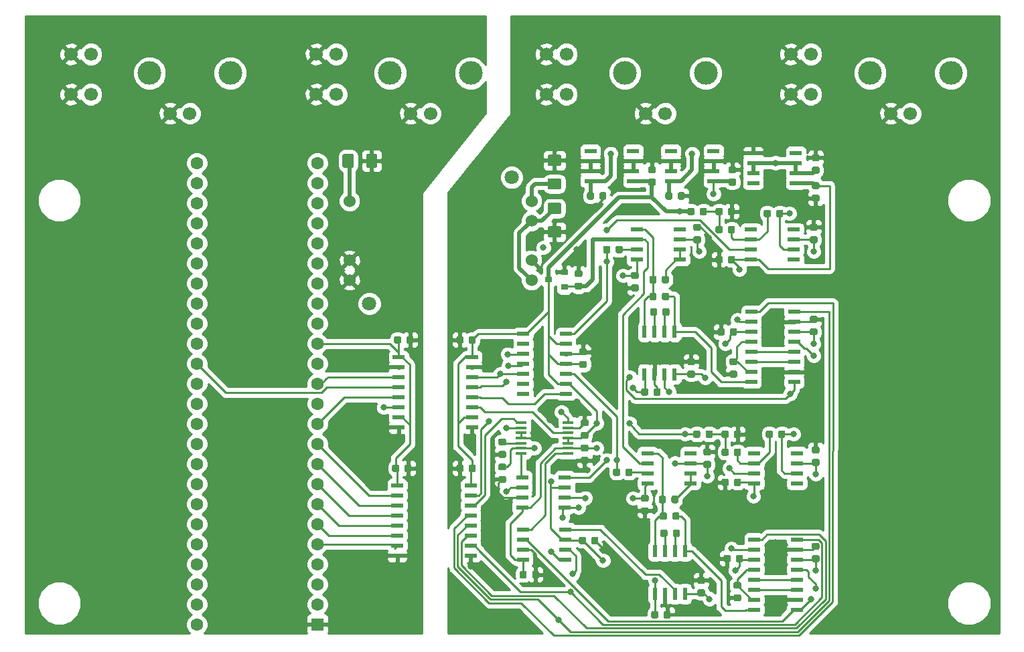
<source format=gtl>
G04 #@! TF.GenerationSoftware,KiCad,Pcbnew,5.0.2-bee76a0~70~ubuntu18.04.1*
G04 #@! TF.CreationDate,2018-12-10T21:57:33+02:00*
G04 #@! TF.ProjectId,microstim,6d696372-6f73-4746-996d-2e6b69636164,rev?*
G04 #@! TF.SameCoordinates,Original*
G04 #@! TF.FileFunction,Copper,L1,Top*
G04 #@! TF.FilePolarity,Positive*
%FSLAX46Y46*%
G04 Gerber Fmt 4.6, Leading zero omitted, Abs format (unit mm)*
G04 Created by KiCad (PCBNEW 5.0.2-bee76a0~70~ubuntu18.04.1) date Mon Dec 10 21:57:33 2018*
%MOMM*%
%LPD*%
G01*
G04 APERTURE LIST*
G04 #@! TA.AperFunction,ComponentPad*
%ADD10C,1.600000*%
G04 #@! TD*
G04 #@! TA.AperFunction,ComponentPad*
%ADD11R,1.600000X1.600000*%
G04 #@! TD*
G04 #@! TA.AperFunction,ComponentPad*
%ADD12C,3.000000*%
G04 #@! TD*
G04 #@! TA.AperFunction,ComponentPad*
%ADD13C,1.700000*%
G04 #@! TD*
G04 #@! TA.AperFunction,Conductor*
%ADD14C,0.100000*%
G04 #@! TD*
G04 #@! TA.AperFunction,SMDPad,CuDef*
%ADD15C,0.875000*%
G04 #@! TD*
G04 #@! TA.AperFunction,SMDPad,CuDef*
%ADD16R,1.550000X0.600000*%
G04 #@! TD*
G04 #@! TA.AperFunction,SMDPad,CuDef*
%ADD17C,1.425000*%
G04 #@! TD*
G04 #@! TA.AperFunction,SMDPad,CuDef*
%ADD18R,1.500000X0.600000*%
G04 #@! TD*
G04 #@! TA.AperFunction,SMDPad,CuDef*
%ADD19R,1.450000X0.450000*%
G04 #@! TD*
G04 #@! TA.AperFunction,ComponentPad*
%ADD20C,1.524000*%
G04 #@! TD*
G04 #@! TA.AperFunction,ComponentPad*
%ADD21C,1.800000*%
G04 #@! TD*
G04 #@! TA.AperFunction,SMDPad,CuDef*
%ADD22R,0.600000X1.550000*%
G04 #@! TD*
G04 #@! TA.AperFunction,SMDPad,CuDef*
%ADD23R,0.900000X0.800000*%
G04 #@! TD*
G04 #@! TA.AperFunction,ViaPad*
%ADD24C,0.800000*%
G04 #@! TD*
G04 #@! TA.AperFunction,Conductor*
%ADD25C,0.250000*%
G04 #@! TD*
G04 #@! TA.AperFunction,Conductor*
%ADD26C,0.500000*%
G04 #@! TD*
G04 #@! TA.AperFunction,Conductor*
%ADD27C,0.254000*%
G04 #@! TD*
G04 APERTURE END LIST*
D10*
G04 #@! TO.P,U1,17*
G04 #@! TO.N,Net-(U1-Pad17)*
X125120000Y-95070000D03*
G04 #@! TO.P,U1,18*
G04 #@! TO.N,Net-(U1-Pad18)*
X125120000Y-92530000D03*
G04 #@! TO.P,U1,19*
G04 #@! TO.N,Net-(U1-Pad19)*
X125120000Y-89990000D03*
G04 #@! TO.P,U1,20*
G04 #@! TO.N,Net-(U1-Pad20)*
X125120000Y-87450000D03*
G04 #@! TO.P,U1,16*
G04 #@! TO.N,Net-(U1-Pad16)*
X125120000Y-97610000D03*
G04 #@! TO.P,U1,15*
G04 #@! TO.N,+3V3*
X125120000Y-100150000D03*
G04 #@! TO.P,U1,14*
G04 #@! TO.N,MISO*
X125120000Y-102690000D03*
G04 #@! TO.P,U1,21*
G04 #@! TO.N,Net-(U1-Pad21)*
X125120000Y-84910000D03*
G04 #@! TO.P,U1,22*
G04 #@! TO.N,Net-(U1-Pad22)*
X125120000Y-82370000D03*
G04 #@! TO.P,U1,23*
G04 #@! TO.N,Net-(U1-Pad23)*
X125120000Y-79830000D03*
G04 #@! TO.P,U1,24*
G04 #@! TO.N,Net-(U1-Pad24)*
X125120000Y-77290000D03*
G04 #@! TO.P,U1,30*
G04 #@! TO.N,Net-(U1-Pad30)*
X109880000Y-77290000D03*
G04 #@! TO.P,U1,31*
G04 #@! TO.N,Net-(U1-Pad31)*
X109880000Y-79830000D03*
G04 #@! TO.P,U1,32*
G04 #@! TO.N,Net-(U1-Pad32)*
X109880000Y-82370000D03*
G04 #@! TO.P,U1,33*
G04 #@! TO.N,Net-(U1-Pad33)*
X109880000Y-84910000D03*
G04 #@! TO.P,U1,34*
G04 #@! TO.N,Net-(U1-Pad34)*
X109880000Y-87450000D03*
G04 #@! TO.P,U1,35*
G04 #@! TO.N,Net-(U1-Pad35)*
X109880000Y-89990000D03*
G04 #@! TO.P,U1,36*
G04 #@! TO.N,Net-(U1-Pad36)*
X109880000Y-92530000D03*
G04 #@! TO.P,U1,37*
G04 #@! TO.N,Net-(U1-Pad37)*
X109880000Y-95070000D03*
G04 #@! TO.P,U1,13*
G04 #@! TO.N,MOSI*
X125120000Y-105230000D03*
G04 #@! TO.P,U1,12*
G04 #@! TO.N,Net-(U1-Pad12)*
X125120000Y-107770000D03*
G04 #@! TO.P,U1,11*
G04 #@! TO.N,NLDAC*
X125120000Y-110310000D03*
G04 #@! TO.P,U1,10*
G04 #@! TO.N,CS0*
X125120000Y-112850000D03*
G04 #@! TO.P,U1,9*
G04 #@! TO.N,CS1*
X125120000Y-115390000D03*
G04 #@! TO.P,U1,8*
G04 #@! TO.N,OE0*
X125120000Y-117930000D03*
G04 #@! TO.P,U1,7*
G04 #@! TO.N,OE1*
X125120000Y-120470000D03*
G04 #@! TO.P,U1,6*
G04 #@! TO.N,OE2*
X125120000Y-123010000D03*
G04 #@! TO.P,U1,5*
G04 #@! TO.N,OE3*
X125120000Y-125550000D03*
G04 #@! TO.P,U1,4*
G04 #@! TO.N,Net-(U1-Pad4)*
X125120000Y-128090000D03*
G04 #@! TO.P,U1,3*
G04 #@! TO.N,Net-(U1-Pad3)*
X125120000Y-130630000D03*
G04 #@! TO.P,U1,2*
G04 #@! TO.N,Net-(U1-Pad2)*
X125120000Y-133170000D03*
D11*
G04 #@! TO.P,U1,1*
G04 #@! TO.N,GND*
X125120000Y-135710000D03*
D10*
G04 #@! TO.P,U1,38*
G04 #@! TO.N,Net-(U1-Pad38)*
X109880000Y-97610000D03*
G04 #@! TO.P,U1,39*
G04 #@! TO.N,Net-(U1-Pad39)*
X109880000Y-100150000D03*
G04 #@! TO.P,U1,40*
G04 #@! TO.N,SCK0*
X109880000Y-102690000D03*
G04 #@! TO.P,U1,41*
G04 #@! TO.N,Net-(U1-Pad41)*
X109880000Y-105230000D03*
G04 #@! TO.P,U1,42*
G04 #@! TO.N,Net-(U1-Pad42)*
X109880000Y-107770000D03*
G04 #@! TO.P,U1,43*
G04 #@! TO.N,Net-(U1-Pad43)*
X109880000Y-110310000D03*
G04 #@! TO.P,U1,44*
G04 #@! TO.N,Net-(U1-Pad44)*
X109880000Y-112850000D03*
G04 #@! TO.P,U1,45*
G04 #@! TO.N,Net-(U1-Pad45)*
X109880000Y-115390000D03*
G04 #@! TO.P,U1,46*
G04 #@! TO.N,Net-(U1-Pad46)*
X109880000Y-117930000D03*
G04 #@! TO.P,U1,47*
G04 #@! TO.N,Net-(U1-Pad47)*
X109880000Y-120470000D03*
G04 #@! TO.P,U1,48*
G04 #@! TO.N,Net-(U1-Pad48)*
X109880000Y-123010000D03*
G04 #@! TO.P,U1,49*
G04 #@! TO.N,Net-(J1-Pad1)*
X109880000Y-125550000D03*
G04 #@! TO.P,U1,50*
G04 #@! TO.N,Net-(J5-Pad1)*
X109880000Y-128090000D03*
G04 #@! TO.P,U1,51*
G04 #@! TO.N,+3V3*
X109880000Y-130630000D03*
G04 #@! TO.P,U1,52*
G04 #@! TO.N,Net-(U1-Pad52)*
X109880000Y-133170000D03*
G04 #@! TO.P,U1,53*
G04 #@! TO.N,VUSB*
X109880000Y-135710000D03*
G04 #@! TD*
D12*
G04 #@! TO.P,J12,NC*
G04 #@! TO.N,N/C*
X205200000Y-65900000D03*
X195000000Y-65900000D03*
D13*
G04 #@! TO.P,J12,1*
G04 #@! TO.N,OUT1*
X200100000Y-71000000D03*
G04 #@! TO.P,J12,2*
G04 #@! TO.N,GNDREF*
X197600000Y-71000000D03*
G04 #@! TD*
G04 #@! TO.P,J1,2*
G04 #@! TO.N,GND*
X106500000Y-71000000D03*
G04 #@! TO.P,J1,1*
G04 #@! TO.N,Net-(J1-Pad1)*
X109000000Y-71000000D03*
D12*
G04 #@! TO.P,J1,NC*
G04 #@! TO.N,N/C*
X103900000Y-65900000D03*
X114100000Y-65900000D03*
G04 #@! TD*
D13*
G04 #@! TO.P,J10,2*
G04 #@! TO.N,GNDREF*
X166600000Y-71000000D03*
G04 #@! TO.P,J10,1*
G04 #@! TO.N,OUT0*
X169100000Y-71000000D03*
D12*
G04 #@! TO.P,J10,NC*
G04 #@! TO.N,N/C*
X164000000Y-65900000D03*
X174200000Y-65900000D03*
G04 #@! TD*
G04 #@! TO.P,J5,NC*
G04 #@! TO.N,N/C*
X144500000Y-65900000D03*
X134300000Y-65900000D03*
D13*
G04 #@! TO.P,J5,1*
G04 #@! TO.N,Net-(J5-Pad1)*
X139400000Y-71000000D03*
G04 #@! TO.P,J5,2*
G04 #@! TO.N,GND*
X136900000Y-71000000D03*
G04 #@! TD*
D14*
G04 #@! TO.N,Net-(C42-Pad1)*
G04 #@! TO.C,C42*
G36*
X148771691Y-112154053D02*
X148792926Y-112157203D01*
X148813750Y-112162419D01*
X148833962Y-112169651D01*
X148853368Y-112178830D01*
X148871781Y-112189866D01*
X148889024Y-112202654D01*
X148904930Y-112217070D01*
X148919346Y-112232976D01*
X148932134Y-112250219D01*
X148943170Y-112268632D01*
X148952349Y-112288038D01*
X148959581Y-112308250D01*
X148964797Y-112329074D01*
X148967947Y-112350309D01*
X148969000Y-112371750D01*
X148969000Y-112809250D01*
X148967947Y-112830691D01*
X148964797Y-112851926D01*
X148959581Y-112872750D01*
X148952349Y-112892962D01*
X148943170Y-112912368D01*
X148932134Y-112930781D01*
X148919346Y-112948024D01*
X148904930Y-112963930D01*
X148889024Y-112978346D01*
X148871781Y-112991134D01*
X148853368Y-113002170D01*
X148833962Y-113011349D01*
X148813750Y-113018581D01*
X148792926Y-113023797D01*
X148771691Y-113026947D01*
X148750250Y-113028000D01*
X148237750Y-113028000D01*
X148216309Y-113026947D01*
X148195074Y-113023797D01*
X148174250Y-113018581D01*
X148154038Y-113011349D01*
X148134632Y-113002170D01*
X148116219Y-112991134D01*
X148098976Y-112978346D01*
X148083070Y-112963930D01*
X148068654Y-112948024D01*
X148055866Y-112930781D01*
X148044830Y-112912368D01*
X148035651Y-112892962D01*
X148028419Y-112872750D01*
X148023203Y-112851926D01*
X148020053Y-112830691D01*
X148019000Y-112809250D01*
X148019000Y-112371750D01*
X148020053Y-112350309D01*
X148023203Y-112329074D01*
X148028419Y-112308250D01*
X148035651Y-112288038D01*
X148044830Y-112268632D01*
X148055866Y-112250219D01*
X148068654Y-112232976D01*
X148083070Y-112217070D01*
X148098976Y-112202654D01*
X148116219Y-112189866D01*
X148134632Y-112178830D01*
X148154038Y-112169651D01*
X148174250Y-112162419D01*
X148195074Y-112157203D01*
X148216309Y-112154053D01*
X148237750Y-112153000D01*
X148750250Y-112153000D01*
X148771691Y-112154053D01*
X148771691Y-112154053D01*
G37*
D15*
G04 #@! TD*
G04 #@! TO.P,C42,1*
G04 #@! TO.N,Net-(C42-Pad1)*
X148494000Y-112590500D03*
D14*
G04 #@! TO.N,GNDREF*
G04 #@! TO.C,C42*
G36*
X148771691Y-113729053D02*
X148792926Y-113732203D01*
X148813750Y-113737419D01*
X148833962Y-113744651D01*
X148853368Y-113753830D01*
X148871781Y-113764866D01*
X148889024Y-113777654D01*
X148904930Y-113792070D01*
X148919346Y-113807976D01*
X148932134Y-113825219D01*
X148943170Y-113843632D01*
X148952349Y-113863038D01*
X148959581Y-113883250D01*
X148964797Y-113904074D01*
X148967947Y-113925309D01*
X148969000Y-113946750D01*
X148969000Y-114384250D01*
X148967947Y-114405691D01*
X148964797Y-114426926D01*
X148959581Y-114447750D01*
X148952349Y-114467962D01*
X148943170Y-114487368D01*
X148932134Y-114505781D01*
X148919346Y-114523024D01*
X148904930Y-114538930D01*
X148889024Y-114553346D01*
X148871781Y-114566134D01*
X148853368Y-114577170D01*
X148833962Y-114586349D01*
X148813750Y-114593581D01*
X148792926Y-114598797D01*
X148771691Y-114601947D01*
X148750250Y-114603000D01*
X148237750Y-114603000D01*
X148216309Y-114601947D01*
X148195074Y-114598797D01*
X148174250Y-114593581D01*
X148154038Y-114586349D01*
X148134632Y-114577170D01*
X148116219Y-114566134D01*
X148098976Y-114553346D01*
X148083070Y-114538930D01*
X148068654Y-114523024D01*
X148055866Y-114505781D01*
X148044830Y-114487368D01*
X148035651Y-114467962D01*
X148028419Y-114447750D01*
X148023203Y-114426926D01*
X148020053Y-114405691D01*
X148019000Y-114384250D01*
X148019000Y-113946750D01*
X148020053Y-113925309D01*
X148023203Y-113904074D01*
X148028419Y-113883250D01*
X148035651Y-113863038D01*
X148044830Y-113843632D01*
X148055866Y-113825219D01*
X148068654Y-113807976D01*
X148083070Y-113792070D01*
X148098976Y-113777654D01*
X148116219Y-113764866D01*
X148134632Y-113753830D01*
X148154038Y-113744651D01*
X148174250Y-113737419D01*
X148195074Y-113732203D01*
X148216309Y-113729053D01*
X148237750Y-113728000D01*
X148750250Y-113728000D01*
X148771691Y-113729053D01*
X148771691Y-113729053D01*
G37*
D15*
G04 #@! TD*
G04 #@! TO.P,C42,2*
G04 #@! TO.N,GNDREF*
X148494000Y-114165500D03*
D14*
G04 #@! TO.N,+12V*
G04 #@! TO.C,C34*
G36*
X151375691Y-128906053D02*
X151396926Y-128909203D01*
X151417750Y-128914419D01*
X151437962Y-128921651D01*
X151457368Y-128930830D01*
X151475781Y-128941866D01*
X151493024Y-128954654D01*
X151508930Y-128969070D01*
X151523346Y-128984976D01*
X151536134Y-129002219D01*
X151547170Y-129020632D01*
X151556349Y-129040038D01*
X151563581Y-129060250D01*
X151568797Y-129081074D01*
X151571947Y-129102309D01*
X151573000Y-129123750D01*
X151573000Y-129636250D01*
X151571947Y-129657691D01*
X151568797Y-129678926D01*
X151563581Y-129699750D01*
X151556349Y-129719962D01*
X151547170Y-129739368D01*
X151536134Y-129757781D01*
X151523346Y-129775024D01*
X151508930Y-129790930D01*
X151493024Y-129805346D01*
X151475781Y-129818134D01*
X151457368Y-129829170D01*
X151437962Y-129838349D01*
X151417750Y-129845581D01*
X151396926Y-129850797D01*
X151375691Y-129853947D01*
X151354250Y-129855000D01*
X150916750Y-129855000D01*
X150895309Y-129853947D01*
X150874074Y-129850797D01*
X150853250Y-129845581D01*
X150833038Y-129838349D01*
X150813632Y-129829170D01*
X150795219Y-129818134D01*
X150777976Y-129805346D01*
X150762070Y-129790930D01*
X150747654Y-129775024D01*
X150734866Y-129757781D01*
X150723830Y-129739368D01*
X150714651Y-129719962D01*
X150707419Y-129699750D01*
X150702203Y-129678926D01*
X150699053Y-129657691D01*
X150698000Y-129636250D01*
X150698000Y-129123750D01*
X150699053Y-129102309D01*
X150702203Y-129081074D01*
X150707419Y-129060250D01*
X150714651Y-129040038D01*
X150723830Y-129020632D01*
X150734866Y-129002219D01*
X150747654Y-128984976D01*
X150762070Y-128969070D01*
X150777976Y-128954654D01*
X150795219Y-128941866D01*
X150813632Y-128930830D01*
X150833038Y-128921651D01*
X150853250Y-128914419D01*
X150874074Y-128909203D01*
X150895309Y-128906053D01*
X150916750Y-128905000D01*
X151354250Y-128905000D01*
X151375691Y-128906053D01*
X151375691Y-128906053D01*
G37*
D15*
G04 #@! TD*
G04 #@! TO.P,C34,2*
G04 #@! TO.N,+12V*
X151135500Y-129380000D03*
D14*
G04 #@! TO.N,GNDREF*
G04 #@! TO.C,C34*
G36*
X152950691Y-128906053D02*
X152971926Y-128909203D01*
X152992750Y-128914419D01*
X153012962Y-128921651D01*
X153032368Y-128930830D01*
X153050781Y-128941866D01*
X153068024Y-128954654D01*
X153083930Y-128969070D01*
X153098346Y-128984976D01*
X153111134Y-129002219D01*
X153122170Y-129020632D01*
X153131349Y-129040038D01*
X153138581Y-129060250D01*
X153143797Y-129081074D01*
X153146947Y-129102309D01*
X153148000Y-129123750D01*
X153148000Y-129636250D01*
X153146947Y-129657691D01*
X153143797Y-129678926D01*
X153138581Y-129699750D01*
X153131349Y-129719962D01*
X153122170Y-129739368D01*
X153111134Y-129757781D01*
X153098346Y-129775024D01*
X153083930Y-129790930D01*
X153068024Y-129805346D01*
X153050781Y-129818134D01*
X153032368Y-129829170D01*
X153012962Y-129838349D01*
X152992750Y-129845581D01*
X152971926Y-129850797D01*
X152950691Y-129853947D01*
X152929250Y-129855000D01*
X152491750Y-129855000D01*
X152470309Y-129853947D01*
X152449074Y-129850797D01*
X152428250Y-129845581D01*
X152408038Y-129838349D01*
X152388632Y-129829170D01*
X152370219Y-129818134D01*
X152352976Y-129805346D01*
X152337070Y-129790930D01*
X152322654Y-129775024D01*
X152309866Y-129757781D01*
X152298830Y-129739368D01*
X152289651Y-129719962D01*
X152282419Y-129699750D01*
X152277203Y-129678926D01*
X152274053Y-129657691D01*
X152273000Y-129636250D01*
X152273000Y-129123750D01*
X152274053Y-129102309D01*
X152277203Y-129081074D01*
X152282419Y-129060250D01*
X152289651Y-129040038D01*
X152298830Y-129020632D01*
X152309866Y-129002219D01*
X152322654Y-128984976D01*
X152337070Y-128969070D01*
X152352976Y-128954654D01*
X152370219Y-128941866D01*
X152388632Y-128930830D01*
X152408038Y-128921651D01*
X152428250Y-128914419D01*
X152449074Y-128909203D01*
X152470309Y-128906053D01*
X152491750Y-128905000D01*
X152929250Y-128905000D01*
X152950691Y-128906053D01*
X152950691Y-128906053D01*
G37*
D15*
G04 #@! TD*
G04 #@! TO.P,C34,1*
G04 #@! TO.N,GNDREF*
X152710500Y-129380000D03*
D14*
G04 #@! TO.N,GNDREF*
G04 #@! TO.C,C32*
G36*
X160443691Y-124588053D02*
X160464926Y-124591203D01*
X160485750Y-124596419D01*
X160505962Y-124603651D01*
X160525368Y-124612830D01*
X160543781Y-124623866D01*
X160561024Y-124636654D01*
X160576930Y-124651070D01*
X160591346Y-124666976D01*
X160604134Y-124684219D01*
X160615170Y-124702632D01*
X160624349Y-124722038D01*
X160631581Y-124742250D01*
X160636797Y-124763074D01*
X160639947Y-124784309D01*
X160641000Y-124805750D01*
X160641000Y-125318250D01*
X160639947Y-125339691D01*
X160636797Y-125360926D01*
X160631581Y-125381750D01*
X160624349Y-125401962D01*
X160615170Y-125421368D01*
X160604134Y-125439781D01*
X160591346Y-125457024D01*
X160576930Y-125472930D01*
X160561024Y-125487346D01*
X160543781Y-125500134D01*
X160525368Y-125511170D01*
X160505962Y-125520349D01*
X160485750Y-125527581D01*
X160464926Y-125532797D01*
X160443691Y-125535947D01*
X160422250Y-125537000D01*
X159984750Y-125537000D01*
X159963309Y-125535947D01*
X159942074Y-125532797D01*
X159921250Y-125527581D01*
X159901038Y-125520349D01*
X159881632Y-125511170D01*
X159863219Y-125500134D01*
X159845976Y-125487346D01*
X159830070Y-125472930D01*
X159815654Y-125457024D01*
X159802866Y-125439781D01*
X159791830Y-125421368D01*
X159782651Y-125401962D01*
X159775419Y-125381750D01*
X159770203Y-125360926D01*
X159767053Y-125339691D01*
X159766000Y-125318250D01*
X159766000Y-124805750D01*
X159767053Y-124784309D01*
X159770203Y-124763074D01*
X159775419Y-124742250D01*
X159782651Y-124722038D01*
X159791830Y-124702632D01*
X159802866Y-124684219D01*
X159815654Y-124666976D01*
X159830070Y-124651070D01*
X159845976Y-124636654D01*
X159863219Y-124623866D01*
X159881632Y-124612830D01*
X159901038Y-124603651D01*
X159921250Y-124596419D01*
X159942074Y-124591203D01*
X159963309Y-124588053D01*
X159984750Y-124587000D01*
X160422250Y-124587000D01*
X160443691Y-124588053D01*
X160443691Y-124588053D01*
G37*
D15*
G04 #@! TD*
G04 #@! TO.P,C32,1*
G04 #@! TO.N,GNDREF*
X160203500Y-125062000D03*
D14*
G04 #@! TO.N,-12V*
G04 #@! TO.C,C32*
G36*
X158868691Y-124588053D02*
X158889926Y-124591203D01*
X158910750Y-124596419D01*
X158930962Y-124603651D01*
X158950368Y-124612830D01*
X158968781Y-124623866D01*
X158986024Y-124636654D01*
X159001930Y-124651070D01*
X159016346Y-124666976D01*
X159029134Y-124684219D01*
X159040170Y-124702632D01*
X159049349Y-124722038D01*
X159056581Y-124742250D01*
X159061797Y-124763074D01*
X159064947Y-124784309D01*
X159066000Y-124805750D01*
X159066000Y-125318250D01*
X159064947Y-125339691D01*
X159061797Y-125360926D01*
X159056581Y-125381750D01*
X159049349Y-125401962D01*
X159040170Y-125421368D01*
X159029134Y-125439781D01*
X159016346Y-125457024D01*
X159001930Y-125472930D01*
X158986024Y-125487346D01*
X158968781Y-125500134D01*
X158950368Y-125511170D01*
X158930962Y-125520349D01*
X158910750Y-125527581D01*
X158889926Y-125532797D01*
X158868691Y-125535947D01*
X158847250Y-125537000D01*
X158409750Y-125537000D01*
X158388309Y-125535947D01*
X158367074Y-125532797D01*
X158346250Y-125527581D01*
X158326038Y-125520349D01*
X158306632Y-125511170D01*
X158288219Y-125500134D01*
X158270976Y-125487346D01*
X158255070Y-125472930D01*
X158240654Y-125457024D01*
X158227866Y-125439781D01*
X158216830Y-125421368D01*
X158207651Y-125401962D01*
X158200419Y-125381750D01*
X158195203Y-125360926D01*
X158192053Y-125339691D01*
X158191000Y-125318250D01*
X158191000Y-124805750D01*
X158192053Y-124784309D01*
X158195203Y-124763074D01*
X158200419Y-124742250D01*
X158207651Y-124722038D01*
X158216830Y-124702632D01*
X158227866Y-124684219D01*
X158240654Y-124666976D01*
X158255070Y-124651070D01*
X158270976Y-124636654D01*
X158288219Y-124623866D01*
X158306632Y-124612830D01*
X158326038Y-124603651D01*
X158346250Y-124596419D01*
X158367074Y-124591203D01*
X158388309Y-124588053D01*
X158409750Y-124587000D01*
X158847250Y-124587000D01*
X158868691Y-124588053D01*
X158868691Y-124588053D01*
G37*
D15*
G04 #@! TD*
G04 #@! TO.P,C32,2*
G04 #@! TO.N,-12V*
X158628500Y-125062000D03*
D16*
G04 #@! TO.P,U19,8*
G04 #@! TO.N,ISENSE0*
X156401000Y-117061000D03*
G04 #@! TO.P,U19,7*
G04 #@! TO.N,-12V*
X156401000Y-118331000D03*
G04 #@! TO.P,U19,6*
G04 #@! TO.N,OE1i*
X156401000Y-119601000D03*
G04 #@! TO.P,U19,5*
G04 #@! TO.N,+5V*
X156401000Y-120871000D03*
G04 #@! TO.P,U19,4*
G04 #@! TO.N,+12V*
X151001000Y-120871000D03*
G04 #@! TO.P,U19,3*
G04 #@! TO.N,GNDREF*
X151001000Y-119601000D03*
G04 #@! TO.P,U19,2*
G04 #@! TO.N,OUT0*
X151001000Y-118331000D03*
G04 #@! TO.P,U19,1*
G04 #@! TO.N,Net-(U10-Pad7)*
X151001000Y-117061000D03*
G04 #@! TD*
G04 #@! TO.P,U20,1*
G04 #@! TO.N,Net-(U10-Pad8)*
X151095000Y-123665000D03*
G04 #@! TO.P,U20,2*
G04 #@! TO.N,OUT1*
X151095000Y-124935000D03*
G04 #@! TO.P,U20,3*
G04 #@! TO.N,GNDREF*
X151095000Y-126205000D03*
G04 #@! TO.P,U20,4*
G04 #@! TO.N,+12V*
X151095000Y-127475000D03*
G04 #@! TO.P,U20,5*
G04 #@! TO.N,+5V*
X156495000Y-127475000D03*
G04 #@! TO.P,U20,6*
G04 #@! TO.N,OE3i*
X156495000Y-126205000D03*
G04 #@! TO.P,U20,7*
G04 #@! TO.N,-12V*
X156495000Y-124935000D03*
G04 #@! TO.P,U20,8*
G04 #@! TO.N,ISENSE1*
X156495000Y-123665000D03*
G04 #@! TD*
D14*
G04 #@! TO.N,+12V*
G04 #@! TO.C,C29*
G36*
X188395691Y-114745053D02*
X188416926Y-114748203D01*
X188437750Y-114753419D01*
X188457962Y-114760651D01*
X188477368Y-114769830D01*
X188495781Y-114780866D01*
X188513024Y-114793654D01*
X188528930Y-114808070D01*
X188543346Y-114823976D01*
X188556134Y-114841219D01*
X188567170Y-114859632D01*
X188576349Y-114879038D01*
X188583581Y-114899250D01*
X188588797Y-114920074D01*
X188591947Y-114941309D01*
X188593000Y-114962750D01*
X188593000Y-115400250D01*
X188591947Y-115421691D01*
X188588797Y-115442926D01*
X188583581Y-115463750D01*
X188576349Y-115483962D01*
X188567170Y-115503368D01*
X188556134Y-115521781D01*
X188543346Y-115539024D01*
X188528930Y-115554930D01*
X188513024Y-115569346D01*
X188495781Y-115582134D01*
X188477368Y-115593170D01*
X188457962Y-115602349D01*
X188437750Y-115609581D01*
X188416926Y-115614797D01*
X188395691Y-115617947D01*
X188374250Y-115619000D01*
X187861750Y-115619000D01*
X187840309Y-115617947D01*
X187819074Y-115614797D01*
X187798250Y-115609581D01*
X187778038Y-115602349D01*
X187758632Y-115593170D01*
X187740219Y-115582134D01*
X187722976Y-115569346D01*
X187707070Y-115554930D01*
X187692654Y-115539024D01*
X187679866Y-115521781D01*
X187668830Y-115503368D01*
X187659651Y-115483962D01*
X187652419Y-115463750D01*
X187647203Y-115442926D01*
X187644053Y-115421691D01*
X187643000Y-115400250D01*
X187643000Y-114962750D01*
X187644053Y-114941309D01*
X187647203Y-114920074D01*
X187652419Y-114899250D01*
X187659651Y-114879038D01*
X187668830Y-114859632D01*
X187679866Y-114841219D01*
X187692654Y-114823976D01*
X187707070Y-114808070D01*
X187722976Y-114793654D01*
X187740219Y-114780866D01*
X187758632Y-114769830D01*
X187778038Y-114760651D01*
X187798250Y-114753419D01*
X187819074Y-114748203D01*
X187840309Y-114745053D01*
X187861750Y-114744000D01*
X188374250Y-114744000D01*
X188395691Y-114745053D01*
X188395691Y-114745053D01*
G37*
D15*
G04 #@! TD*
G04 #@! TO.P,C29,2*
G04 #@! TO.N,+12V*
X188118000Y-115181500D03*
D14*
G04 #@! TO.N,GNDREF*
G04 #@! TO.C,C29*
G36*
X188395691Y-113170053D02*
X188416926Y-113173203D01*
X188437750Y-113178419D01*
X188457962Y-113185651D01*
X188477368Y-113194830D01*
X188495781Y-113205866D01*
X188513024Y-113218654D01*
X188528930Y-113233070D01*
X188543346Y-113248976D01*
X188556134Y-113266219D01*
X188567170Y-113284632D01*
X188576349Y-113304038D01*
X188583581Y-113324250D01*
X188588797Y-113345074D01*
X188591947Y-113366309D01*
X188593000Y-113387750D01*
X188593000Y-113825250D01*
X188591947Y-113846691D01*
X188588797Y-113867926D01*
X188583581Y-113888750D01*
X188576349Y-113908962D01*
X188567170Y-113928368D01*
X188556134Y-113946781D01*
X188543346Y-113964024D01*
X188528930Y-113979930D01*
X188513024Y-113994346D01*
X188495781Y-114007134D01*
X188477368Y-114018170D01*
X188457962Y-114027349D01*
X188437750Y-114034581D01*
X188416926Y-114039797D01*
X188395691Y-114042947D01*
X188374250Y-114044000D01*
X187861750Y-114044000D01*
X187840309Y-114042947D01*
X187819074Y-114039797D01*
X187798250Y-114034581D01*
X187778038Y-114027349D01*
X187758632Y-114018170D01*
X187740219Y-114007134D01*
X187722976Y-113994346D01*
X187707070Y-113979930D01*
X187692654Y-113964024D01*
X187679866Y-113946781D01*
X187668830Y-113928368D01*
X187659651Y-113908962D01*
X187652419Y-113888750D01*
X187647203Y-113867926D01*
X187644053Y-113846691D01*
X187643000Y-113825250D01*
X187643000Y-113387750D01*
X187644053Y-113366309D01*
X187647203Y-113345074D01*
X187652419Y-113324250D01*
X187659651Y-113304038D01*
X187668830Y-113284632D01*
X187679866Y-113266219D01*
X187692654Y-113248976D01*
X187707070Y-113233070D01*
X187722976Y-113218654D01*
X187740219Y-113205866D01*
X187758632Y-113194830D01*
X187778038Y-113185651D01*
X187798250Y-113178419D01*
X187819074Y-113173203D01*
X187840309Y-113170053D01*
X187861750Y-113169000D01*
X188374250Y-113169000D01*
X188395691Y-113170053D01*
X188395691Y-113170053D01*
G37*
D15*
G04 #@! TD*
G04 #@! TO.P,C29,1*
G04 #@! TO.N,GNDREF*
X188118000Y-113606500D03*
D14*
G04 #@! TO.N,-12V*
G04 #@! TO.C,C30*
G36*
X178477691Y-117222053D02*
X178498926Y-117225203D01*
X178519750Y-117230419D01*
X178539962Y-117237651D01*
X178559368Y-117246830D01*
X178577781Y-117257866D01*
X178595024Y-117270654D01*
X178610930Y-117285070D01*
X178625346Y-117300976D01*
X178638134Y-117318219D01*
X178649170Y-117336632D01*
X178658349Y-117356038D01*
X178665581Y-117376250D01*
X178670797Y-117397074D01*
X178673947Y-117418309D01*
X178675000Y-117439750D01*
X178675000Y-117952250D01*
X178673947Y-117973691D01*
X178670797Y-117994926D01*
X178665581Y-118015750D01*
X178658349Y-118035962D01*
X178649170Y-118055368D01*
X178638134Y-118073781D01*
X178625346Y-118091024D01*
X178610930Y-118106930D01*
X178595024Y-118121346D01*
X178577781Y-118134134D01*
X178559368Y-118145170D01*
X178539962Y-118154349D01*
X178519750Y-118161581D01*
X178498926Y-118166797D01*
X178477691Y-118169947D01*
X178456250Y-118171000D01*
X178018750Y-118171000D01*
X177997309Y-118169947D01*
X177976074Y-118166797D01*
X177955250Y-118161581D01*
X177935038Y-118154349D01*
X177915632Y-118145170D01*
X177897219Y-118134134D01*
X177879976Y-118121346D01*
X177864070Y-118106930D01*
X177849654Y-118091024D01*
X177836866Y-118073781D01*
X177825830Y-118055368D01*
X177816651Y-118035962D01*
X177809419Y-118015750D01*
X177804203Y-117994926D01*
X177801053Y-117973691D01*
X177800000Y-117952250D01*
X177800000Y-117439750D01*
X177801053Y-117418309D01*
X177804203Y-117397074D01*
X177809419Y-117376250D01*
X177816651Y-117356038D01*
X177825830Y-117336632D01*
X177836866Y-117318219D01*
X177849654Y-117300976D01*
X177864070Y-117285070D01*
X177879976Y-117270654D01*
X177897219Y-117257866D01*
X177915632Y-117246830D01*
X177935038Y-117237651D01*
X177955250Y-117230419D01*
X177976074Y-117225203D01*
X177997309Y-117222053D01*
X178018750Y-117221000D01*
X178456250Y-117221000D01*
X178477691Y-117222053D01*
X178477691Y-117222053D01*
G37*
D15*
G04 #@! TD*
G04 #@! TO.P,C30,1*
G04 #@! TO.N,-12V*
X178237500Y-117696000D03*
D14*
G04 #@! TO.N,GNDREF*
G04 #@! TO.C,C30*
G36*
X176902691Y-117222053D02*
X176923926Y-117225203D01*
X176944750Y-117230419D01*
X176964962Y-117237651D01*
X176984368Y-117246830D01*
X177002781Y-117257866D01*
X177020024Y-117270654D01*
X177035930Y-117285070D01*
X177050346Y-117300976D01*
X177063134Y-117318219D01*
X177074170Y-117336632D01*
X177083349Y-117356038D01*
X177090581Y-117376250D01*
X177095797Y-117397074D01*
X177098947Y-117418309D01*
X177100000Y-117439750D01*
X177100000Y-117952250D01*
X177098947Y-117973691D01*
X177095797Y-117994926D01*
X177090581Y-118015750D01*
X177083349Y-118035962D01*
X177074170Y-118055368D01*
X177063134Y-118073781D01*
X177050346Y-118091024D01*
X177035930Y-118106930D01*
X177020024Y-118121346D01*
X177002781Y-118134134D01*
X176984368Y-118145170D01*
X176964962Y-118154349D01*
X176944750Y-118161581D01*
X176923926Y-118166797D01*
X176902691Y-118169947D01*
X176881250Y-118171000D01*
X176443750Y-118171000D01*
X176422309Y-118169947D01*
X176401074Y-118166797D01*
X176380250Y-118161581D01*
X176360038Y-118154349D01*
X176340632Y-118145170D01*
X176322219Y-118134134D01*
X176304976Y-118121346D01*
X176289070Y-118106930D01*
X176274654Y-118091024D01*
X176261866Y-118073781D01*
X176250830Y-118055368D01*
X176241651Y-118035962D01*
X176234419Y-118015750D01*
X176229203Y-117994926D01*
X176226053Y-117973691D01*
X176225000Y-117952250D01*
X176225000Y-117439750D01*
X176226053Y-117418309D01*
X176229203Y-117397074D01*
X176234419Y-117376250D01*
X176241651Y-117356038D01*
X176250830Y-117336632D01*
X176261866Y-117318219D01*
X176274654Y-117300976D01*
X176289070Y-117285070D01*
X176304976Y-117270654D01*
X176322219Y-117257866D01*
X176340632Y-117246830D01*
X176360038Y-117237651D01*
X176380250Y-117230419D01*
X176401074Y-117225203D01*
X176422309Y-117222053D01*
X176443750Y-117221000D01*
X176881250Y-117221000D01*
X176902691Y-117222053D01*
X176902691Y-117222053D01*
G37*
D15*
G04 #@! TD*
G04 #@! TO.P,C30,2*
G04 #@! TO.N,GNDREF*
X176662500Y-117696000D03*
D14*
G04 #@! TO.N,+12V*
G04 #@! TO.C,C27*
G36*
X188141691Y-86551053D02*
X188162926Y-86554203D01*
X188183750Y-86559419D01*
X188203962Y-86566651D01*
X188223368Y-86575830D01*
X188241781Y-86586866D01*
X188259024Y-86599654D01*
X188274930Y-86614070D01*
X188289346Y-86629976D01*
X188302134Y-86647219D01*
X188313170Y-86665632D01*
X188322349Y-86685038D01*
X188329581Y-86705250D01*
X188334797Y-86726074D01*
X188337947Y-86747309D01*
X188339000Y-86768750D01*
X188339000Y-87206250D01*
X188337947Y-87227691D01*
X188334797Y-87248926D01*
X188329581Y-87269750D01*
X188322349Y-87289962D01*
X188313170Y-87309368D01*
X188302134Y-87327781D01*
X188289346Y-87345024D01*
X188274930Y-87360930D01*
X188259024Y-87375346D01*
X188241781Y-87388134D01*
X188223368Y-87399170D01*
X188203962Y-87408349D01*
X188183750Y-87415581D01*
X188162926Y-87420797D01*
X188141691Y-87423947D01*
X188120250Y-87425000D01*
X187607750Y-87425000D01*
X187586309Y-87423947D01*
X187565074Y-87420797D01*
X187544250Y-87415581D01*
X187524038Y-87408349D01*
X187504632Y-87399170D01*
X187486219Y-87388134D01*
X187468976Y-87375346D01*
X187453070Y-87360930D01*
X187438654Y-87345024D01*
X187425866Y-87327781D01*
X187414830Y-87309368D01*
X187405651Y-87289962D01*
X187398419Y-87269750D01*
X187393203Y-87248926D01*
X187390053Y-87227691D01*
X187389000Y-87206250D01*
X187389000Y-86768750D01*
X187390053Y-86747309D01*
X187393203Y-86726074D01*
X187398419Y-86705250D01*
X187405651Y-86685038D01*
X187414830Y-86665632D01*
X187425866Y-86647219D01*
X187438654Y-86629976D01*
X187453070Y-86614070D01*
X187468976Y-86599654D01*
X187486219Y-86586866D01*
X187504632Y-86575830D01*
X187524038Y-86566651D01*
X187544250Y-86559419D01*
X187565074Y-86554203D01*
X187586309Y-86551053D01*
X187607750Y-86550000D01*
X188120250Y-86550000D01*
X188141691Y-86551053D01*
X188141691Y-86551053D01*
G37*
D15*
G04 #@! TD*
G04 #@! TO.P,C27,2*
G04 #@! TO.N,+12V*
X187864000Y-86987500D03*
D14*
G04 #@! TO.N,GNDREF*
G04 #@! TO.C,C27*
G36*
X188141691Y-84976053D02*
X188162926Y-84979203D01*
X188183750Y-84984419D01*
X188203962Y-84991651D01*
X188223368Y-85000830D01*
X188241781Y-85011866D01*
X188259024Y-85024654D01*
X188274930Y-85039070D01*
X188289346Y-85054976D01*
X188302134Y-85072219D01*
X188313170Y-85090632D01*
X188322349Y-85110038D01*
X188329581Y-85130250D01*
X188334797Y-85151074D01*
X188337947Y-85172309D01*
X188339000Y-85193750D01*
X188339000Y-85631250D01*
X188337947Y-85652691D01*
X188334797Y-85673926D01*
X188329581Y-85694750D01*
X188322349Y-85714962D01*
X188313170Y-85734368D01*
X188302134Y-85752781D01*
X188289346Y-85770024D01*
X188274930Y-85785930D01*
X188259024Y-85800346D01*
X188241781Y-85813134D01*
X188223368Y-85824170D01*
X188203962Y-85833349D01*
X188183750Y-85840581D01*
X188162926Y-85845797D01*
X188141691Y-85848947D01*
X188120250Y-85850000D01*
X187607750Y-85850000D01*
X187586309Y-85848947D01*
X187565074Y-85845797D01*
X187544250Y-85840581D01*
X187524038Y-85833349D01*
X187504632Y-85824170D01*
X187486219Y-85813134D01*
X187468976Y-85800346D01*
X187453070Y-85785930D01*
X187438654Y-85770024D01*
X187425866Y-85752781D01*
X187414830Y-85734368D01*
X187405651Y-85714962D01*
X187398419Y-85694750D01*
X187393203Y-85673926D01*
X187390053Y-85652691D01*
X187389000Y-85631250D01*
X187389000Y-85193750D01*
X187390053Y-85172309D01*
X187393203Y-85151074D01*
X187398419Y-85130250D01*
X187405651Y-85110038D01*
X187414830Y-85090632D01*
X187425866Y-85072219D01*
X187438654Y-85054976D01*
X187453070Y-85039070D01*
X187468976Y-85024654D01*
X187486219Y-85011866D01*
X187504632Y-85000830D01*
X187524038Y-84991651D01*
X187544250Y-84984419D01*
X187565074Y-84979203D01*
X187586309Y-84976053D01*
X187607750Y-84975000D01*
X188120250Y-84975000D01*
X188141691Y-84976053D01*
X188141691Y-84976053D01*
G37*
D15*
G04 #@! TD*
G04 #@! TO.P,C27,1*
G04 #@! TO.N,GNDREF*
X187864000Y-85412500D03*
D14*
G04 #@! TO.N,-12V*
G04 #@! TO.C,C28*
G36*
X177715691Y-89028053D02*
X177736926Y-89031203D01*
X177757750Y-89036419D01*
X177777962Y-89043651D01*
X177797368Y-89052830D01*
X177815781Y-89063866D01*
X177833024Y-89076654D01*
X177848930Y-89091070D01*
X177863346Y-89106976D01*
X177876134Y-89124219D01*
X177887170Y-89142632D01*
X177896349Y-89162038D01*
X177903581Y-89182250D01*
X177908797Y-89203074D01*
X177911947Y-89224309D01*
X177913000Y-89245750D01*
X177913000Y-89758250D01*
X177911947Y-89779691D01*
X177908797Y-89800926D01*
X177903581Y-89821750D01*
X177896349Y-89841962D01*
X177887170Y-89861368D01*
X177876134Y-89879781D01*
X177863346Y-89897024D01*
X177848930Y-89912930D01*
X177833024Y-89927346D01*
X177815781Y-89940134D01*
X177797368Y-89951170D01*
X177777962Y-89960349D01*
X177757750Y-89967581D01*
X177736926Y-89972797D01*
X177715691Y-89975947D01*
X177694250Y-89977000D01*
X177256750Y-89977000D01*
X177235309Y-89975947D01*
X177214074Y-89972797D01*
X177193250Y-89967581D01*
X177173038Y-89960349D01*
X177153632Y-89951170D01*
X177135219Y-89940134D01*
X177117976Y-89927346D01*
X177102070Y-89912930D01*
X177087654Y-89897024D01*
X177074866Y-89879781D01*
X177063830Y-89861368D01*
X177054651Y-89841962D01*
X177047419Y-89821750D01*
X177042203Y-89800926D01*
X177039053Y-89779691D01*
X177038000Y-89758250D01*
X177038000Y-89245750D01*
X177039053Y-89224309D01*
X177042203Y-89203074D01*
X177047419Y-89182250D01*
X177054651Y-89162038D01*
X177063830Y-89142632D01*
X177074866Y-89124219D01*
X177087654Y-89106976D01*
X177102070Y-89091070D01*
X177117976Y-89076654D01*
X177135219Y-89063866D01*
X177153632Y-89052830D01*
X177173038Y-89043651D01*
X177193250Y-89036419D01*
X177214074Y-89031203D01*
X177235309Y-89028053D01*
X177256750Y-89027000D01*
X177694250Y-89027000D01*
X177715691Y-89028053D01*
X177715691Y-89028053D01*
G37*
D15*
G04 #@! TD*
G04 #@! TO.P,C28,1*
G04 #@! TO.N,-12V*
X177475500Y-89502000D03*
D14*
G04 #@! TO.N,GNDREF*
G04 #@! TO.C,C28*
G36*
X176140691Y-89028053D02*
X176161926Y-89031203D01*
X176182750Y-89036419D01*
X176202962Y-89043651D01*
X176222368Y-89052830D01*
X176240781Y-89063866D01*
X176258024Y-89076654D01*
X176273930Y-89091070D01*
X176288346Y-89106976D01*
X176301134Y-89124219D01*
X176312170Y-89142632D01*
X176321349Y-89162038D01*
X176328581Y-89182250D01*
X176333797Y-89203074D01*
X176336947Y-89224309D01*
X176338000Y-89245750D01*
X176338000Y-89758250D01*
X176336947Y-89779691D01*
X176333797Y-89800926D01*
X176328581Y-89821750D01*
X176321349Y-89841962D01*
X176312170Y-89861368D01*
X176301134Y-89879781D01*
X176288346Y-89897024D01*
X176273930Y-89912930D01*
X176258024Y-89927346D01*
X176240781Y-89940134D01*
X176222368Y-89951170D01*
X176202962Y-89960349D01*
X176182750Y-89967581D01*
X176161926Y-89972797D01*
X176140691Y-89975947D01*
X176119250Y-89977000D01*
X175681750Y-89977000D01*
X175660309Y-89975947D01*
X175639074Y-89972797D01*
X175618250Y-89967581D01*
X175598038Y-89960349D01*
X175578632Y-89951170D01*
X175560219Y-89940134D01*
X175542976Y-89927346D01*
X175527070Y-89912930D01*
X175512654Y-89897024D01*
X175499866Y-89879781D01*
X175488830Y-89861368D01*
X175479651Y-89841962D01*
X175472419Y-89821750D01*
X175467203Y-89800926D01*
X175464053Y-89779691D01*
X175463000Y-89758250D01*
X175463000Y-89245750D01*
X175464053Y-89224309D01*
X175467203Y-89203074D01*
X175472419Y-89182250D01*
X175479651Y-89162038D01*
X175488830Y-89142632D01*
X175499866Y-89124219D01*
X175512654Y-89106976D01*
X175527070Y-89091070D01*
X175542976Y-89076654D01*
X175560219Y-89063866D01*
X175578632Y-89052830D01*
X175598038Y-89043651D01*
X175618250Y-89036419D01*
X175639074Y-89031203D01*
X175660309Y-89028053D01*
X175681750Y-89027000D01*
X176119250Y-89027000D01*
X176140691Y-89028053D01*
X176140691Y-89028053D01*
G37*
D15*
G04 #@! TD*
G04 #@! TO.P,C28,2*
G04 #@! TO.N,GNDREF*
X175900500Y-89502000D03*
D14*
G04 #@! TO.N,+15V*
G04 #@! TO.C,C10*
G36*
X155747504Y-79206704D02*
X155771773Y-79210304D01*
X155795571Y-79216265D01*
X155818671Y-79224530D01*
X155840849Y-79235020D01*
X155861893Y-79247633D01*
X155881598Y-79262247D01*
X155899777Y-79278723D01*
X155916253Y-79296902D01*
X155930867Y-79316607D01*
X155943480Y-79337651D01*
X155953970Y-79359829D01*
X155962235Y-79382929D01*
X155968196Y-79406727D01*
X155971796Y-79430996D01*
X155973000Y-79455500D01*
X155973000Y-80380500D01*
X155971796Y-80405004D01*
X155968196Y-80429273D01*
X155962235Y-80453071D01*
X155953970Y-80476171D01*
X155943480Y-80498349D01*
X155930867Y-80519393D01*
X155916253Y-80539098D01*
X155899777Y-80557277D01*
X155881598Y-80573753D01*
X155861893Y-80588367D01*
X155840849Y-80600980D01*
X155818671Y-80611470D01*
X155795571Y-80619735D01*
X155771773Y-80625696D01*
X155747504Y-80629296D01*
X155723000Y-80630500D01*
X154473000Y-80630500D01*
X154448496Y-80629296D01*
X154424227Y-80625696D01*
X154400429Y-80619735D01*
X154377329Y-80611470D01*
X154355151Y-80600980D01*
X154334107Y-80588367D01*
X154314402Y-80573753D01*
X154296223Y-80557277D01*
X154279747Y-80539098D01*
X154265133Y-80519393D01*
X154252520Y-80498349D01*
X154242030Y-80476171D01*
X154233765Y-80453071D01*
X154227804Y-80429273D01*
X154224204Y-80405004D01*
X154223000Y-80380500D01*
X154223000Y-79455500D01*
X154224204Y-79430996D01*
X154227804Y-79406727D01*
X154233765Y-79382929D01*
X154242030Y-79359829D01*
X154252520Y-79337651D01*
X154265133Y-79316607D01*
X154279747Y-79296902D01*
X154296223Y-79278723D01*
X154314402Y-79262247D01*
X154334107Y-79247633D01*
X154355151Y-79235020D01*
X154377329Y-79224530D01*
X154400429Y-79216265D01*
X154424227Y-79210304D01*
X154448496Y-79206704D01*
X154473000Y-79205500D01*
X155723000Y-79205500D01*
X155747504Y-79206704D01*
X155747504Y-79206704D01*
G37*
D17*
G04 #@! TD*
G04 #@! TO.P,C10,2*
G04 #@! TO.N,+15V*
X155098000Y-79918000D03*
D14*
G04 #@! TO.N,GNDREF*
G04 #@! TO.C,C10*
G36*
X155747504Y-76231704D02*
X155771773Y-76235304D01*
X155795571Y-76241265D01*
X155818671Y-76249530D01*
X155840849Y-76260020D01*
X155861893Y-76272633D01*
X155881598Y-76287247D01*
X155899777Y-76303723D01*
X155916253Y-76321902D01*
X155930867Y-76341607D01*
X155943480Y-76362651D01*
X155953970Y-76384829D01*
X155962235Y-76407929D01*
X155968196Y-76431727D01*
X155971796Y-76455996D01*
X155973000Y-76480500D01*
X155973000Y-77405500D01*
X155971796Y-77430004D01*
X155968196Y-77454273D01*
X155962235Y-77478071D01*
X155953970Y-77501171D01*
X155943480Y-77523349D01*
X155930867Y-77544393D01*
X155916253Y-77564098D01*
X155899777Y-77582277D01*
X155881598Y-77598753D01*
X155861893Y-77613367D01*
X155840849Y-77625980D01*
X155818671Y-77636470D01*
X155795571Y-77644735D01*
X155771773Y-77650696D01*
X155747504Y-77654296D01*
X155723000Y-77655500D01*
X154473000Y-77655500D01*
X154448496Y-77654296D01*
X154424227Y-77650696D01*
X154400429Y-77644735D01*
X154377329Y-77636470D01*
X154355151Y-77625980D01*
X154334107Y-77613367D01*
X154314402Y-77598753D01*
X154296223Y-77582277D01*
X154279747Y-77564098D01*
X154265133Y-77544393D01*
X154252520Y-77523349D01*
X154242030Y-77501171D01*
X154233765Y-77478071D01*
X154227804Y-77454273D01*
X154224204Y-77430004D01*
X154223000Y-77405500D01*
X154223000Y-76480500D01*
X154224204Y-76455996D01*
X154227804Y-76431727D01*
X154233765Y-76407929D01*
X154242030Y-76384829D01*
X154252520Y-76362651D01*
X154265133Y-76341607D01*
X154279747Y-76321902D01*
X154296223Y-76303723D01*
X154314402Y-76287247D01*
X154334107Y-76272633D01*
X154355151Y-76260020D01*
X154377329Y-76249530D01*
X154400429Y-76241265D01*
X154424227Y-76235304D01*
X154448496Y-76231704D01*
X154473000Y-76230500D01*
X155723000Y-76230500D01*
X155747504Y-76231704D01*
X155747504Y-76231704D01*
G37*
D17*
G04 #@! TD*
G04 #@! TO.P,C10,1*
G04 #@! TO.N,GNDREF*
X155098000Y-76943000D03*
D14*
G04 #@! TO.N,-15V*
G04 #@! TO.C,C26*
G36*
X155747504Y-82313704D02*
X155771773Y-82317304D01*
X155795571Y-82323265D01*
X155818671Y-82331530D01*
X155840849Y-82342020D01*
X155861893Y-82354633D01*
X155881598Y-82369247D01*
X155899777Y-82385723D01*
X155916253Y-82403902D01*
X155930867Y-82423607D01*
X155943480Y-82444651D01*
X155953970Y-82466829D01*
X155962235Y-82489929D01*
X155968196Y-82513727D01*
X155971796Y-82537996D01*
X155973000Y-82562500D01*
X155973000Y-83487500D01*
X155971796Y-83512004D01*
X155968196Y-83536273D01*
X155962235Y-83560071D01*
X155953970Y-83583171D01*
X155943480Y-83605349D01*
X155930867Y-83626393D01*
X155916253Y-83646098D01*
X155899777Y-83664277D01*
X155881598Y-83680753D01*
X155861893Y-83695367D01*
X155840849Y-83707980D01*
X155818671Y-83718470D01*
X155795571Y-83726735D01*
X155771773Y-83732696D01*
X155747504Y-83736296D01*
X155723000Y-83737500D01*
X154473000Y-83737500D01*
X154448496Y-83736296D01*
X154424227Y-83732696D01*
X154400429Y-83726735D01*
X154377329Y-83718470D01*
X154355151Y-83707980D01*
X154334107Y-83695367D01*
X154314402Y-83680753D01*
X154296223Y-83664277D01*
X154279747Y-83646098D01*
X154265133Y-83626393D01*
X154252520Y-83605349D01*
X154242030Y-83583171D01*
X154233765Y-83560071D01*
X154227804Y-83536273D01*
X154224204Y-83512004D01*
X154223000Y-83487500D01*
X154223000Y-82562500D01*
X154224204Y-82537996D01*
X154227804Y-82513727D01*
X154233765Y-82489929D01*
X154242030Y-82466829D01*
X154252520Y-82444651D01*
X154265133Y-82423607D01*
X154279747Y-82403902D01*
X154296223Y-82385723D01*
X154314402Y-82369247D01*
X154334107Y-82354633D01*
X154355151Y-82342020D01*
X154377329Y-82331530D01*
X154400429Y-82323265D01*
X154424227Y-82317304D01*
X154448496Y-82313704D01*
X154473000Y-82312500D01*
X155723000Y-82312500D01*
X155747504Y-82313704D01*
X155747504Y-82313704D01*
G37*
D17*
G04 #@! TD*
G04 #@! TO.P,C26,1*
G04 #@! TO.N,-15V*
X155098000Y-83025000D03*
D14*
G04 #@! TO.N,GNDREF*
G04 #@! TO.C,C26*
G36*
X155747504Y-85288704D02*
X155771773Y-85292304D01*
X155795571Y-85298265D01*
X155818671Y-85306530D01*
X155840849Y-85317020D01*
X155861893Y-85329633D01*
X155881598Y-85344247D01*
X155899777Y-85360723D01*
X155916253Y-85378902D01*
X155930867Y-85398607D01*
X155943480Y-85419651D01*
X155953970Y-85441829D01*
X155962235Y-85464929D01*
X155968196Y-85488727D01*
X155971796Y-85512996D01*
X155973000Y-85537500D01*
X155973000Y-86462500D01*
X155971796Y-86487004D01*
X155968196Y-86511273D01*
X155962235Y-86535071D01*
X155953970Y-86558171D01*
X155943480Y-86580349D01*
X155930867Y-86601393D01*
X155916253Y-86621098D01*
X155899777Y-86639277D01*
X155881598Y-86655753D01*
X155861893Y-86670367D01*
X155840849Y-86682980D01*
X155818671Y-86693470D01*
X155795571Y-86701735D01*
X155771773Y-86707696D01*
X155747504Y-86711296D01*
X155723000Y-86712500D01*
X154473000Y-86712500D01*
X154448496Y-86711296D01*
X154424227Y-86707696D01*
X154400429Y-86701735D01*
X154377329Y-86693470D01*
X154355151Y-86682980D01*
X154334107Y-86670367D01*
X154314402Y-86655753D01*
X154296223Y-86639277D01*
X154279747Y-86621098D01*
X154265133Y-86601393D01*
X154252520Y-86580349D01*
X154242030Y-86558171D01*
X154233765Y-86535071D01*
X154227804Y-86511273D01*
X154224204Y-86487004D01*
X154223000Y-86462500D01*
X154223000Y-85537500D01*
X154224204Y-85512996D01*
X154227804Y-85488727D01*
X154233765Y-85464929D01*
X154242030Y-85441829D01*
X154252520Y-85419651D01*
X154265133Y-85398607D01*
X154279747Y-85378902D01*
X154296223Y-85360723D01*
X154314402Y-85344247D01*
X154334107Y-85329633D01*
X154355151Y-85317020D01*
X154377329Y-85306530D01*
X154400429Y-85298265D01*
X154424227Y-85292304D01*
X154448496Y-85288704D01*
X154473000Y-85287500D01*
X155723000Y-85287500D01*
X155747504Y-85288704D01*
X155747504Y-85288704D01*
G37*
D17*
G04 #@! TD*
G04 #@! TO.P,C26,2*
G04 #@! TO.N,GNDREF*
X155098000Y-86000000D03*
D16*
G04 #@! TO.P,U17,8*
G04 #@! TO.N,N/C*
X185738000Y-114013000D03*
G04 #@! TO.P,U17,7*
G04 #@! TO.N,+12V*
X185738000Y-115283000D03*
G04 #@! TO.P,U17,6*
G04 #@! TO.N,VOUT1*
X185738000Y-116553000D03*
G04 #@! TO.P,U17,5*
G04 #@! TO.N,N/C*
X185738000Y-117823000D03*
G04 #@! TO.P,U17,4*
G04 #@! TO.N,-12V*
X180338000Y-117823000D03*
G04 #@! TO.P,U17,3*
G04 #@! TO.N,DAC1*
X180338000Y-116553000D03*
G04 #@! TO.P,U17,2*
G04 #@! TO.N,Net-(R16-Pad2)*
X180338000Y-115283000D03*
G04 #@! TO.P,U17,1*
G04 #@! TO.N,N/C*
X180338000Y-114013000D03*
G04 #@! TD*
G04 #@! TO.P,U15,1*
G04 #@! TO.N,N/C*
X179924000Y-85692000D03*
G04 #@! TO.P,U15,2*
G04 #@! TO.N,Net-(R15-Pad2)*
X179924000Y-86962000D03*
G04 #@! TO.P,U15,3*
G04 #@! TO.N,DAC0*
X179924000Y-88232000D03*
G04 #@! TO.P,U15,4*
G04 #@! TO.N,-12V*
X179924000Y-89502000D03*
G04 #@! TO.P,U15,5*
G04 #@! TO.N,N/C*
X185324000Y-89502000D03*
G04 #@! TO.P,U15,6*
G04 #@! TO.N,VOUT0*
X185324000Y-88232000D03*
G04 #@! TO.P,U15,7*
G04 #@! TO.N,+12V*
X185324000Y-86962000D03*
G04 #@! TO.P,U15,8*
G04 #@! TO.N,N/C*
X185324000Y-85692000D03*
G04 #@! TD*
D14*
G04 #@! TO.N,Net-(R15-Pad2)*
G04 #@! TO.C,R15*
G36*
X177715691Y-85218053D02*
X177736926Y-85221203D01*
X177757750Y-85226419D01*
X177777962Y-85233651D01*
X177797368Y-85242830D01*
X177815781Y-85253866D01*
X177833024Y-85266654D01*
X177848930Y-85281070D01*
X177863346Y-85296976D01*
X177876134Y-85314219D01*
X177887170Y-85332632D01*
X177896349Y-85352038D01*
X177903581Y-85372250D01*
X177908797Y-85393074D01*
X177911947Y-85414309D01*
X177913000Y-85435750D01*
X177913000Y-85948250D01*
X177911947Y-85969691D01*
X177908797Y-85990926D01*
X177903581Y-86011750D01*
X177896349Y-86031962D01*
X177887170Y-86051368D01*
X177876134Y-86069781D01*
X177863346Y-86087024D01*
X177848930Y-86102930D01*
X177833024Y-86117346D01*
X177815781Y-86130134D01*
X177797368Y-86141170D01*
X177777962Y-86150349D01*
X177757750Y-86157581D01*
X177736926Y-86162797D01*
X177715691Y-86165947D01*
X177694250Y-86167000D01*
X177256750Y-86167000D01*
X177235309Y-86165947D01*
X177214074Y-86162797D01*
X177193250Y-86157581D01*
X177173038Y-86150349D01*
X177153632Y-86141170D01*
X177135219Y-86130134D01*
X177117976Y-86117346D01*
X177102070Y-86102930D01*
X177087654Y-86087024D01*
X177074866Y-86069781D01*
X177063830Y-86051368D01*
X177054651Y-86031962D01*
X177047419Y-86011750D01*
X177042203Y-85990926D01*
X177039053Y-85969691D01*
X177038000Y-85948250D01*
X177038000Y-85435750D01*
X177039053Y-85414309D01*
X177042203Y-85393074D01*
X177047419Y-85372250D01*
X177054651Y-85352038D01*
X177063830Y-85332632D01*
X177074866Y-85314219D01*
X177087654Y-85296976D01*
X177102070Y-85281070D01*
X177117976Y-85266654D01*
X177135219Y-85253866D01*
X177153632Y-85242830D01*
X177173038Y-85233651D01*
X177193250Y-85226419D01*
X177214074Y-85221203D01*
X177235309Y-85218053D01*
X177256750Y-85217000D01*
X177694250Y-85217000D01*
X177715691Y-85218053D01*
X177715691Y-85218053D01*
G37*
D15*
G04 #@! TD*
G04 #@! TO.P,R15,2*
G04 #@! TO.N,Net-(R15-Pad2)*
X177475500Y-85692000D03*
D14*
G04 #@! TO.N,Net-(R10-Pad1)*
G04 #@! TO.C,R15*
G36*
X176140691Y-85218053D02*
X176161926Y-85221203D01*
X176182750Y-85226419D01*
X176202962Y-85233651D01*
X176222368Y-85242830D01*
X176240781Y-85253866D01*
X176258024Y-85266654D01*
X176273930Y-85281070D01*
X176288346Y-85296976D01*
X176301134Y-85314219D01*
X176312170Y-85332632D01*
X176321349Y-85352038D01*
X176328581Y-85372250D01*
X176333797Y-85393074D01*
X176336947Y-85414309D01*
X176338000Y-85435750D01*
X176338000Y-85948250D01*
X176336947Y-85969691D01*
X176333797Y-85990926D01*
X176328581Y-86011750D01*
X176321349Y-86031962D01*
X176312170Y-86051368D01*
X176301134Y-86069781D01*
X176288346Y-86087024D01*
X176273930Y-86102930D01*
X176258024Y-86117346D01*
X176240781Y-86130134D01*
X176222368Y-86141170D01*
X176202962Y-86150349D01*
X176182750Y-86157581D01*
X176161926Y-86162797D01*
X176140691Y-86165947D01*
X176119250Y-86167000D01*
X175681750Y-86167000D01*
X175660309Y-86165947D01*
X175639074Y-86162797D01*
X175618250Y-86157581D01*
X175598038Y-86150349D01*
X175578632Y-86141170D01*
X175560219Y-86130134D01*
X175542976Y-86117346D01*
X175527070Y-86102930D01*
X175512654Y-86087024D01*
X175499866Y-86069781D01*
X175488830Y-86051368D01*
X175479651Y-86031962D01*
X175472419Y-86011750D01*
X175467203Y-85990926D01*
X175464053Y-85969691D01*
X175463000Y-85948250D01*
X175463000Y-85435750D01*
X175464053Y-85414309D01*
X175467203Y-85393074D01*
X175472419Y-85372250D01*
X175479651Y-85352038D01*
X175488830Y-85332632D01*
X175499866Y-85314219D01*
X175512654Y-85296976D01*
X175527070Y-85281070D01*
X175542976Y-85266654D01*
X175560219Y-85253866D01*
X175578632Y-85242830D01*
X175598038Y-85233651D01*
X175618250Y-85226419D01*
X175639074Y-85221203D01*
X175660309Y-85218053D01*
X175681750Y-85217000D01*
X176119250Y-85217000D01*
X176140691Y-85218053D01*
X176140691Y-85218053D01*
G37*
D15*
G04 #@! TD*
G04 #@! TO.P,R15,1*
G04 #@! TO.N,Net-(R10-Pad1)*
X175900500Y-85692000D03*
D14*
G04 #@! TO.N,Net-(R12-Pad1)*
G04 #@! TO.C,R12*
G36*
X174896191Y-111126053D02*
X174917426Y-111129203D01*
X174938250Y-111134419D01*
X174958462Y-111141651D01*
X174977868Y-111150830D01*
X174996281Y-111161866D01*
X175013524Y-111174654D01*
X175029430Y-111189070D01*
X175043846Y-111204976D01*
X175056634Y-111222219D01*
X175067670Y-111240632D01*
X175076849Y-111260038D01*
X175084081Y-111280250D01*
X175089297Y-111301074D01*
X175092447Y-111322309D01*
X175093500Y-111343750D01*
X175093500Y-111856250D01*
X175092447Y-111877691D01*
X175089297Y-111898926D01*
X175084081Y-111919750D01*
X175076849Y-111939962D01*
X175067670Y-111959368D01*
X175056634Y-111977781D01*
X175043846Y-111995024D01*
X175029430Y-112010930D01*
X175013524Y-112025346D01*
X174996281Y-112038134D01*
X174977868Y-112049170D01*
X174958462Y-112058349D01*
X174938250Y-112065581D01*
X174917426Y-112070797D01*
X174896191Y-112073947D01*
X174874750Y-112075000D01*
X174437250Y-112075000D01*
X174415809Y-112073947D01*
X174394574Y-112070797D01*
X174373750Y-112065581D01*
X174353538Y-112058349D01*
X174334132Y-112049170D01*
X174315719Y-112038134D01*
X174298476Y-112025346D01*
X174282570Y-112010930D01*
X174268154Y-111995024D01*
X174255366Y-111977781D01*
X174244330Y-111959368D01*
X174235151Y-111939962D01*
X174227919Y-111919750D01*
X174222703Y-111898926D01*
X174219553Y-111877691D01*
X174218500Y-111856250D01*
X174218500Y-111343750D01*
X174219553Y-111322309D01*
X174222703Y-111301074D01*
X174227919Y-111280250D01*
X174235151Y-111260038D01*
X174244330Y-111240632D01*
X174255366Y-111222219D01*
X174268154Y-111204976D01*
X174282570Y-111189070D01*
X174298476Y-111174654D01*
X174315719Y-111161866D01*
X174334132Y-111150830D01*
X174353538Y-111141651D01*
X174373750Y-111134419D01*
X174394574Y-111129203D01*
X174415809Y-111126053D01*
X174437250Y-111125000D01*
X174874750Y-111125000D01*
X174896191Y-111126053D01*
X174896191Y-111126053D01*
G37*
D15*
G04 #@! TD*
G04 #@! TO.P,R12,1*
G04 #@! TO.N,Net-(R12-Pad1)*
X174656000Y-111600000D03*
D14*
G04 #@! TO.N,+5V*
G04 #@! TO.C,R12*
G36*
X173321191Y-111126053D02*
X173342426Y-111129203D01*
X173363250Y-111134419D01*
X173383462Y-111141651D01*
X173402868Y-111150830D01*
X173421281Y-111161866D01*
X173438524Y-111174654D01*
X173454430Y-111189070D01*
X173468846Y-111204976D01*
X173481634Y-111222219D01*
X173492670Y-111240632D01*
X173501849Y-111260038D01*
X173509081Y-111280250D01*
X173514297Y-111301074D01*
X173517447Y-111322309D01*
X173518500Y-111343750D01*
X173518500Y-111856250D01*
X173517447Y-111877691D01*
X173514297Y-111898926D01*
X173509081Y-111919750D01*
X173501849Y-111939962D01*
X173492670Y-111959368D01*
X173481634Y-111977781D01*
X173468846Y-111995024D01*
X173454430Y-112010930D01*
X173438524Y-112025346D01*
X173421281Y-112038134D01*
X173402868Y-112049170D01*
X173383462Y-112058349D01*
X173363250Y-112065581D01*
X173342426Y-112070797D01*
X173321191Y-112073947D01*
X173299750Y-112075000D01*
X172862250Y-112075000D01*
X172840809Y-112073947D01*
X172819574Y-112070797D01*
X172798750Y-112065581D01*
X172778538Y-112058349D01*
X172759132Y-112049170D01*
X172740719Y-112038134D01*
X172723476Y-112025346D01*
X172707570Y-112010930D01*
X172693154Y-111995024D01*
X172680366Y-111977781D01*
X172669330Y-111959368D01*
X172660151Y-111939962D01*
X172652919Y-111919750D01*
X172647703Y-111898926D01*
X172644553Y-111877691D01*
X172643500Y-111856250D01*
X172643500Y-111343750D01*
X172644553Y-111322309D01*
X172647703Y-111301074D01*
X172652919Y-111280250D01*
X172660151Y-111260038D01*
X172669330Y-111240632D01*
X172680366Y-111222219D01*
X172693154Y-111204976D01*
X172707570Y-111189070D01*
X172723476Y-111174654D01*
X172740719Y-111161866D01*
X172759132Y-111150830D01*
X172778538Y-111141651D01*
X172798750Y-111134419D01*
X172819574Y-111129203D01*
X172840809Y-111126053D01*
X172862250Y-111125000D01*
X173299750Y-111125000D01*
X173321191Y-111126053D01*
X173321191Y-111126053D01*
G37*
D15*
G04 #@! TD*
G04 #@! TO.P,R12,2*
G04 #@! TO.N,+5V*
X173081000Y-111600000D03*
D14*
G04 #@! TO.N,Net-(R10-Pad1)*
G04 #@! TO.C,R11*
G36*
X176140691Y-82932053D02*
X176161926Y-82935203D01*
X176182750Y-82940419D01*
X176202962Y-82947651D01*
X176222368Y-82956830D01*
X176240781Y-82967866D01*
X176258024Y-82980654D01*
X176273930Y-82995070D01*
X176288346Y-83010976D01*
X176301134Y-83028219D01*
X176312170Y-83046632D01*
X176321349Y-83066038D01*
X176328581Y-83086250D01*
X176333797Y-83107074D01*
X176336947Y-83128309D01*
X176338000Y-83149750D01*
X176338000Y-83662250D01*
X176336947Y-83683691D01*
X176333797Y-83704926D01*
X176328581Y-83725750D01*
X176321349Y-83745962D01*
X176312170Y-83765368D01*
X176301134Y-83783781D01*
X176288346Y-83801024D01*
X176273930Y-83816930D01*
X176258024Y-83831346D01*
X176240781Y-83844134D01*
X176222368Y-83855170D01*
X176202962Y-83864349D01*
X176182750Y-83871581D01*
X176161926Y-83876797D01*
X176140691Y-83879947D01*
X176119250Y-83881000D01*
X175681750Y-83881000D01*
X175660309Y-83879947D01*
X175639074Y-83876797D01*
X175618250Y-83871581D01*
X175598038Y-83864349D01*
X175578632Y-83855170D01*
X175560219Y-83844134D01*
X175542976Y-83831346D01*
X175527070Y-83816930D01*
X175512654Y-83801024D01*
X175499866Y-83783781D01*
X175488830Y-83765368D01*
X175479651Y-83745962D01*
X175472419Y-83725750D01*
X175467203Y-83704926D01*
X175464053Y-83683691D01*
X175463000Y-83662250D01*
X175463000Y-83149750D01*
X175464053Y-83128309D01*
X175467203Y-83107074D01*
X175472419Y-83086250D01*
X175479651Y-83066038D01*
X175488830Y-83046632D01*
X175499866Y-83028219D01*
X175512654Y-83010976D01*
X175527070Y-82995070D01*
X175542976Y-82980654D01*
X175560219Y-82967866D01*
X175578632Y-82956830D01*
X175598038Y-82947651D01*
X175618250Y-82940419D01*
X175639074Y-82935203D01*
X175660309Y-82932053D01*
X175681750Y-82931000D01*
X176119250Y-82931000D01*
X176140691Y-82932053D01*
X176140691Y-82932053D01*
G37*
D15*
G04 #@! TD*
G04 #@! TO.P,R11,2*
G04 #@! TO.N,Net-(R10-Pad1)*
X175900500Y-83406000D03*
D14*
G04 #@! TO.N,GNDREF*
G04 #@! TO.C,R11*
G36*
X177715691Y-82932053D02*
X177736926Y-82935203D01*
X177757750Y-82940419D01*
X177777962Y-82947651D01*
X177797368Y-82956830D01*
X177815781Y-82967866D01*
X177833024Y-82980654D01*
X177848930Y-82995070D01*
X177863346Y-83010976D01*
X177876134Y-83028219D01*
X177887170Y-83046632D01*
X177896349Y-83066038D01*
X177903581Y-83086250D01*
X177908797Y-83107074D01*
X177911947Y-83128309D01*
X177913000Y-83149750D01*
X177913000Y-83662250D01*
X177911947Y-83683691D01*
X177908797Y-83704926D01*
X177903581Y-83725750D01*
X177896349Y-83745962D01*
X177887170Y-83765368D01*
X177876134Y-83783781D01*
X177863346Y-83801024D01*
X177848930Y-83816930D01*
X177833024Y-83831346D01*
X177815781Y-83844134D01*
X177797368Y-83855170D01*
X177777962Y-83864349D01*
X177757750Y-83871581D01*
X177736926Y-83876797D01*
X177715691Y-83879947D01*
X177694250Y-83881000D01*
X177256750Y-83881000D01*
X177235309Y-83879947D01*
X177214074Y-83876797D01*
X177193250Y-83871581D01*
X177173038Y-83864349D01*
X177153632Y-83855170D01*
X177135219Y-83844134D01*
X177117976Y-83831346D01*
X177102070Y-83816930D01*
X177087654Y-83801024D01*
X177074866Y-83783781D01*
X177063830Y-83765368D01*
X177054651Y-83745962D01*
X177047419Y-83725750D01*
X177042203Y-83704926D01*
X177039053Y-83683691D01*
X177038000Y-83662250D01*
X177038000Y-83149750D01*
X177039053Y-83128309D01*
X177042203Y-83107074D01*
X177047419Y-83086250D01*
X177054651Y-83066038D01*
X177063830Y-83046632D01*
X177074866Y-83028219D01*
X177087654Y-83010976D01*
X177102070Y-82995070D01*
X177117976Y-82980654D01*
X177135219Y-82967866D01*
X177153632Y-82956830D01*
X177173038Y-82947651D01*
X177193250Y-82940419D01*
X177214074Y-82935203D01*
X177235309Y-82932053D01*
X177256750Y-82931000D01*
X177694250Y-82931000D01*
X177715691Y-82932053D01*
X177715691Y-82932053D01*
G37*
D15*
G04 #@! TD*
G04 #@! TO.P,R11,1*
G04 #@! TO.N,GNDREF*
X177475500Y-83406000D03*
D14*
G04 #@! TO.N,Net-(R10-Pad1)*
G04 #@! TO.C,R10*
G36*
X174159691Y-82932053D02*
X174180926Y-82935203D01*
X174201750Y-82940419D01*
X174221962Y-82947651D01*
X174241368Y-82956830D01*
X174259781Y-82967866D01*
X174277024Y-82980654D01*
X174292930Y-82995070D01*
X174307346Y-83010976D01*
X174320134Y-83028219D01*
X174331170Y-83046632D01*
X174340349Y-83066038D01*
X174347581Y-83086250D01*
X174352797Y-83107074D01*
X174355947Y-83128309D01*
X174357000Y-83149750D01*
X174357000Y-83662250D01*
X174355947Y-83683691D01*
X174352797Y-83704926D01*
X174347581Y-83725750D01*
X174340349Y-83745962D01*
X174331170Y-83765368D01*
X174320134Y-83783781D01*
X174307346Y-83801024D01*
X174292930Y-83816930D01*
X174277024Y-83831346D01*
X174259781Y-83844134D01*
X174241368Y-83855170D01*
X174221962Y-83864349D01*
X174201750Y-83871581D01*
X174180926Y-83876797D01*
X174159691Y-83879947D01*
X174138250Y-83881000D01*
X173700750Y-83881000D01*
X173679309Y-83879947D01*
X173658074Y-83876797D01*
X173637250Y-83871581D01*
X173617038Y-83864349D01*
X173597632Y-83855170D01*
X173579219Y-83844134D01*
X173561976Y-83831346D01*
X173546070Y-83816930D01*
X173531654Y-83801024D01*
X173518866Y-83783781D01*
X173507830Y-83765368D01*
X173498651Y-83745962D01*
X173491419Y-83725750D01*
X173486203Y-83704926D01*
X173483053Y-83683691D01*
X173482000Y-83662250D01*
X173482000Y-83149750D01*
X173483053Y-83128309D01*
X173486203Y-83107074D01*
X173491419Y-83086250D01*
X173498651Y-83066038D01*
X173507830Y-83046632D01*
X173518866Y-83028219D01*
X173531654Y-83010976D01*
X173546070Y-82995070D01*
X173561976Y-82980654D01*
X173579219Y-82967866D01*
X173597632Y-82956830D01*
X173617038Y-82947651D01*
X173637250Y-82940419D01*
X173658074Y-82935203D01*
X173679309Y-82932053D01*
X173700750Y-82931000D01*
X174138250Y-82931000D01*
X174159691Y-82932053D01*
X174159691Y-82932053D01*
G37*
D15*
G04 #@! TD*
G04 #@! TO.P,R10,1*
G04 #@! TO.N,Net-(R10-Pad1)*
X173919500Y-83406000D03*
D14*
G04 #@! TO.N,+5V*
G04 #@! TO.C,R10*
G36*
X172584691Y-82932053D02*
X172605926Y-82935203D01*
X172626750Y-82940419D01*
X172646962Y-82947651D01*
X172666368Y-82956830D01*
X172684781Y-82967866D01*
X172702024Y-82980654D01*
X172717930Y-82995070D01*
X172732346Y-83010976D01*
X172745134Y-83028219D01*
X172756170Y-83046632D01*
X172765349Y-83066038D01*
X172772581Y-83086250D01*
X172777797Y-83107074D01*
X172780947Y-83128309D01*
X172782000Y-83149750D01*
X172782000Y-83662250D01*
X172780947Y-83683691D01*
X172777797Y-83704926D01*
X172772581Y-83725750D01*
X172765349Y-83745962D01*
X172756170Y-83765368D01*
X172745134Y-83783781D01*
X172732346Y-83801024D01*
X172717930Y-83816930D01*
X172702024Y-83831346D01*
X172684781Y-83844134D01*
X172666368Y-83855170D01*
X172646962Y-83864349D01*
X172626750Y-83871581D01*
X172605926Y-83876797D01*
X172584691Y-83879947D01*
X172563250Y-83881000D01*
X172125750Y-83881000D01*
X172104309Y-83879947D01*
X172083074Y-83876797D01*
X172062250Y-83871581D01*
X172042038Y-83864349D01*
X172022632Y-83855170D01*
X172004219Y-83844134D01*
X171986976Y-83831346D01*
X171971070Y-83816930D01*
X171956654Y-83801024D01*
X171943866Y-83783781D01*
X171932830Y-83765368D01*
X171923651Y-83745962D01*
X171916419Y-83725750D01*
X171911203Y-83704926D01*
X171908053Y-83683691D01*
X171907000Y-83662250D01*
X171907000Y-83149750D01*
X171908053Y-83128309D01*
X171911203Y-83107074D01*
X171916419Y-83086250D01*
X171923651Y-83066038D01*
X171932830Y-83046632D01*
X171943866Y-83028219D01*
X171956654Y-83010976D01*
X171971070Y-82995070D01*
X171986976Y-82980654D01*
X172004219Y-82967866D01*
X172022632Y-82956830D01*
X172042038Y-82947651D01*
X172062250Y-82940419D01*
X172083074Y-82935203D01*
X172104309Y-82932053D01*
X172125750Y-82931000D01*
X172563250Y-82931000D01*
X172584691Y-82932053D01*
X172584691Y-82932053D01*
G37*
D15*
G04 #@! TD*
G04 #@! TO.P,R10,2*
G04 #@! TO.N,+5V*
X172344500Y-83406000D03*
D14*
G04 #@! TO.N,Net-(R16-Pad2)*
G04 #@! TO.C,R16*
G36*
X178477691Y-113412053D02*
X178498926Y-113415203D01*
X178519750Y-113420419D01*
X178539962Y-113427651D01*
X178559368Y-113436830D01*
X178577781Y-113447866D01*
X178595024Y-113460654D01*
X178610930Y-113475070D01*
X178625346Y-113490976D01*
X178638134Y-113508219D01*
X178649170Y-113526632D01*
X178658349Y-113546038D01*
X178665581Y-113566250D01*
X178670797Y-113587074D01*
X178673947Y-113608309D01*
X178675000Y-113629750D01*
X178675000Y-114142250D01*
X178673947Y-114163691D01*
X178670797Y-114184926D01*
X178665581Y-114205750D01*
X178658349Y-114225962D01*
X178649170Y-114245368D01*
X178638134Y-114263781D01*
X178625346Y-114281024D01*
X178610930Y-114296930D01*
X178595024Y-114311346D01*
X178577781Y-114324134D01*
X178559368Y-114335170D01*
X178539962Y-114344349D01*
X178519750Y-114351581D01*
X178498926Y-114356797D01*
X178477691Y-114359947D01*
X178456250Y-114361000D01*
X178018750Y-114361000D01*
X177997309Y-114359947D01*
X177976074Y-114356797D01*
X177955250Y-114351581D01*
X177935038Y-114344349D01*
X177915632Y-114335170D01*
X177897219Y-114324134D01*
X177879976Y-114311346D01*
X177864070Y-114296930D01*
X177849654Y-114281024D01*
X177836866Y-114263781D01*
X177825830Y-114245368D01*
X177816651Y-114225962D01*
X177809419Y-114205750D01*
X177804203Y-114184926D01*
X177801053Y-114163691D01*
X177800000Y-114142250D01*
X177800000Y-113629750D01*
X177801053Y-113608309D01*
X177804203Y-113587074D01*
X177809419Y-113566250D01*
X177816651Y-113546038D01*
X177825830Y-113526632D01*
X177836866Y-113508219D01*
X177849654Y-113490976D01*
X177864070Y-113475070D01*
X177879976Y-113460654D01*
X177897219Y-113447866D01*
X177915632Y-113436830D01*
X177935038Y-113427651D01*
X177955250Y-113420419D01*
X177976074Y-113415203D01*
X177997309Y-113412053D01*
X178018750Y-113411000D01*
X178456250Y-113411000D01*
X178477691Y-113412053D01*
X178477691Y-113412053D01*
G37*
D15*
G04 #@! TD*
G04 #@! TO.P,R16,2*
G04 #@! TO.N,Net-(R16-Pad2)*
X178237500Y-113886000D03*
D14*
G04 #@! TO.N,Net-(R12-Pad1)*
G04 #@! TO.C,R16*
G36*
X176902691Y-113412053D02*
X176923926Y-113415203D01*
X176944750Y-113420419D01*
X176964962Y-113427651D01*
X176984368Y-113436830D01*
X177002781Y-113447866D01*
X177020024Y-113460654D01*
X177035930Y-113475070D01*
X177050346Y-113490976D01*
X177063134Y-113508219D01*
X177074170Y-113526632D01*
X177083349Y-113546038D01*
X177090581Y-113566250D01*
X177095797Y-113587074D01*
X177098947Y-113608309D01*
X177100000Y-113629750D01*
X177100000Y-114142250D01*
X177098947Y-114163691D01*
X177095797Y-114184926D01*
X177090581Y-114205750D01*
X177083349Y-114225962D01*
X177074170Y-114245368D01*
X177063134Y-114263781D01*
X177050346Y-114281024D01*
X177035930Y-114296930D01*
X177020024Y-114311346D01*
X177002781Y-114324134D01*
X176984368Y-114335170D01*
X176964962Y-114344349D01*
X176944750Y-114351581D01*
X176923926Y-114356797D01*
X176902691Y-114359947D01*
X176881250Y-114361000D01*
X176443750Y-114361000D01*
X176422309Y-114359947D01*
X176401074Y-114356797D01*
X176380250Y-114351581D01*
X176360038Y-114344349D01*
X176340632Y-114335170D01*
X176322219Y-114324134D01*
X176304976Y-114311346D01*
X176289070Y-114296930D01*
X176274654Y-114281024D01*
X176261866Y-114263781D01*
X176250830Y-114245368D01*
X176241651Y-114225962D01*
X176234419Y-114205750D01*
X176229203Y-114184926D01*
X176226053Y-114163691D01*
X176225000Y-114142250D01*
X176225000Y-113629750D01*
X176226053Y-113608309D01*
X176229203Y-113587074D01*
X176234419Y-113566250D01*
X176241651Y-113546038D01*
X176250830Y-113526632D01*
X176261866Y-113508219D01*
X176274654Y-113490976D01*
X176289070Y-113475070D01*
X176304976Y-113460654D01*
X176322219Y-113447866D01*
X176340632Y-113436830D01*
X176360038Y-113427651D01*
X176380250Y-113420419D01*
X176401074Y-113415203D01*
X176422309Y-113412053D01*
X176443750Y-113411000D01*
X176881250Y-113411000D01*
X176902691Y-113412053D01*
X176902691Y-113412053D01*
G37*
D15*
G04 #@! TD*
G04 #@! TO.P,R16,1*
G04 #@! TO.N,Net-(R12-Pad1)*
X176662500Y-113886000D03*
D14*
G04 #@! TO.N,Net-(R15-Pad2)*
G04 #@! TO.C,R17*
G36*
X182236691Y-83186053D02*
X182257926Y-83189203D01*
X182278750Y-83194419D01*
X182298962Y-83201651D01*
X182318368Y-83210830D01*
X182336781Y-83221866D01*
X182354024Y-83234654D01*
X182369930Y-83249070D01*
X182384346Y-83264976D01*
X182397134Y-83282219D01*
X182408170Y-83300632D01*
X182417349Y-83320038D01*
X182424581Y-83340250D01*
X182429797Y-83361074D01*
X182432947Y-83382309D01*
X182434000Y-83403750D01*
X182434000Y-83916250D01*
X182432947Y-83937691D01*
X182429797Y-83958926D01*
X182424581Y-83979750D01*
X182417349Y-83999962D01*
X182408170Y-84019368D01*
X182397134Y-84037781D01*
X182384346Y-84055024D01*
X182369930Y-84070930D01*
X182354024Y-84085346D01*
X182336781Y-84098134D01*
X182318368Y-84109170D01*
X182298962Y-84118349D01*
X182278750Y-84125581D01*
X182257926Y-84130797D01*
X182236691Y-84133947D01*
X182215250Y-84135000D01*
X181777750Y-84135000D01*
X181756309Y-84133947D01*
X181735074Y-84130797D01*
X181714250Y-84125581D01*
X181694038Y-84118349D01*
X181674632Y-84109170D01*
X181656219Y-84098134D01*
X181638976Y-84085346D01*
X181623070Y-84070930D01*
X181608654Y-84055024D01*
X181595866Y-84037781D01*
X181584830Y-84019368D01*
X181575651Y-83999962D01*
X181568419Y-83979750D01*
X181563203Y-83958926D01*
X181560053Y-83937691D01*
X181559000Y-83916250D01*
X181559000Y-83403750D01*
X181560053Y-83382309D01*
X181563203Y-83361074D01*
X181568419Y-83340250D01*
X181575651Y-83320038D01*
X181584830Y-83300632D01*
X181595866Y-83282219D01*
X181608654Y-83264976D01*
X181623070Y-83249070D01*
X181638976Y-83234654D01*
X181656219Y-83221866D01*
X181674632Y-83210830D01*
X181694038Y-83201651D01*
X181714250Y-83194419D01*
X181735074Y-83189203D01*
X181756309Y-83186053D01*
X181777750Y-83185000D01*
X182215250Y-83185000D01*
X182236691Y-83186053D01*
X182236691Y-83186053D01*
G37*
D15*
G04 #@! TD*
G04 #@! TO.P,R17,1*
G04 #@! TO.N,Net-(R15-Pad2)*
X181996500Y-83660000D03*
D14*
G04 #@! TO.N,VOUT0*
G04 #@! TO.C,R17*
G36*
X183811691Y-83186053D02*
X183832926Y-83189203D01*
X183853750Y-83194419D01*
X183873962Y-83201651D01*
X183893368Y-83210830D01*
X183911781Y-83221866D01*
X183929024Y-83234654D01*
X183944930Y-83249070D01*
X183959346Y-83264976D01*
X183972134Y-83282219D01*
X183983170Y-83300632D01*
X183992349Y-83320038D01*
X183999581Y-83340250D01*
X184004797Y-83361074D01*
X184007947Y-83382309D01*
X184009000Y-83403750D01*
X184009000Y-83916250D01*
X184007947Y-83937691D01*
X184004797Y-83958926D01*
X183999581Y-83979750D01*
X183992349Y-83999962D01*
X183983170Y-84019368D01*
X183972134Y-84037781D01*
X183959346Y-84055024D01*
X183944930Y-84070930D01*
X183929024Y-84085346D01*
X183911781Y-84098134D01*
X183893368Y-84109170D01*
X183873962Y-84118349D01*
X183853750Y-84125581D01*
X183832926Y-84130797D01*
X183811691Y-84133947D01*
X183790250Y-84135000D01*
X183352750Y-84135000D01*
X183331309Y-84133947D01*
X183310074Y-84130797D01*
X183289250Y-84125581D01*
X183269038Y-84118349D01*
X183249632Y-84109170D01*
X183231219Y-84098134D01*
X183213976Y-84085346D01*
X183198070Y-84070930D01*
X183183654Y-84055024D01*
X183170866Y-84037781D01*
X183159830Y-84019368D01*
X183150651Y-83999962D01*
X183143419Y-83979750D01*
X183138203Y-83958926D01*
X183135053Y-83937691D01*
X183134000Y-83916250D01*
X183134000Y-83403750D01*
X183135053Y-83382309D01*
X183138203Y-83361074D01*
X183143419Y-83340250D01*
X183150651Y-83320038D01*
X183159830Y-83300632D01*
X183170866Y-83282219D01*
X183183654Y-83264976D01*
X183198070Y-83249070D01*
X183213976Y-83234654D01*
X183231219Y-83221866D01*
X183249632Y-83210830D01*
X183269038Y-83201651D01*
X183289250Y-83194419D01*
X183310074Y-83189203D01*
X183331309Y-83186053D01*
X183352750Y-83185000D01*
X183790250Y-83185000D01*
X183811691Y-83186053D01*
X183811691Y-83186053D01*
G37*
D15*
G04 #@! TD*
G04 #@! TO.P,R17,2*
G04 #@! TO.N,VOUT0*
X183571500Y-83660000D03*
D14*
G04 #@! TO.N,Net-(R12-Pad1)*
G04 #@! TO.C,R14*
G36*
X176902691Y-111126053D02*
X176923926Y-111129203D01*
X176944750Y-111134419D01*
X176964962Y-111141651D01*
X176984368Y-111150830D01*
X177002781Y-111161866D01*
X177020024Y-111174654D01*
X177035930Y-111189070D01*
X177050346Y-111204976D01*
X177063134Y-111222219D01*
X177074170Y-111240632D01*
X177083349Y-111260038D01*
X177090581Y-111280250D01*
X177095797Y-111301074D01*
X177098947Y-111322309D01*
X177100000Y-111343750D01*
X177100000Y-111856250D01*
X177098947Y-111877691D01*
X177095797Y-111898926D01*
X177090581Y-111919750D01*
X177083349Y-111939962D01*
X177074170Y-111959368D01*
X177063134Y-111977781D01*
X177050346Y-111995024D01*
X177035930Y-112010930D01*
X177020024Y-112025346D01*
X177002781Y-112038134D01*
X176984368Y-112049170D01*
X176964962Y-112058349D01*
X176944750Y-112065581D01*
X176923926Y-112070797D01*
X176902691Y-112073947D01*
X176881250Y-112075000D01*
X176443750Y-112075000D01*
X176422309Y-112073947D01*
X176401074Y-112070797D01*
X176380250Y-112065581D01*
X176360038Y-112058349D01*
X176340632Y-112049170D01*
X176322219Y-112038134D01*
X176304976Y-112025346D01*
X176289070Y-112010930D01*
X176274654Y-111995024D01*
X176261866Y-111977781D01*
X176250830Y-111959368D01*
X176241651Y-111939962D01*
X176234419Y-111919750D01*
X176229203Y-111898926D01*
X176226053Y-111877691D01*
X176225000Y-111856250D01*
X176225000Y-111343750D01*
X176226053Y-111322309D01*
X176229203Y-111301074D01*
X176234419Y-111280250D01*
X176241651Y-111260038D01*
X176250830Y-111240632D01*
X176261866Y-111222219D01*
X176274654Y-111204976D01*
X176289070Y-111189070D01*
X176304976Y-111174654D01*
X176322219Y-111161866D01*
X176340632Y-111150830D01*
X176360038Y-111141651D01*
X176380250Y-111134419D01*
X176401074Y-111129203D01*
X176422309Y-111126053D01*
X176443750Y-111125000D01*
X176881250Y-111125000D01*
X176902691Y-111126053D01*
X176902691Y-111126053D01*
G37*
D15*
G04 #@! TD*
G04 #@! TO.P,R14,2*
G04 #@! TO.N,Net-(R12-Pad1)*
X176662500Y-111600000D03*
D14*
G04 #@! TO.N,GNDREF*
G04 #@! TO.C,R14*
G36*
X178477691Y-111126053D02*
X178498926Y-111129203D01*
X178519750Y-111134419D01*
X178539962Y-111141651D01*
X178559368Y-111150830D01*
X178577781Y-111161866D01*
X178595024Y-111174654D01*
X178610930Y-111189070D01*
X178625346Y-111204976D01*
X178638134Y-111222219D01*
X178649170Y-111240632D01*
X178658349Y-111260038D01*
X178665581Y-111280250D01*
X178670797Y-111301074D01*
X178673947Y-111322309D01*
X178675000Y-111343750D01*
X178675000Y-111856250D01*
X178673947Y-111877691D01*
X178670797Y-111898926D01*
X178665581Y-111919750D01*
X178658349Y-111939962D01*
X178649170Y-111959368D01*
X178638134Y-111977781D01*
X178625346Y-111995024D01*
X178610930Y-112010930D01*
X178595024Y-112025346D01*
X178577781Y-112038134D01*
X178559368Y-112049170D01*
X178539962Y-112058349D01*
X178519750Y-112065581D01*
X178498926Y-112070797D01*
X178477691Y-112073947D01*
X178456250Y-112075000D01*
X178018750Y-112075000D01*
X177997309Y-112073947D01*
X177976074Y-112070797D01*
X177955250Y-112065581D01*
X177935038Y-112058349D01*
X177915632Y-112049170D01*
X177897219Y-112038134D01*
X177879976Y-112025346D01*
X177864070Y-112010930D01*
X177849654Y-111995024D01*
X177836866Y-111977781D01*
X177825830Y-111959368D01*
X177816651Y-111939962D01*
X177809419Y-111919750D01*
X177804203Y-111898926D01*
X177801053Y-111877691D01*
X177800000Y-111856250D01*
X177800000Y-111343750D01*
X177801053Y-111322309D01*
X177804203Y-111301074D01*
X177809419Y-111280250D01*
X177816651Y-111260038D01*
X177825830Y-111240632D01*
X177836866Y-111222219D01*
X177849654Y-111204976D01*
X177864070Y-111189070D01*
X177879976Y-111174654D01*
X177897219Y-111161866D01*
X177915632Y-111150830D01*
X177935038Y-111141651D01*
X177955250Y-111134419D01*
X177976074Y-111129203D01*
X177997309Y-111126053D01*
X178018750Y-111125000D01*
X178456250Y-111125000D01*
X178477691Y-111126053D01*
X178477691Y-111126053D01*
G37*
D15*
G04 #@! TD*
G04 #@! TO.P,R14,1*
G04 #@! TO.N,GNDREF*
X178237500Y-111600000D03*
D14*
G04 #@! TO.N,Net-(R16-Pad2)*
G04 #@! TO.C,R18*
G36*
X182490691Y-111126053D02*
X182511926Y-111129203D01*
X182532750Y-111134419D01*
X182552962Y-111141651D01*
X182572368Y-111150830D01*
X182590781Y-111161866D01*
X182608024Y-111174654D01*
X182623930Y-111189070D01*
X182638346Y-111204976D01*
X182651134Y-111222219D01*
X182662170Y-111240632D01*
X182671349Y-111260038D01*
X182678581Y-111280250D01*
X182683797Y-111301074D01*
X182686947Y-111322309D01*
X182688000Y-111343750D01*
X182688000Y-111856250D01*
X182686947Y-111877691D01*
X182683797Y-111898926D01*
X182678581Y-111919750D01*
X182671349Y-111939962D01*
X182662170Y-111959368D01*
X182651134Y-111977781D01*
X182638346Y-111995024D01*
X182623930Y-112010930D01*
X182608024Y-112025346D01*
X182590781Y-112038134D01*
X182572368Y-112049170D01*
X182552962Y-112058349D01*
X182532750Y-112065581D01*
X182511926Y-112070797D01*
X182490691Y-112073947D01*
X182469250Y-112075000D01*
X182031750Y-112075000D01*
X182010309Y-112073947D01*
X181989074Y-112070797D01*
X181968250Y-112065581D01*
X181948038Y-112058349D01*
X181928632Y-112049170D01*
X181910219Y-112038134D01*
X181892976Y-112025346D01*
X181877070Y-112010930D01*
X181862654Y-111995024D01*
X181849866Y-111977781D01*
X181838830Y-111959368D01*
X181829651Y-111939962D01*
X181822419Y-111919750D01*
X181817203Y-111898926D01*
X181814053Y-111877691D01*
X181813000Y-111856250D01*
X181813000Y-111343750D01*
X181814053Y-111322309D01*
X181817203Y-111301074D01*
X181822419Y-111280250D01*
X181829651Y-111260038D01*
X181838830Y-111240632D01*
X181849866Y-111222219D01*
X181862654Y-111204976D01*
X181877070Y-111189070D01*
X181892976Y-111174654D01*
X181910219Y-111161866D01*
X181928632Y-111150830D01*
X181948038Y-111141651D01*
X181968250Y-111134419D01*
X181989074Y-111129203D01*
X182010309Y-111126053D01*
X182031750Y-111125000D01*
X182469250Y-111125000D01*
X182490691Y-111126053D01*
X182490691Y-111126053D01*
G37*
D15*
G04 #@! TD*
G04 #@! TO.P,R18,1*
G04 #@! TO.N,Net-(R16-Pad2)*
X182250500Y-111600000D03*
D14*
G04 #@! TO.N,VOUT1*
G04 #@! TO.C,R18*
G36*
X184065691Y-111126053D02*
X184086926Y-111129203D01*
X184107750Y-111134419D01*
X184127962Y-111141651D01*
X184147368Y-111150830D01*
X184165781Y-111161866D01*
X184183024Y-111174654D01*
X184198930Y-111189070D01*
X184213346Y-111204976D01*
X184226134Y-111222219D01*
X184237170Y-111240632D01*
X184246349Y-111260038D01*
X184253581Y-111280250D01*
X184258797Y-111301074D01*
X184261947Y-111322309D01*
X184263000Y-111343750D01*
X184263000Y-111856250D01*
X184261947Y-111877691D01*
X184258797Y-111898926D01*
X184253581Y-111919750D01*
X184246349Y-111939962D01*
X184237170Y-111959368D01*
X184226134Y-111977781D01*
X184213346Y-111995024D01*
X184198930Y-112010930D01*
X184183024Y-112025346D01*
X184165781Y-112038134D01*
X184147368Y-112049170D01*
X184127962Y-112058349D01*
X184107750Y-112065581D01*
X184086926Y-112070797D01*
X184065691Y-112073947D01*
X184044250Y-112075000D01*
X183606750Y-112075000D01*
X183585309Y-112073947D01*
X183564074Y-112070797D01*
X183543250Y-112065581D01*
X183523038Y-112058349D01*
X183503632Y-112049170D01*
X183485219Y-112038134D01*
X183467976Y-112025346D01*
X183452070Y-112010930D01*
X183437654Y-111995024D01*
X183424866Y-111977781D01*
X183413830Y-111959368D01*
X183404651Y-111939962D01*
X183397419Y-111919750D01*
X183392203Y-111898926D01*
X183389053Y-111877691D01*
X183388000Y-111856250D01*
X183388000Y-111343750D01*
X183389053Y-111322309D01*
X183392203Y-111301074D01*
X183397419Y-111280250D01*
X183404651Y-111260038D01*
X183413830Y-111240632D01*
X183424866Y-111222219D01*
X183437654Y-111204976D01*
X183452070Y-111189070D01*
X183467976Y-111174654D01*
X183485219Y-111161866D01*
X183503632Y-111150830D01*
X183523038Y-111141651D01*
X183543250Y-111134419D01*
X183564074Y-111129203D01*
X183585309Y-111126053D01*
X183606750Y-111125000D01*
X184044250Y-111125000D01*
X184065691Y-111126053D01*
X184065691Y-111126053D01*
G37*
D15*
G04 #@! TD*
G04 #@! TO.P,R18,2*
G04 #@! TO.N,VOUT1*
X183825500Y-111600000D03*
D14*
G04 #@! TO.N,VUSB*
G04 #@! TO.C,C1*
G36*
X129499504Y-76126204D02*
X129523773Y-76129804D01*
X129547571Y-76135765D01*
X129570671Y-76144030D01*
X129592849Y-76154520D01*
X129613893Y-76167133D01*
X129633598Y-76181747D01*
X129651777Y-76198223D01*
X129668253Y-76216402D01*
X129682867Y-76236107D01*
X129695480Y-76257151D01*
X129705970Y-76279329D01*
X129714235Y-76302429D01*
X129720196Y-76326227D01*
X129723796Y-76350496D01*
X129725000Y-76375000D01*
X129725000Y-77625000D01*
X129723796Y-77649504D01*
X129720196Y-77673773D01*
X129714235Y-77697571D01*
X129705970Y-77720671D01*
X129695480Y-77742849D01*
X129682867Y-77763893D01*
X129668253Y-77783598D01*
X129651777Y-77801777D01*
X129633598Y-77818253D01*
X129613893Y-77832867D01*
X129592849Y-77845480D01*
X129570671Y-77855970D01*
X129547571Y-77864235D01*
X129523773Y-77870196D01*
X129499504Y-77873796D01*
X129475000Y-77875000D01*
X128550000Y-77875000D01*
X128525496Y-77873796D01*
X128501227Y-77870196D01*
X128477429Y-77864235D01*
X128454329Y-77855970D01*
X128432151Y-77845480D01*
X128411107Y-77832867D01*
X128391402Y-77818253D01*
X128373223Y-77801777D01*
X128356747Y-77783598D01*
X128342133Y-77763893D01*
X128329520Y-77742849D01*
X128319030Y-77720671D01*
X128310765Y-77697571D01*
X128304804Y-77673773D01*
X128301204Y-77649504D01*
X128300000Y-77625000D01*
X128300000Y-76375000D01*
X128301204Y-76350496D01*
X128304804Y-76326227D01*
X128310765Y-76302429D01*
X128319030Y-76279329D01*
X128329520Y-76257151D01*
X128342133Y-76236107D01*
X128356747Y-76216402D01*
X128373223Y-76198223D01*
X128391402Y-76181747D01*
X128411107Y-76167133D01*
X128432151Y-76154520D01*
X128454329Y-76144030D01*
X128477429Y-76135765D01*
X128501227Y-76129804D01*
X128525496Y-76126204D01*
X128550000Y-76125000D01*
X129475000Y-76125000D01*
X129499504Y-76126204D01*
X129499504Y-76126204D01*
G37*
D17*
G04 #@! TD*
G04 #@! TO.P,C1,2*
G04 #@! TO.N,VUSB*
X129012500Y-77000000D03*
D14*
G04 #@! TO.N,GND*
G04 #@! TO.C,C1*
G36*
X132474504Y-76126204D02*
X132498773Y-76129804D01*
X132522571Y-76135765D01*
X132545671Y-76144030D01*
X132567849Y-76154520D01*
X132588893Y-76167133D01*
X132608598Y-76181747D01*
X132626777Y-76198223D01*
X132643253Y-76216402D01*
X132657867Y-76236107D01*
X132670480Y-76257151D01*
X132680970Y-76279329D01*
X132689235Y-76302429D01*
X132695196Y-76326227D01*
X132698796Y-76350496D01*
X132700000Y-76375000D01*
X132700000Y-77625000D01*
X132698796Y-77649504D01*
X132695196Y-77673773D01*
X132689235Y-77697571D01*
X132680970Y-77720671D01*
X132670480Y-77742849D01*
X132657867Y-77763893D01*
X132643253Y-77783598D01*
X132626777Y-77801777D01*
X132608598Y-77818253D01*
X132588893Y-77832867D01*
X132567849Y-77845480D01*
X132545671Y-77855970D01*
X132522571Y-77864235D01*
X132498773Y-77870196D01*
X132474504Y-77873796D01*
X132450000Y-77875000D01*
X131525000Y-77875000D01*
X131500496Y-77873796D01*
X131476227Y-77870196D01*
X131452429Y-77864235D01*
X131429329Y-77855970D01*
X131407151Y-77845480D01*
X131386107Y-77832867D01*
X131366402Y-77818253D01*
X131348223Y-77801777D01*
X131331747Y-77783598D01*
X131317133Y-77763893D01*
X131304520Y-77742849D01*
X131294030Y-77720671D01*
X131285765Y-77697571D01*
X131279804Y-77673773D01*
X131276204Y-77649504D01*
X131275000Y-77625000D01*
X131275000Y-76375000D01*
X131276204Y-76350496D01*
X131279804Y-76326227D01*
X131285765Y-76302429D01*
X131294030Y-76279329D01*
X131304520Y-76257151D01*
X131317133Y-76236107D01*
X131331747Y-76216402D01*
X131348223Y-76198223D01*
X131366402Y-76181747D01*
X131386107Y-76167133D01*
X131407151Y-76154520D01*
X131429329Y-76144030D01*
X131452429Y-76135765D01*
X131476227Y-76129804D01*
X131500496Y-76126204D01*
X131525000Y-76125000D01*
X132450000Y-76125000D01*
X132474504Y-76126204D01*
X132474504Y-76126204D01*
G37*
D17*
G04 #@! TD*
G04 #@! TO.P,C1,1*
G04 #@! TO.N,GND*
X131987500Y-77000000D03*
D18*
G04 #@! TO.P,U7,16*
G04 #@! TO.N,+5V*
X144685800Y-101846400D03*
G04 #@! TO.P,U7,15*
G04 #@! TO.N,GNDREF*
X144685800Y-103116400D03*
G04 #@! TO.P,U7,14*
G04 #@! TO.N,MOSIi*
X144685800Y-104386400D03*
G04 #@! TO.P,U7,13*
G04 #@! TO.N,SCK0i*
X144685800Y-105656400D03*
G04 #@! TO.P,U7,12*
G04 #@! TO.N,NLDACi*
X144685800Y-106926400D03*
G04 #@! TO.P,U7,11*
G04 #@! TO.N,MISOi*
X144685800Y-108196400D03*
G04 #@! TO.P,U7,10*
G04 #@! TO.N,+5V*
X144685800Y-109466400D03*
G04 #@! TO.P,U7,9*
G04 #@! TO.N,GNDREF*
X144685800Y-110736400D03*
G04 #@! TO.P,U7,8*
G04 #@! TO.N,GND*
X135385800Y-110736400D03*
G04 #@! TO.P,U7,7*
G04 #@! TO.N,+3V3*
X135385800Y-109466400D03*
G04 #@! TO.P,U7,6*
G04 #@! TO.N,MISO*
X135385800Y-108196400D03*
G04 #@! TO.P,U7,5*
G04 #@! TO.N,NLDAC*
X135385800Y-106926400D03*
G04 #@! TO.P,U7,4*
G04 #@! TO.N,SCK0*
X135385800Y-105656400D03*
G04 #@! TO.P,U7,3*
G04 #@! TO.N,MOSI*
X135385800Y-104386400D03*
G04 #@! TO.P,U7,2*
G04 #@! TO.N,GND*
X135385800Y-103116400D03*
G04 #@! TO.P,U7,1*
G04 #@! TO.N,+3V3*
X135385800Y-101846400D03*
G04 #@! TD*
D14*
G04 #@! TO.N,+15V*
G04 #@! TO.C,C6*
G36*
X169790691Y-80968053D02*
X169811926Y-80971203D01*
X169832750Y-80976419D01*
X169852962Y-80983651D01*
X169872368Y-80992830D01*
X169890781Y-81003866D01*
X169908024Y-81016654D01*
X169923930Y-81031070D01*
X169938346Y-81046976D01*
X169951134Y-81064219D01*
X169962170Y-81082632D01*
X169971349Y-81102038D01*
X169978581Y-81122250D01*
X169983797Y-81143074D01*
X169986947Y-81164309D01*
X169988000Y-81185750D01*
X169988000Y-81698250D01*
X169986947Y-81719691D01*
X169983797Y-81740926D01*
X169978581Y-81761750D01*
X169971349Y-81781962D01*
X169962170Y-81801368D01*
X169951134Y-81819781D01*
X169938346Y-81837024D01*
X169923930Y-81852930D01*
X169908024Y-81867346D01*
X169890781Y-81880134D01*
X169872368Y-81891170D01*
X169852962Y-81900349D01*
X169832750Y-81907581D01*
X169811926Y-81912797D01*
X169790691Y-81915947D01*
X169769250Y-81917000D01*
X169331750Y-81917000D01*
X169310309Y-81915947D01*
X169289074Y-81912797D01*
X169268250Y-81907581D01*
X169248038Y-81900349D01*
X169228632Y-81891170D01*
X169210219Y-81880134D01*
X169192976Y-81867346D01*
X169177070Y-81852930D01*
X169162654Y-81837024D01*
X169149866Y-81819781D01*
X169138830Y-81801368D01*
X169129651Y-81781962D01*
X169122419Y-81761750D01*
X169117203Y-81740926D01*
X169114053Y-81719691D01*
X169113000Y-81698250D01*
X169113000Y-81185750D01*
X169114053Y-81164309D01*
X169117203Y-81143074D01*
X169122419Y-81122250D01*
X169129651Y-81102038D01*
X169138830Y-81082632D01*
X169149866Y-81064219D01*
X169162654Y-81046976D01*
X169177070Y-81031070D01*
X169192976Y-81016654D01*
X169210219Y-81003866D01*
X169228632Y-80992830D01*
X169248038Y-80983651D01*
X169268250Y-80976419D01*
X169289074Y-80971203D01*
X169310309Y-80968053D01*
X169331750Y-80967000D01*
X169769250Y-80967000D01*
X169790691Y-80968053D01*
X169790691Y-80968053D01*
G37*
D15*
G04 #@! TD*
G04 #@! TO.P,C6,2*
G04 #@! TO.N,+15V*
X169550500Y-81442000D03*
D14*
G04 #@! TO.N,GNDREF*
G04 #@! TO.C,C6*
G36*
X171365691Y-80968053D02*
X171386926Y-80971203D01*
X171407750Y-80976419D01*
X171427962Y-80983651D01*
X171447368Y-80992830D01*
X171465781Y-81003866D01*
X171483024Y-81016654D01*
X171498930Y-81031070D01*
X171513346Y-81046976D01*
X171526134Y-81064219D01*
X171537170Y-81082632D01*
X171546349Y-81102038D01*
X171553581Y-81122250D01*
X171558797Y-81143074D01*
X171561947Y-81164309D01*
X171563000Y-81185750D01*
X171563000Y-81698250D01*
X171561947Y-81719691D01*
X171558797Y-81740926D01*
X171553581Y-81761750D01*
X171546349Y-81781962D01*
X171537170Y-81801368D01*
X171526134Y-81819781D01*
X171513346Y-81837024D01*
X171498930Y-81852930D01*
X171483024Y-81867346D01*
X171465781Y-81880134D01*
X171447368Y-81891170D01*
X171427962Y-81900349D01*
X171407750Y-81907581D01*
X171386926Y-81912797D01*
X171365691Y-81915947D01*
X171344250Y-81917000D01*
X170906750Y-81917000D01*
X170885309Y-81915947D01*
X170864074Y-81912797D01*
X170843250Y-81907581D01*
X170823038Y-81900349D01*
X170803632Y-81891170D01*
X170785219Y-81880134D01*
X170767976Y-81867346D01*
X170752070Y-81852930D01*
X170737654Y-81837024D01*
X170724866Y-81819781D01*
X170713830Y-81801368D01*
X170704651Y-81781962D01*
X170697419Y-81761750D01*
X170692203Y-81740926D01*
X170689053Y-81719691D01*
X170688000Y-81698250D01*
X170688000Y-81185750D01*
X170689053Y-81164309D01*
X170692203Y-81143074D01*
X170697419Y-81122250D01*
X170704651Y-81102038D01*
X170713830Y-81082632D01*
X170724866Y-81064219D01*
X170737654Y-81046976D01*
X170752070Y-81031070D01*
X170767976Y-81016654D01*
X170785219Y-81003866D01*
X170803632Y-80992830D01*
X170823038Y-80983651D01*
X170843250Y-80976419D01*
X170864074Y-80971203D01*
X170885309Y-80968053D01*
X170906750Y-80967000D01*
X171344250Y-80967000D01*
X171365691Y-80968053D01*
X171365691Y-80968053D01*
G37*
D15*
G04 #@! TD*
G04 #@! TO.P,C6,1*
G04 #@! TO.N,GNDREF*
X171125500Y-81442000D03*
D14*
G04 #@! TO.N,Net-(R8-Pad2)*
G04 #@! TO.C,R8*
G36*
X170756091Y-123673653D02*
X170777326Y-123676803D01*
X170798150Y-123682019D01*
X170818362Y-123689251D01*
X170837768Y-123698430D01*
X170856181Y-123709466D01*
X170873424Y-123722254D01*
X170889330Y-123736670D01*
X170903746Y-123752576D01*
X170916534Y-123769819D01*
X170927570Y-123788232D01*
X170936749Y-123807638D01*
X170943981Y-123827850D01*
X170949197Y-123848674D01*
X170952347Y-123869909D01*
X170953400Y-123891350D01*
X170953400Y-124403850D01*
X170952347Y-124425291D01*
X170949197Y-124446526D01*
X170943981Y-124467350D01*
X170936749Y-124487562D01*
X170927570Y-124506968D01*
X170916534Y-124525381D01*
X170903746Y-124542624D01*
X170889330Y-124558530D01*
X170873424Y-124572946D01*
X170856181Y-124585734D01*
X170837768Y-124596770D01*
X170818362Y-124605949D01*
X170798150Y-124613181D01*
X170777326Y-124618397D01*
X170756091Y-124621547D01*
X170734650Y-124622600D01*
X170297150Y-124622600D01*
X170275709Y-124621547D01*
X170254474Y-124618397D01*
X170233650Y-124613181D01*
X170213438Y-124605949D01*
X170194032Y-124596770D01*
X170175619Y-124585734D01*
X170158376Y-124572946D01*
X170142470Y-124558530D01*
X170128054Y-124542624D01*
X170115266Y-124525381D01*
X170104230Y-124506968D01*
X170095051Y-124487562D01*
X170087819Y-124467350D01*
X170082603Y-124446526D01*
X170079453Y-124425291D01*
X170078400Y-124403850D01*
X170078400Y-123891350D01*
X170079453Y-123869909D01*
X170082603Y-123848674D01*
X170087819Y-123827850D01*
X170095051Y-123807638D01*
X170104230Y-123788232D01*
X170115266Y-123769819D01*
X170128054Y-123752576D01*
X170142470Y-123736670D01*
X170158376Y-123722254D01*
X170175619Y-123709466D01*
X170194032Y-123698430D01*
X170213438Y-123689251D01*
X170233650Y-123682019D01*
X170254474Y-123676803D01*
X170275709Y-123673653D01*
X170297150Y-123672600D01*
X170734650Y-123672600D01*
X170756091Y-123673653D01*
X170756091Y-123673653D01*
G37*
D15*
G04 #@! TD*
G04 #@! TO.P,R8,2*
G04 #@! TO.N,Net-(R8-Pad2)*
X170515900Y-124147600D03*
D14*
G04 #@! TO.N,Net-(R8-Pad1)*
G04 #@! TO.C,R8*
G36*
X169181091Y-123673653D02*
X169202326Y-123676803D01*
X169223150Y-123682019D01*
X169243362Y-123689251D01*
X169262768Y-123698430D01*
X169281181Y-123709466D01*
X169298424Y-123722254D01*
X169314330Y-123736670D01*
X169328746Y-123752576D01*
X169341534Y-123769819D01*
X169352570Y-123788232D01*
X169361749Y-123807638D01*
X169368981Y-123827850D01*
X169374197Y-123848674D01*
X169377347Y-123869909D01*
X169378400Y-123891350D01*
X169378400Y-124403850D01*
X169377347Y-124425291D01*
X169374197Y-124446526D01*
X169368981Y-124467350D01*
X169361749Y-124487562D01*
X169352570Y-124506968D01*
X169341534Y-124525381D01*
X169328746Y-124542624D01*
X169314330Y-124558530D01*
X169298424Y-124572946D01*
X169281181Y-124585734D01*
X169262768Y-124596770D01*
X169243362Y-124605949D01*
X169223150Y-124613181D01*
X169202326Y-124618397D01*
X169181091Y-124621547D01*
X169159650Y-124622600D01*
X168722150Y-124622600D01*
X168700709Y-124621547D01*
X168679474Y-124618397D01*
X168658650Y-124613181D01*
X168638438Y-124605949D01*
X168619032Y-124596770D01*
X168600619Y-124585734D01*
X168583376Y-124572946D01*
X168567470Y-124558530D01*
X168553054Y-124542624D01*
X168540266Y-124525381D01*
X168529230Y-124506968D01*
X168520051Y-124487562D01*
X168512819Y-124467350D01*
X168507603Y-124446526D01*
X168504453Y-124425291D01*
X168503400Y-124403850D01*
X168503400Y-123891350D01*
X168504453Y-123869909D01*
X168507603Y-123848674D01*
X168512819Y-123827850D01*
X168520051Y-123807638D01*
X168529230Y-123788232D01*
X168540266Y-123769819D01*
X168553054Y-123752576D01*
X168567470Y-123736670D01*
X168583376Y-123722254D01*
X168600619Y-123709466D01*
X168619032Y-123698430D01*
X168638438Y-123689251D01*
X168658650Y-123682019D01*
X168679474Y-123676803D01*
X168700709Y-123673653D01*
X168722150Y-123672600D01*
X169159650Y-123672600D01*
X169181091Y-123673653D01*
X169181091Y-123673653D01*
G37*
D15*
G04 #@! TD*
G04 #@! TO.P,R8,1*
G04 #@! TO.N,Net-(R8-Pad1)*
X168940900Y-124147600D03*
D19*
G04 #@! TO.P,U10,14*
G04 #@! TO.N,SCK0i*
X156778000Y-110158000D03*
G04 #@! TO.P,U10,13*
G04 #@! TO.N,GNDREF*
X156778000Y-110808000D03*
G04 #@! TO.P,U10,12*
G04 #@! TO.N,MISOi*
X156778000Y-111458000D03*
G04 #@! TO.P,U10,11*
G04 #@! TO.N,+5V*
X156778000Y-112108000D03*
G04 #@! TO.P,U10,10*
X156778000Y-112758000D03*
G04 #@! TO.P,U10,9*
G04 #@! TO.N,+12V*
X156778000Y-113408000D03*
G04 #@! TO.P,U10,8*
G04 #@! TO.N,Net-(U10-Pad8)*
X156778000Y-114058000D03*
G04 #@! TO.P,U10,7*
G04 #@! TO.N,Net-(U10-Pad7)*
X150878000Y-114058000D03*
G04 #@! TO.P,U10,6*
G04 #@! TO.N,-12V*
X150878000Y-113408000D03*
G04 #@! TO.P,U10,5*
G04 #@! TO.N,Net-(C42-Pad1)*
X150878000Y-112758000D03*
G04 #@! TO.P,U10,4*
G04 #@! TO.N,GNDREF*
X150878000Y-112108000D03*
G04 #@! TO.P,U10,3*
X150878000Y-111458000D03*
G04 #@! TO.P,U10,2*
G04 #@! TO.N,MOSIi*
X150878000Y-110808000D03*
G04 #@! TO.P,U10,1*
G04 #@! TO.N,CS1i*
X150878000Y-110158000D03*
G04 #@! TD*
D14*
G04 #@! TO.N,+15V*
G04 #@! TO.C,C2*
G36*
X159884691Y-80968053D02*
X159905926Y-80971203D01*
X159926750Y-80976419D01*
X159946962Y-80983651D01*
X159966368Y-80992830D01*
X159984781Y-81003866D01*
X160002024Y-81016654D01*
X160017930Y-81031070D01*
X160032346Y-81046976D01*
X160045134Y-81064219D01*
X160056170Y-81082632D01*
X160065349Y-81102038D01*
X160072581Y-81122250D01*
X160077797Y-81143074D01*
X160080947Y-81164309D01*
X160082000Y-81185750D01*
X160082000Y-81698250D01*
X160080947Y-81719691D01*
X160077797Y-81740926D01*
X160072581Y-81761750D01*
X160065349Y-81781962D01*
X160056170Y-81801368D01*
X160045134Y-81819781D01*
X160032346Y-81837024D01*
X160017930Y-81852930D01*
X160002024Y-81867346D01*
X159984781Y-81880134D01*
X159966368Y-81891170D01*
X159946962Y-81900349D01*
X159926750Y-81907581D01*
X159905926Y-81912797D01*
X159884691Y-81915947D01*
X159863250Y-81917000D01*
X159425750Y-81917000D01*
X159404309Y-81915947D01*
X159383074Y-81912797D01*
X159362250Y-81907581D01*
X159342038Y-81900349D01*
X159322632Y-81891170D01*
X159304219Y-81880134D01*
X159286976Y-81867346D01*
X159271070Y-81852930D01*
X159256654Y-81837024D01*
X159243866Y-81819781D01*
X159232830Y-81801368D01*
X159223651Y-81781962D01*
X159216419Y-81761750D01*
X159211203Y-81740926D01*
X159208053Y-81719691D01*
X159207000Y-81698250D01*
X159207000Y-81185750D01*
X159208053Y-81164309D01*
X159211203Y-81143074D01*
X159216419Y-81122250D01*
X159223651Y-81102038D01*
X159232830Y-81082632D01*
X159243866Y-81064219D01*
X159256654Y-81046976D01*
X159271070Y-81031070D01*
X159286976Y-81016654D01*
X159304219Y-81003866D01*
X159322632Y-80992830D01*
X159342038Y-80983651D01*
X159362250Y-80976419D01*
X159383074Y-80971203D01*
X159404309Y-80968053D01*
X159425750Y-80967000D01*
X159863250Y-80967000D01*
X159884691Y-80968053D01*
X159884691Y-80968053D01*
G37*
D15*
G04 #@! TD*
G04 #@! TO.P,C2,2*
G04 #@! TO.N,+15V*
X159644500Y-81442000D03*
D14*
G04 #@! TO.N,GNDREF*
G04 #@! TO.C,C2*
G36*
X161459691Y-80968053D02*
X161480926Y-80971203D01*
X161501750Y-80976419D01*
X161521962Y-80983651D01*
X161541368Y-80992830D01*
X161559781Y-81003866D01*
X161577024Y-81016654D01*
X161592930Y-81031070D01*
X161607346Y-81046976D01*
X161620134Y-81064219D01*
X161631170Y-81082632D01*
X161640349Y-81102038D01*
X161647581Y-81122250D01*
X161652797Y-81143074D01*
X161655947Y-81164309D01*
X161657000Y-81185750D01*
X161657000Y-81698250D01*
X161655947Y-81719691D01*
X161652797Y-81740926D01*
X161647581Y-81761750D01*
X161640349Y-81781962D01*
X161631170Y-81801368D01*
X161620134Y-81819781D01*
X161607346Y-81837024D01*
X161592930Y-81852930D01*
X161577024Y-81867346D01*
X161559781Y-81880134D01*
X161541368Y-81891170D01*
X161521962Y-81900349D01*
X161501750Y-81907581D01*
X161480926Y-81912797D01*
X161459691Y-81915947D01*
X161438250Y-81917000D01*
X161000750Y-81917000D01*
X160979309Y-81915947D01*
X160958074Y-81912797D01*
X160937250Y-81907581D01*
X160917038Y-81900349D01*
X160897632Y-81891170D01*
X160879219Y-81880134D01*
X160861976Y-81867346D01*
X160846070Y-81852930D01*
X160831654Y-81837024D01*
X160818866Y-81819781D01*
X160807830Y-81801368D01*
X160798651Y-81781962D01*
X160791419Y-81761750D01*
X160786203Y-81740926D01*
X160783053Y-81719691D01*
X160782000Y-81698250D01*
X160782000Y-81185750D01*
X160783053Y-81164309D01*
X160786203Y-81143074D01*
X160791419Y-81122250D01*
X160798651Y-81102038D01*
X160807830Y-81082632D01*
X160818866Y-81064219D01*
X160831654Y-81046976D01*
X160846070Y-81031070D01*
X160861976Y-81016654D01*
X160879219Y-81003866D01*
X160897632Y-80992830D01*
X160917038Y-80983651D01*
X160937250Y-80976419D01*
X160958074Y-80971203D01*
X160979309Y-80968053D01*
X161000750Y-80967000D01*
X161438250Y-80967000D01*
X161459691Y-80968053D01*
X161459691Y-80968053D01*
G37*
D15*
G04 #@! TD*
G04 #@! TO.P,C2,1*
G04 #@! TO.N,GNDREF*
X161219500Y-81442000D03*
D14*
G04 #@! TO.N,GND*
G04 #@! TO.C,C3*
G36*
X136821691Y-115444053D02*
X136842926Y-115447203D01*
X136863750Y-115452419D01*
X136883962Y-115459651D01*
X136903368Y-115468830D01*
X136921781Y-115479866D01*
X136939024Y-115492654D01*
X136954930Y-115507070D01*
X136969346Y-115522976D01*
X136982134Y-115540219D01*
X136993170Y-115558632D01*
X137002349Y-115578038D01*
X137009581Y-115598250D01*
X137014797Y-115619074D01*
X137017947Y-115640309D01*
X137019000Y-115661750D01*
X137019000Y-116174250D01*
X137017947Y-116195691D01*
X137014797Y-116216926D01*
X137009581Y-116237750D01*
X137002349Y-116257962D01*
X136993170Y-116277368D01*
X136982134Y-116295781D01*
X136969346Y-116313024D01*
X136954930Y-116328930D01*
X136939024Y-116343346D01*
X136921781Y-116356134D01*
X136903368Y-116367170D01*
X136883962Y-116376349D01*
X136863750Y-116383581D01*
X136842926Y-116388797D01*
X136821691Y-116391947D01*
X136800250Y-116393000D01*
X136362750Y-116393000D01*
X136341309Y-116391947D01*
X136320074Y-116388797D01*
X136299250Y-116383581D01*
X136279038Y-116376349D01*
X136259632Y-116367170D01*
X136241219Y-116356134D01*
X136223976Y-116343346D01*
X136208070Y-116328930D01*
X136193654Y-116313024D01*
X136180866Y-116295781D01*
X136169830Y-116277368D01*
X136160651Y-116257962D01*
X136153419Y-116237750D01*
X136148203Y-116216926D01*
X136145053Y-116195691D01*
X136144000Y-116174250D01*
X136144000Y-115661750D01*
X136145053Y-115640309D01*
X136148203Y-115619074D01*
X136153419Y-115598250D01*
X136160651Y-115578038D01*
X136169830Y-115558632D01*
X136180866Y-115540219D01*
X136193654Y-115522976D01*
X136208070Y-115507070D01*
X136223976Y-115492654D01*
X136241219Y-115479866D01*
X136259632Y-115468830D01*
X136279038Y-115459651D01*
X136299250Y-115452419D01*
X136320074Y-115447203D01*
X136341309Y-115444053D01*
X136362750Y-115443000D01*
X136800250Y-115443000D01*
X136821691Y-115444053D01*
X136821691Y-115444053D01*
G37*
D15*
G04 #@! TD*
G04 #@! TO.P,C3,2*
G04 #@! TO.N,GND*
X136581500Y-115918000D03*
D14*
G04 #@! TO.N,+3V3*
G04 #@! TO.C,C3*
G36*
X135246691Y-115444053D02*
X135267926Y-115447203D01*
X135288750Y-115452419D01*
X135308962Y-115459651D01*
X135328368Y-115468830D01*
X135346781Y-115479866D01*
X135364024Y-115492654D01*
X135379930Y-115507070D01*
X135394346Y-115522976D01*
X135407134Y-115540219D01*
X135418170Y-115558632D01*
X135427349Y-115578038D01*
X135434581Y-115598250D01*
X135439797Y-115619074D01*
X135442947Y-115640309D01*
X135444000Y-115661750D01*
X135444000Y-116174250D01*
X135442947Y-116195691D01*
X135439797Y-116216926D01*
X135434581Y-116237750D01*
X135427349Y-116257962D01*
X135418170Y-116277368D01*
X135407134Y-116295781D01*
X135394346Y-116313024D01*
X135379930Y-116328930D01*
X135364024Y-116343346D01*
X135346781Y-116356134D01*
X135328368Y-116367170D01*
X135308962Y-116376349D01*
X135288750Y-116383581D01*
X135267926Y-116388797D01*
X135246691Y-116391947D01*
X135225250Y-116393000D01*
X134787750Y-116393000D01*
X134766309Y-116391947D01*
X134745074Y-116388797D01*
X134724250Y-116383581D01*
X134704038Y-116376349D01*
X134684632Y-116367170D01*
X134666219Y-116356134D01*
X134648976Y-116343346D01*
X134633070Y-116328930D01*
X134618654Y-116313024D01*
X134605866Y-116295781D01*
X134594830Y-116277368D01*
X134585651Y-116257962D01*
X134578419Y-116237750D01*
X134573203Y-116216926D01*
X134570053Y-116195691D01*
X134569000Y-116174250D01*
X134569000Y-115661750D01*
X134570053Y-115640309D01*
X134573203Y-115619074D01*
X134578419Y-115598250D01*
X134585651Y-115578038D01*
X134594830Y-115558632D01*
X134605866Y-115540219D01*
X134618654Y-115522976D01*
X134633070Y-115507070D01*
X134648976Y-115492654D01*
X134666219Y-115479866D01*
X134684632Y-115468830D01*
X134704038Y-115459651D01*
X134724250Y-115452419D01*
X134745074Y-115447203D01*
X134766309Y-115444053D01*
X134787750Y-115443000D01*
X135225250Y-115443000D01*
X135246691Y-115444053D01*
X135246691Y-115444053D01*
G37*
D15*
G04 #@! TD*
G04 #@! TO.P,C3,1*
G04 #@! TO.N,+3V3*
X135006500Y-115918000D03*
D14*
G04 #@! TO.N,GND*
G04 #@! TO.C,C5*
G36*
X137075691Y-99188053D02*
X137096926Y-99191203D01*
X137117750Y-99196419D01*
X137137962Y-99203651D01*
X137157368Y-99212830D01*
X137175781Y-99223866D01*
X137193024Y-99236654D01*
X137208930Y-99251070D01*
X137223346Y-99266976D01*
X137236134Y-99284219D01*
X137247170Y-99302632D01*
X137256349Y-99322038D01*
X137263581Y-99342250D01*
X137268797Y-99363074D01*
X137271947Y-99384309D01*
X137273000Y-99405750D01*
X137273000Y-99918250D01*
X137271947Y-99939691D01*
X137268797Y-99960926D01*
X137263581Y-99981750D01*
X137256349Y-100001962D01*
X137247170Y-100021368D01*
X137236134Y-100039781D01*
X137223346Y-100057024D01*
X137208930Y-100072930D01*
X137193024Y-100087346D01*
X137175781Y-100100134D01*
X137157368Y-100111170D01*
X137137962Y-100120349D01*
X137117750Y-100127581D01*
X137096926Y-100132797D01*
X137075691Y-100135947D01*
X137054250Y-100137000D01*
X136616750Y-100137000D01*
X136595309Y-100135947D01*
X136574074Y-100132797D01*
X136553250Y-100127581D01*
X136533038Y-100120349D01*
X136513632Y-100111170D01*
X136495219Y-100100134D01*
X136477976Y-100087346D01*
X136462070Y-100072930D01*
X136447654Y-100057024D01*
X136434866Y-100039781D01*
X136423830Y-100021368D01*
X136414651Y-100001962D01*
X136407419Y-99981750D01*
X136402203Y-99960926D01*
X136399053Y-99939691D01*
X136398000Y-99918250D01*
X136398000Y-99405750D01*
X136399053Y-99384309D01*
X136402203Y-99363074D01*
X136407419Y-99342250D01*
X136414651Y-99322038D01*
X136423830Y-99302632D01*
X136434866Y-99284219D01*
X136447654Y-99266976D01*
X136462070Y-99251070D01*
X136477976Y-99236654D01*
X136495219Y-99223866D01*
X136513632Y-99212830D01*
X136533038Y-99203651D01*
X136553250Y-99196419D01*
X136574074Y-99191203D01*
X136595309Y-99188053D01*
X136616750Y-99187000D01*
X137054250Y-99187000D01*
X137075691Y-99188053D01*
X137075691Y-99188053D01*
G37*
D15*
G04 #@! TD*
G04 #@! TO.P,C5,2*
G04 #@! TO.N,GND*
X136835500Y-99662000D03*
D14*
G04 #@! TO.N,+3V3*
G04 #@! TO.C,C5*
G36*
X135500691Y-99188053D02*
X135521926Y-99191203D01*
X135542750Y-99196419D01*
X135562962Y-99203651D01*
X135582368Y-99212830D01*
X135600781Y-99223866D01*
X135618024Y-99236654D01*
X135633930Y-99251070D01*
X135648346Y-99266976D01*
X135661134Y-99284219D01*
X135672170Y-99302632D01*
X135681349Y-99322038D01*
X135688581Y-99342250D01*
X135693797Y-99363074D01*
X135696947Y-99384309D01*
X135698000Y-99405750D01*
X135698000Y-99918250D01*
X135696947Y-99939691D01*
X135693797Y-99960926D01*
X135688581Y-99981750D01*
X135681349Y-100001962D01*
X135672170Y-100021368D01*
X135661134Y-100039781D01*
X135648346Y-100057024D01*
X135633930Y-100072930D01*
X135618024Y-100087346D01*
X135600781Y-100100134D01*
X135582368Y-100111170D01*
X135562962Y-100120349D01*
X135542750Y-100127581D01*
X135521926Y-100132797D01*
X135500691Y-100135947D01*
X135479250Y-100137000D01*
X135041750Y-100137000D01*
X135020309Y-100135947D01*
X134999074Y-100132797D01*
X134978250Y-100127581D01*
X134958038Y-100120349D01*
X134938632Y-100111170D01*
X134920219Y-100100134D01*
X134902976Y-100087346D01*
X134887070Y-100072930D01*
X134872654Y-100057024D01*
X134859866Y-100039781D01*
X134848830Y-100021368D01*
X134839651Y-100001962D01*
X134832419Y-99981750D01*
X134827203Y-99960926D01*
X134824053Y-99939691D01*
X134823000Y-99918250D01*
X134823000Y-99405750D01*
X134824053Y-99384309D01*
X134827203Y-99363074D01*
X134832419Y-99342250D01*
X134839651Y-99322038D01*
X134848830Y-99302632D01*
X134859866Y-99284219D01*
X134872654Y-99266976D01*
X134887070Y-99251070D01*
X134902976Y-99236654D01*
X134920219Y-99223866D01*
X134938632Y-99212830D01*
X134958038Y-99203651D01*
X134978250Y-99196419D01*
X134999074Y-99191203D01*
X135020309Y-99188053D01*
X135041750Y-99187000D01*
X135479250Y-99187000D01*
X135500691Y-99188053D01*
X135500691Y-99188053D01*
G37*
D15*
G04 #@! TD*
G04 #@! TO.P,C5,1*
G04 #@! TO.N,+3V3*
X135260500Y-99662000D03*
D14*
G04 #@! TO.N,+5V*
G04 #@! TO.C,C7*
G36*
X167694422Y-79265223D02*
X167715657Y-79268373D01*
X167736481Y-79273589D01*
X167756693Y-79280821D01*
X167776099Y-79290000D01*
X167794512Y-79301036D01*
X167811755Y-79313824D01*
X167827661Y-79328240D01*
X167842077Y-79344146D01*
X167854865Y-79361389D01*
X167865901Y-79379802D01*
X167875080Y-79399208D01*
X167882312Y-79419420D01*
X167887528Y-79440244D01*
X167890678Y-79461479D01*
X167891731Y-79482920D01*
X167891731Y-79920420D01*
X167890678Y-79941861D01*
X167887528Y-79963096D01*
X167882312Y-79983920D01*
X167875080Y-80004132D01*
X167865901Y-80023538D01*
X167854865Y-80041951D01*
X167842077Y-80059194D01*
X167827661Y-80075100D01*
X167811755Y-80089516D01*
X167794512Y-80102304D01*
X167776099Y-80113340D01*
X167756693Y-80122519D01*
X167736481Y-80129751D01*
X167715657Y-80134967D01*
X167694422Y-80138117D01*
X167672981Y-80139170D01*
X167160481Y-80139170D01*
X167139040Y-80138117D01*
X167117805Y-80134967D01*
X167096981Y-80129751D01*
X167076769Y-80122519D01*
X167057363Y-80113340D01*
X167038950Y-80102304D01*
X167021707Y-80089516D01*
X167005801Y-80075100D01*
X166991385Y-80059194D01*
X166978597Y-80041951D01*
X166967561Y-80023538D01*
X166958382Y-80004132D01*
X166951150Y-79983920D01*
X166945934Y-79963096D01*
X166942784Y-79941861D01*
X166941731Y-79920420D01*
X166941731Y-79482920D01*
X166942784Y-79461479D01*
X166945934Y-79440244D01*
X166951150Y-79419420D01*
X166958382Y-79399208D01*
X166967561Y-79379802D01*
X166978597Y-79361389D01*
X166991385Y-79344146D01*
X167005801Y-79328240D01*
X167021707Y-79313824D01*
X167038950Y-79301036D01*
X167057363Y-79290000D01*
X167076769Y-79280821D01*
X167096981Y-79273589D01*
X167117805Y-79268373D01*
X167139040Y-79265223D01*
X167160481Y-79264170D01*
X167672981Y-79264170D01*
X167694422Y-79265223D01*
X167694422Y-79265223D01*
G37*
D15*
G04 #@! TD*
G04 #@! TO.P,C7,2*
G04 #@! TO.N,+5V*
X167416731Y-79701670D03*
D14*
G04 #@! TO.N,GNDREF*
G04 #@! TO.C,C7*
G36*
X167694422Y-77690223D02*
X167715657Y-77693373D01*
X167736481Y-77698589D01*
X167756693Y-77705821D01*
X167776099Y-77715000D01*
X167794512Y-77726036D01*
X167811755Y-77738824D01*
X167827661Y-77753240D01*
X167842077Y-77769146D01*
X167854865Y-77786389D01*
X167865901Y-77804802D01*
X167875080Y-77824208D01*
X167882312Y-77844420D01*
X167887528Y-77865244D01*
X167890678Y-77886479D01*
X167891731Y-77907920D01*
X167891731Y-78345420D01*
X167890678Y-78366861D01*
X167887528Y-78388096D01*
X167882312Y-78408920D01*
X167875080Y-78429132D01*
X167865901Y-78448538D01*
X167854865Y-78466951D01*
X167842077Y-78484194D01*
X167827661Y-78500100D01*
X167811755Y-78514516D01*
X167794512Y-78527304D01*
X167776099Y-78538340D01*
X167756693Y-78547519D01*
X167736481Y-78554751D01*
X167715657Y-78559967D01*
X167694422Y-78563117D01*
X167672981Y-78564170D01*
X167160481Y-78564170D01*
X167139040Y-78563117D01*
X167117805Y-78559967D01*
X167096981Y-78554751D01*
X167076769Y-78547519D01*
X167057363Y-78538340D01*
X167038950Y-78527304D01*
X167021707Y-78514516D01*
X167005801Y-78500100D01*
X166991385Y-78484194D01*
X166978597Y-78466951D01*
X166967561Y-78448538D01*
X166958382Y-78429132D01*
X166951150Y-78408920D01*
X166945934Y-78388096D01*
X166942784Y-78366861D01*
X166941731Y-78345420D01*
X166941731Y-77907920D01*
X166942784Y-77886479D01*
X166945934Y-77865244D01*
X166951150Y-77844420D01*
X166958382Y-77824208D01*
X166967561Y-77804802D01*
X166978597Y-77786389D01*
X166991385Y-77769146D01*
X167005801Y-77753240D01*
X167021707Y-77738824D01*
X167038950Y-77726036D01*
X167057363Y-77715000D01*
X167076769Y-77705821D01*
X167096981Y-77698589D01*
X167117805Y-77693373D01*
X167139040Y-77690223D01*
X167160481Y-77689170D01*
X167672981Y-77689170D01*
X167694422Y-77690223D01*
X167694422Y-77690223D01*
G37*
D15*
G04 #@! TD*
G04 #@! TO.P,C7,1*
G04 #@! TO.N,GNDREF*
X167416731Y-78126670D03*
D14*
G04 #@! TO.N,+12V*
G04 #@! TO.C,C8*
G36*
X177854422Y-79265223D02*
X177875657Y-79268373D01*
X177896481Y-79273589D01*
X177916693Y-79280821D01*
X177936099Y-79290000D01*
X177954512Y-79301036D01*
X177971755Y-79313824D01*
X177987661Y-79328240D01*
X178002077Y-79344146D01*
X178014865Y-79361389D01*
X178025901Y-79379802D01*
X178035080Y-79399208D01*
X178042312Y-79419420D01*
X178047528Y-79440244D01*
X178050678Y-79461479D01*
X178051731Y-79482920D01*
X178051731Y-79920420D01*
X178050678Y-79941861D01*
X178047528Y-79963096D01*
X178042312Y-79983920D01*
X178035080Y-80004132D01*
X178025901Y-80023538D01*
X178014865Y-80041951D01*
X178002077Y-80059194D01*
X177987661Y-80075100D01*
X177971755Y-80089516D01*
X177954512Y-80102304D01*
X177936099Y-80113340D01*
X177916693Y-80122519D01*
X177896481Y-80129751D01*
X177875657Y-80134967D01*
X177854422Y-80138117D01*
X177832981Y-80139170D01*
X177320481Y-80139170D01*
X177299040Y-80138117D01*
X177277805Y-80134967D01*
X177256981Y-80129751D01*
X177236769Y-80122519D01*
X177217363Y-80113340D01*
X177198950Y-80102304D01*
X177181707Y-80089516D01*
X177165801Y-80075100D01*
X177151385Y-80059194D01*
X177138597Y-80041951D01*
X177127561Y-80023538D01*
X177118382Y-80004132D01*
X177111150Y-79983920D01*
X177105934Y-79963096D01*
X177102784Y-79941861D01*
X177101731Y-79920420D01*
X177101731Y-79482920D01*
X177102784Y-79461479D01*
X177105934Y-79440244D01*
X177111150Y-79419420D01*
X177118382Y-79399208D01*
X177127561Y-79379802D01*
X177138597Y-79361389D01*
X177151385Y-79344146D01*
X177165801Y-79328240D01*
X177181707Y-79313824D01*
X177198950Y-79301036D01*
X177217363Y-79290000D01*
X177236769Y-79280821D01*
X177256981Y-79273589D01*
X177277805Y-79268373D01*
X177299040Y-79265223D01*
X177320481Y-79264170D01*
X177832981Y-79264170D01*
X177854422Y-79265223D01*
X177854422Y-79265223D01*
G37*
D15*
G04 #@! TD*
G04 #@! TO.P,C8,2*
G04 #@! TO.N,+12V*
X177576731Y-79701670D03*
D14*
G04 #@! TO.N,GNDREF*
G04 #@! TO.C,C8*
G36*
X177854422Y-77690223D02*
X177875657Y-77693373D01*
X177896481Y-77698589D01*
X177916693Y-77705821D01*
X177936099Y-77715000D01*
X177954512Y-77726036D01*
X177971755Y-77738824D01*
X177987661Y-77753240D01*
X178002077Y-77769146D01*
X178014865Y-77786389D01*
X178025901Y-77804802D01*
X178035080Y-77824208D01*
X178042312Y-77844420D01*
X178047528Y-77865244D01*
X178050678Y-77886479D01*
X178051731Y-77907920D01*
X178051731Y-78345420D01*
X178050678Y-78366861D01*
X178047528Y-78388096D01*
X178042312Y-78408920D01*
X178035080Y-78429132D01*
X178025901Y-78448538D01*
X178014865Y-78466951D01*
X178002077Y-78484194D01*
X177987661Y-78500100D01*
X177971755Y-78514516D01*
X177954512Y-78527304D01*
X177936099Y-78538340D01*
X177916693Y-78547519D01*
X177896481Y-78554751D01*
X177875657Y-78559967D01*
X177854422Y-78563117D01*
X177832981Y-78564170D01*
X177320481Y-78564170D01*
X177299040Y-78563117D01*
X177277805Y-78559967D01*
X177256981Y-78554751D01*
X177236769Y-78547519D01*
X177217363Y-78538340D01*
X177198950Y-78527304D01*
X177181707Y-78514516D01*
X177165801Y-78500100D01*
X177151385Y-78484194D01*
X177138597Y-78466951D01*
X177127561Y-78448538D01*
X177118382Y-78429132D01*
X177111150Y-78408920D01*
X177105934Y-78388096D01*
X177102784Y-78366861D01*
X177101731Y-78345420D01*
X177101731Y-77907920D01*
X177102784Y-77886479D01*
X177105934Y-77865244D01*
X177111150Y-77844420D01*
X177118382Y-77824208D01*
X177127561Y-77804802D01*
X177138597Y-77786389D01*
X177151385Y-77769146D01*
X177165801Y-77753240D01*
X177181707Y-77738824D01*
X177198950Y-77726036D01*
X177217363Y-77715000D01*
X177236769Y-77705821D01*
X177256981Y-77698589D01*
X177277805Y-77693373D01*
X177299040Y-77690223D01*
X177320481Y-77689170D01*
X177832981Y-77689170D01*
X177854422Y-77690223D01*
X177854422Y-77690223D01*
G37*
D15*
G04 #@! TD*
G04 #@! TO.P,C8,1*
G04 #@! TO.N,GNDREF*
X177576731Y-78126670D03*
D14*
G04 #@! TO.N,+5V*
G04 #@! TO.C,C9*
G36*
X144949691Y-115444053D02*
X144970926Y-115447203D01*
X144991750Y-115452419D01*
X145011962Y-115459651D01*
X145031368Y-115468830D01*
X145049781Y-115479866D01*
X145067024Y-115492654D01*
X145082930Y-115507070D01*
X145097346Y-115522976D01*
X145110134Y-115540219D01*
X145121170Y-115558632D01*
X145130349Y-115578038D01*
X145137581Y-115598250D01*
X145142797Y-115619074D01*
X145145947Y-115640309D01*
X145147000Y-115661750D01*
X145147000Y-116174250D01*
X145145947Y-116195691D01*
X145142797Y-116216926D01*
X145137581Y-116237750D01*
X145130349Y-116257962D01*
X145121170Y-116277368D01*
X145110134Y-116295781D01*
X145097346Y-116313024D01*
X145082930Y-116328930D01*
X145067024Y-116343346D01*
X145049781Y-116356134D01*
X145031368Y-116367170D01*
X145011962Y-116376349D01*
X144991750Y-116383581D01*
X144970926Y-116388797D01*
X144949691Y-116391947D01*
X144928250Y-116393000D01*
X144490750Y-116393000D01*
X144469309Y-116391947D01*
X144448074Y-116388797D01*
X144427250Y-116383581D01*
X144407038Y-116376349D01*
X144387632Y-116367170D01*
X144369219Y-116356134D01*
X144351976Y-116343346D01*
X144336070Y-116328930D01*
X144321654Y-116313024D01*
X144308866Y-116295781D01*
X144297830Y-116277368D01*
X144288651Y-116257962D01*
X144281419Y-116237750D01*
X144276203Y-116216926D01*
X144273053Y-116195691D01*
X144272000Y-116174250D01*
X144272000Y-115661750D01*
X144273053Y-115640309D01*
X144276203Y-115619074D01*
X144281419Y-115598250D01*
X144288651Y-115578038D01*
X144297830Y-115558632D01*
X144308866Y-115540219D01*
X144321654Y-115522976D01*
X144336070Y-115507070D01*
X144351976Y-115492654D01*
X144369219Y-115479866D01*
X144387632Y-115468830D01*
X144407038Y-115459651D01*
X144427250Y-115452419D01*
X144448074Y-115447203D01*
X144469309Y-115444053D01*
X144490750Y-115443000D01*
X144928250Y-115443000D01*
X144949691Y-115444053D01*
X144949691Y-115444053D01*
G37*
D15*
G04 #@! TD*
G04 #@! TO.P,C9,2*
G04 #@! TO.N,+5V*
X144709500Y-115918000D03*
D14*
G04 #@! TO.N,GNDREF*
G04 #@! TO.C,C9*
G36*
X143374691Y-115444053D02*
X143395926Y-115447203D01*
X143416750Y-115452419D01*
X143436962Y-115459651D01*
X143456368Y-115468830D01*
X143474781Y-115479866D01*
X143492024Y-115492654D01*
X143507930Y-115507070D01*
X143522346Y-115522976D01*
X143535134Y-115540219D01*
X143546170Y-115558632D01*
X143555349Y-115578038D01*
X143562581Y-115598250D01*
X143567797Y-115619074D01*
X143570947Y-115640309D01*
X143572000Y-115661750D01*
X143572000Y-116174250D01*
X143570947Y-116195691D01*
X143567797Y-116216926D01*
X143562581Y-116237750D01*
X143555349Y-116257962D01*
X143546170Y-116277368D01*
X143535134Y-116295781D01*
X143522346Y-116313024D01*
X143507930Y-116328930D01*
X143492024Y-116343346D01*
X143474781Y-116356134D01*
X143456368Y-116367170D01*
X143436962Y-116376349D01*
X143416750Y-116383581D01*
X143395926Y-116388797D01*
X143374691Y-116391947D01*
X143353250Y-116393000D01*
X142915750Y-116393000D01*
X142894309Y-116391947D01*
X142873074Y-116388797D01*
X142852250Y-116383581D01*
X142832038Y-116376349D01*
X142812632Y-116367170D01*
X142794219Y-116356134D01*
X142776976Y-116343346D01*
X142761070Y-116328930D01*
X142746654Y-116313024D01*
X142733866Y-116295781D01*
X142722830Y-116277368D01*
X142713651Y-116257962D01*
X142706419Y-116237750D01*
X142701203Y-116216926D01*
X142698053Y-116195691D01*
X142697000Y-116174250D01*
X142697000Y-115661750D01*
X142698053Y-115640309D01*
X142701203Y-115619074D01*
X142706419Y-115598250D01*
X142713651Y-115578038D01*
X142722830Y-115558632D01*
X142733866Y-115540219D01*
X142746654Y-115522976D01*
X142761070Y-115507070D01*
X142776976Y-115492654D01*
X142794219Y-115479866D01*
X142812632Y-115468830D01*
X142832038Y-115459651D01*
X142852250Y-115452419D01*
X142873074Y-115447203D01*
X142894309Y-115444053D01*
X142915750Y-115443000D01*
X143353250Y-115443000D01*
X143374691Y-115444053D01*
X143374691Y-115444053D01*
G37*
D15*
G04 #@! TD*
G04 #@! TO.P,C9,1*
G04 #@! TO.N,GNDREF*
X143134500Y-115918000D03*
D14*
G04 #@! TO.N,GNDREF*
G04 #@! TO.C,C11*
G36*
X143374691Y-99188053D02*
X143395926Y-99191203D01*
X143416750Y-99196419D01*
X143436962Y-99203651D01*
X143456368Y-99212830D01*
X143474781Y-99223866D01*
X143492024Y-99236654D01*
X143507930Y-99251070D01*
X143522346Y-99266976D01*
X143535134Y-99284219D01*
X143546170Y-99302632D01*
X143555349Y-99322038D01*
X143562581Y-99342250D01*
X143567797Y-99363074D01*
X143570947Y-99384309D01*
X143572000Y-99405750D01*
X143572000Y-99918250D01*
X143570947Y-99939691D01*
X143567797Y-99960926D01*
X143562581Y-99981750D01*
X143555349Y-100001962D01*
X143546170Y-100021368D01*
X143535134Y-100039781D01*
X143522346Y-100057024D01*
X143507930Y-100072930D01*
X143492024Y-100087346D01*
X143474781Y-100100134D01*
X143456368Y-100111170D01*
X143436962Y-100120349D01*
X143416750Y-100127581D01*
X143395926Y-100132797D01*
X143374691Y-100135947D01*
X143353250Y-100137000D01*
X142915750Y-100137000D01*
X142894309Y-100135947D01*
X142873074Y-100132797D01*
X142852250Y-100127581D01*
X142832038Y-100120349D01*
X142812632Y-100111170D01*
X142794219Y-100100134D01*
X142776976Y-100087346D01*
X142761070Y-100072930D01*
X142746654Y-100057024D01*
X142733866Y-100039781D01*
X142722830Y-100021368D01*
X142713651Y-100001962D01*
X142706419Y-99981750D01*
X142701203Y-99960926D01*
X142698053Y-99939691D01*
X142697000Y-99918250D01*
X142697000Y-99405750D01*
X142698053Y-99384309D01*
X142701203Y-99363074D01*
X142706419Y-99342250D01*
X142713651Y-99322038D01*
X142722830Y-99302632D01*
X142733866Y-99284219D01*
X142746654Y-99266976D01*
X142761070Y-99251070D01*
X142776976Y-99236654D01*
X142794219Y-99223866D01*
X142812632Y-99212830D01*
X142832038Y-99203651D01*
X142852250Y-99196419D01*
X142873074Y-99191203D01*
X142894309Y-99188053D01*
X142915750Y-99187000D01*
X143353250Y-99187000D01*
X143374691Y-99188053D01*
X143374691Y-99188053D01*
G37*
D15*
G04 #@! TD*
G04 #@! TO.P,C11,2*
G04 #@! TO.N,GNDREF*
X143134500Y-99662000D03*
D14*
G04 #@! TO.N,+5V*
G04 #@! TO.C,C11*
G36*
X144949691Y-99188053D02*
X144970926Y-99191203D01*
X144991750Y-99196419D01*
X145011962Y-99203651D01*
X145031368Y-99212830D01*
X145049781Y-99223866D01*
X145067024Y-99236654D01*
X145082930Y-99251070D01*
X145097346Y-99266976D01*
X145110134Y-99284219D01*
X145121170Y-99302632D01*
X145130349Y-99322038D01*
X145137581Y-99342250D01*
X145142797Y-99363074D01*
X145145947Y-99384309D01*
X145147000Y-99405750D01*
X145147000Y-99918250D01*
X145145947Y-99939691D01*
X145142797Y-99960926D01*
X145137581Y-99981750D01*
X145130349Y-100001962D01*
X145121170Y-100021368D01*
X145110134Y-100039781D01*
X145097346Y-100057024D01*
X145082930Y-100072930D01*
X145067024Y-100087346D01*
X145049781Y-100100134D01*
X145031368Y-100111170D01*
X145011962Y-100120349D01*
X144991750Y-100127581D01*
X144970926Y-100132797D01*
X144949691Y-100135947D01*
X144928250Y-100137000D01*
X144490750Y-100137000D01*
X144469309Y-100135947D01*
X144448074Y-100132797D01*
X144427250Y-100127581D01*
X144407038Y-100120349D01*
X144387632Y-100111170D01*
X144369219Y-100100134D01*
X144351976Y-100087346D01*
X144336070Y-100072930D01*
X144321654Y-100057024D01*
X144308866Y-100039781D01*
X144297830Y-100021368D01*
X144288651Y-100001962D01*
X144281419Y-99981750D01*
X144276203Y-99960926D01*
X144273053Y-99939691D01*
X144272000Y-99918250D01*
X144272000Y-99405750D01*
X144273053Y-99384309D01*
X144276203Y-99363074D01*
X144281419Y-99342250D01*
X144288651Y-99322038D01*
X144297830Y-99302632D01*
X144308866Y-99284219D01*
X144321654Y-99266976D01*
X144336070Y-99251070D01*
X144351976Y-99236654D01*
X144369219Y-99223866D01*
X144387632Y-99212830D01*
X144407038Y-99203651D01*
X144427250Y-99196419D01*
X144448074Y-99191203D01*
X144469309Y-99188053D01*
X144490750Y-99187000D01*
X144928250Y-99187000D01*
X144949691Y-99188053D01*
X144949691Y-99188053D01*
G37*
D15*
G04 #@! TD*
G04 #@! TO.P,C11,1*
G04 #@! TO.N,+5V*
X144709500Y-99662000D03*
D14*
G04 #@! TO.N,-15V*
G04 #@! TO.C,C12*
G36*
X188395691Y-77754553D02*
X188416926Y-77757703D01*
X188437750Y-77762919D01*
X188457962Y-77770151D01*
X188477368Y-77779330D01*
X188495781Y-77790366D01*
X188513024Y-77803154D01*
X188528930Y-77817570D01*
X188543346Y-77833476D01*
X188556134Y-77850719D01*
X188567170Y-77869132D01*
X188576349Y-77888538D01*
X188583581Y-77908750D01*
X188588797Y-77929574D01*
X188591947Y-77950809D01*
X188593000Y-77972250D01*
X188593000Y-78409750D01*
X188591947Y-78431191D01*
X188588797Y-78452426D01*
X188583581Y-78473250D01*
X188576349Y-78493462D01*
X188567170Y-78512868D01*
X188556134Y-78531281D01*
X188543346Y-78548524D01*
X188528930Y-78564430D01*
X188513024Y-78578846D01*
X188495781Y-78591634D01*
X188477368Y-78602670D01*
X188457962Y-78611849D01*
X188437750Y-78619081D01*
X188416926Y-78624297D01*
X188395691Y-78627447D01*
X188374250Y-78628500D01*
X187861750Y-78628500D01*
X187840309Y-78627447D01*
X187819074Y-78624297D01*
X187798250Y-78619081D01*
X187778038Y-78611849D01*
X187758632Y-78602670D01*
X187740219Y-78591634D01*
X187722976Y-78578846D01*
X187707070Y-78564430D01*
X187692654Y-78548524D01*
X187679866Y-78531281D01*
X187668830Y-78512868D01*
X187659651Y-78493462D01*
X187652419Y-78473250D01*
X187647203Y-78452426D01*
X187644053Y-78431191D01*
X187643000Y-78409750D01*
X187643000Y-77972250D01*
X187644053Y-77950809D01*
X187647203Y-77929574D01*
X187652419Y-77908750D01*
X187659651Y-77888538D01*
X187668830Y-77869132D01*
X187679866Y-77850719D01*
X187692654Y-77833476D01*
X187707070Y-77817570D01*
X187722976Y-77803154D01*
X187740219Y-77790366D01*
X187758632Y-77779330D01*
X187778038Y-77770151D01*
X187798250Y-77762919D01*
X187819074Y-77757703D01*
X187840309Y-77754553D01*
X187861750Y-77753500D01*
X188374250Y-77753500D01*
X188395691Y-77754553D01*
X188395691Y-77754553D01*
G37*
D15*
G04 #@! TD*
G04 #@! TO.P,C12,2*
G04 #@! TO.N,-15V*
X188118000Y-78191000D03*
D14*
G04 #@! TO.N,GNDREF*
G04 #@! TO.C,C12*
G36*
X188395691Y-76179553D02*
X188416926Y-76182703D01*
X188437750Y-76187919D01*
X188457962Y-76195151D01*
X188477368Y-76204330D01*
X188495781Y-76215366D01*
X188513024Y-76228154D01*
X188528930Y-76242570D01*
X188543346Y-76258476D01*
X188556134Y-76275719D01*
X188567170Y-76294132D01*
X188576349Y-76313538D01*
X188583581Y-76333750D01*
X188588797Y-76354574D01*
X188591947Y-76375809D01*
X188593000Y-76397250D01*
X188593000Y-76834750D01*
X188591947Y-76856191D01*
X188588797Y-76877426D01*
X188583581Y-76898250D01*
X188576349Y-76918462D01*
X188567170Y-76937868D01*
X188556134Y-76956281D01*
X188543346Y-76973524D01*
X188528930Y-76989430D01*
X188513024Y-77003846D01*
X188495781Y-77016634D01*
X188477368Y-77027670D01*
X188457962Y-77036849D01*
X188437750Y-77044081D01*
X188416926Y-77049297D01*
X188395691Y-77052447D01*
X188374250Y-77053500D01*
X187861750Y-77053500D01*
X187840309Y-77052447D01*
X187819074Y-77049297D01*
X187798250Y-77044081D01*
X187778038Y-77036849D01*
X187758632Y-77027670D01*
X187740219Y-77016634D01*
X187722976Y-77003846D01*
X187707070Y-76989430D01*
X187692654Y-76973524D01*
X187679866Y-76956281D01*
X187668830Y-76937868D01*
X187659651Y-76918462D01*
X187652419Y-76898250D01*
X187647203Y-76877426D01*
X187644053Y-76856191D01*
X187643000Y-76834750D01*
X187643000Y-76397250D01*
X187644053Y-76375809D01*
X187647203Y-76354574D01*
X187652419Y-76333750D01*
X187659651Y-76313538D01*
X187668830Y-76294132D01*
X187679866Y-76275719D01*
X187692654Y-76258476D01*
X187707070Y-76242570D01*
X187722976Y-76228154D01*
X187740219Y-76215366D01*
X187758632Y-76204330D01*
X187778038Y-76195151D01*
X187798250Y-76187919D01*
X187819074Y-76182703D01*
X187840309Y-76179553D01*
X187861750Y-76178500D01*
X188374250Y-76178500D01*
X188395691Y-76179553D01*
X188395691Y-76179553D01*
G37*
D15*
G04 #@! TD*
G04 #@! TO.P,C12,1*
G04 #@! TO.N,GNDREF*
X188118000Y-76616000D03*
D14*
G04 #@! TO.N,-12V*
G04 #@! TO.C,C13*
G36*
X148771691Y-115329053D02*
X148792926Y-115332203D01*
X148813750Y-115337419D01*
X148833962Y-115344651D01*
X148853368Y-115353830D01*
X148871781Y-115364866D01*
X148889024Y-115377654D01*
X148904930Y-115392070D01*
X148919346Y-115407976D01*
X148932134Y-115425219D01*
X148943170Y-115443632D01*
X148952349Y-115463038D01*
X148959581Y-115483250D01*
X148964797Y-115504074D01*
X148967947Y-115525309D01*
X148969000Y-115546750D01*
X148969000Y-115984250D01*
X148967947Y-116005691D01*
X148964797Y-116026926D01*
X148959581Y-116047750D01*
X148952349Y-116067962D01*
X148943170Y-116087368D01*
X148932134Y-116105781D01*
X148919346Y-116123024D01*
X148904930Y-116138930D01*
X148889024Y-116153346D01*
X148871781Y-116166134D01*
X148853368Y-116177170D01*
X148833962Y-116186349D01*
X148813750Y-116193581D01*
X148792926Y-116198797D01*
X148771691Y-116201947D01*
X148750250Y-116203000D01*
X148237750Y-116203000D01*
X148216309Y-116201947D01*
X148195074Y-116198797D01*
X148174250Y-116193581D01*
X148154038Y-116186349D01*
X148134632Y-116177170D01*
X148116219Y-116166134D01*
X148098976Y-116153346D01*
X148083070Y-116138930D01*
X148068654Y-116123024D01*
X148055866Y-116105781D01*
X148044830Y-116087368D01*
X148035651Y-116067962D01*
X148028419Y-116047750D01*
X148023203Y-116026926D01*
X148020053Y-116005691D01*
X148019000Y-115984250D01*
X148019000Y-115546750D01*
X148020053Y-115525309D01*
X148023203Y-115504074D01*
X148028419Y-115483250D01*
X148035651Y-115463038D01*
X148044830Y-115443632D01*
X148055866Y-115425219D01*
X148068654Y-115407976D01*
X148083070Y-115392070D01*
X148098976Y-115377654D01*
X148116219Y-115364866D01*
X148134632Y-115353830D01*
X148154038Y-115344651D01*
X148174250Y-115337419D01*
X148195074Y-115332203D01*
X148216309Y-115329053D01*
X148237750Y-115328000D01*
X148750250Y-115328000D01*
X148771691Y-115329053D01*
X148771691Y-115329053D01*
G37*
D15*
G04 #@! TD*
G04 #@! TO.P,C13,1*
G04 #@! TO.N,-12V*
X148494000Y-115765500D03*
D14*
G04 #@! TO.N,GNDREF*
G04 #@! TO.C,C13*
G36*
X148771691Y-116904053D02*
X148792926Y-116907203D01*
X148813750Y-116912419D01*
X148833962Y-116919651D01*
X148853368Y-116928830D01*
X148871781Y-116939866D01*
X148889024Y-116952654D01*
X148904930Y-116967070D01*
X148919346Y-116982976D01*
X148932134Y-117000219D01*
X148943170Y-117018632D01*
X148952349Y-117038038D01*
X148959581Y-117058250D01*
X148964797Y-117079074D01*
X148967947Y-117100309D01*
X148969000Y-117121750D01*
X148969000Y-117559250D01*
X148967947Y-117580691D01*
X148964797Y-117601926D01*
X148959581Y-117622750D01*
X148952349Y-117642962D01*
X148943170Y-117662368D01*
X148932134Y-117680781D01*
X148919346Y-117698024D01*
X148904930Y-117713930D01*
X148889024Y-117728346D01*
X148871781Y-117741134D01*
X148853368Y-117752170D01*
X148833962Y-117761349D01*
X148813750Y-117768581D01*
X148792926Y-117773797D01*
X148771691Y-117776947D01*
X148750250Y-117778000D01*
X148237750Y-117778000D01*
X148216309Y-117776947D01*
X148195074Y-117773797D01*
X148174250Y-117768581D01*
X148154038Y-117761349D01*
X148134632Y-117752170D01*
X148116219Y-117741134D01*
X148098976Y-117728346D01*
X148083070Y-117713930D01*
X148068654Y-117698024D01*
X148055866Y-117680781D01*
X148044830Y-117662368D01*
X148035651Y-117642962D01*
X148028419Y-117622750D01*
X148023203Y-117601926D01*
X148020053Y-117580691D01*
X148019000Y-117559250D01*
X148019000Y-117121750D01*
X148020053Y-117100309D01*
X148023203Y-117079074D01*
X148028419Y-117058250D01*
X148035651Y-117038038D01*
X148044830Y-117018632D01*
X148055866Y-117000219D01*
X148068654Y-116982976D01*
X148083070Y-116967070D01*
X148098976Y-116952654D01*
X148116219Y-116939866D01*
X148134632Y-116928830D01*
X148154038Y-116919651D01*
X148174250Y-116912419D01*
X148195074Y-116907203D01*
X148216309Y-116904053D01*
X148237750Y-116903000D01*
X148750250Y-116903000D01*
X148771691Y-116904053D01*
X148771691Y-116904053D01*
G37*
D15*
G04 #@! TD*
G04 #@! TO.P,C13,2*
G04 #@! TO.N,GNDREF*
X148494000Y-117340500D03*
D14*
G04 #@! TO.N,-12V*
G04 #@! TO.C,C14*
G36*
X188395691Y-79710053D02*
X188416926Y-79713203D01*
X188437750Y-79718419D01*
X188457962Y-79725651D01*
X188477368Y-79734830D01*
X188495781Y-79745866D01*
X188513024Y-79758654D01*
X188528930Y-79773070D01*
X188543346Y-79788976D01*
X188556134Y-79806219D01*
X188567170Y-79824632D01*
X188576349Y-79844038D01*
X188583581Y-79864250D01*
X188588797Y-79885074D01*
X188591947Y-79906309D01*
X188593000Y-79927750D01*
X188593000Y-80365250D01*
X188591947Y-80386691D01*
X188588797Y-80407926D01*
X188583581Y-80428750D01*
X188576349Y-80448962D01*
X188567170Y-80468368D01*
X188556134Y-80486781D01*
X188543346Y-80504024D01*
X188528930Y-80519930D01*
X188513024Y-80534346D01*
X188495781Y-80547134D01*
X188477368Y-80558170D01*
X188457962Y-80567349D01*
X188437750Y-80574581D01*
X188416926Y-80579797D01*
X188395691Y-80582947D01*
X188374250Y-80584000D01*
X187861750Y-80584000D01*
X187840309Y-80582947D01*
X187819074Y-80579797D01*
X187798250Y-80574581D01*
X187778038Y-80567349D01*
X187758632Y-80558170D01*
X187740219Y-80547134D01*
X187722976Y-80534346D01*
X187707070Y-80519930D01*
X187692654Y-80504024D01*
X187679866Y-80486781D01*
X187668830Y-80468368D01*
X187659651Y-80448962D01*
X187652419Y-80428750D01*
X187647203Y-80407926D01*
X187644053Y-80386691D01*
X187643000Y-80365250D01*
X187643000Y-79927750D01*
X187644053Y-79906309D01*
X187647203Y-79885074D01*
X187652419Y-79864250D01*
X187659651Y-79844038D01*
X187668830Y-79824632D01*
X187679866Y-79806219D01*
X187692654Y-79788976D01*
X187707070Y-79773070D01*
X187722976Y-79758654D01*
X187740219Y-79745866D01*
X187758632Y-79734830D01*
X187778038Y-79725651D01*
X187798250Y-79718419D01*
X187819074Y-79713203D01*
X187840309Y-79710053D01*
X187861750Y-79709000D01*
X188374250Y-79709000D01*
X188395691Y-79710053D01*
X188395691Y-79710053D01*
G37*
D15*
G04 #@! TD*
G04 #@! TO.P,C14,2*
G04 #@! TO.N,-12V*
X188118000Y-80146500D03*
D14*
G04 #@! TO.N,GNDREF*
G04 #@! TO.C,C14*
G36*
X188395691Y-81285053D02*
X188416926Y-81288203D01*
X188437750Y-81293419D01*
X188457962Y-81300651D01*
X188477368Y-81309830D01*
X188495781Y-81320866D01*
X188513024Y-81333654D01*
X188528930Y-81348070D01*
X188543346Y-81363976D01*
X188556134Y-81381219D01*
X188567170Y-81399632D01*
X188576349Y-81419038D01*
X188583581Y-81439250D01*
X188588797Y-81460074D01*
X188591947Y-81481309D01*
X188593000Y-81502750D01*
X188593000Y-81940250D01*
X188591947Y-81961691D01*
X188588797Y-81982926D01*
X188583581Y-82003750D01*
X188576349Y-82023962D01*
X188567170Y-82043368D01*
X188556134Y-82061781D01*
X188543346Y-82079024D01*
X188528930Y-82094930D01*
X188513024Y-82109346D01*
X188495781Y-82122134D01*
X188477368Y-82133170D01*
X188457962Y-82142349D01*
X188437750Y-82149581D01*
X188416926Y-82154797D01*
X188395691Y-82157947D01*
X188374250Y-82159000D01*
X187861750Y-82159000D01*
X187840309Y-82157947D01*
X187819074Y-82154797D01*
X187798250Y-82149581D01*
X187778038Y-82142349D01*
X187758632Y-82133170D01*
X187740219Y-82122134D01*
X187722976Y-82109346D01*
X187707070Y-82094930D01*
X187692654Y-82079024D01*
X187679866Y-82061781D01*
X187668830Y-82043368D01*
X187659651Y-82023962D01*
X187652419Y-82003750D01*
X187647203Y-81982926D01*
X187644053Y-81961691D01*
X187643000Y-81940250D01*
X187643000Y-81502750D01*
X187644053Y-81481309D01*
X187647203Y-81460074D01*
X187652419Y-81439250D01*
X187659651Y-81419038D01*
X187668830Y-81399632D01*
X187679866Y-81381219D01*
X187692654Y-81363976D01*
X187707070Y-81348070D01*
X187722976Y-81333654D01*
X187740219Y-81320866D01*
X187758632Y-81309830D01*
X187778038Y-81300651D01*
X187798250Y-81293419D01*
X187819074Y-81288203D01*
X187840309Y-81285053D01*
X187861750Y-81284000D01*
X188374250Y-81284000D01*
X188395691Y-81285053D01*
X188395691Y-81285053D01*
G37*
D15*
G04 #@! TD*
G04 #@! TO.P,C14,1*
G04 #@! TO.N,GNDREF*
X188118000Y-81721500D03*
D14*
G04 #@! TO.N,+5V*
G04 #@! TO.C,C15*
G36*
X158977175Y-102326696D02*
X158998410Y-102329846D01*
X159019234Y-102335062D01*
X159039446Y-102342294D01*
X159058852Y-102351473D01*
X159077265Y-102362509D01*
X159094508Y-102375297D01*
X159110414Y-102389713D01*
X159124830Y-102405619D01*
X159137618Y-102422862D01*
X159148654Y-102441275D01*
X159157833Y-102460681D01*
X159165065Y-102480893D01*
X159170281Y-102501717D01*
X159173431Y-102522952D01*
X159174484Y-102544393D01*
X159174484Y-102981893D01*
X159173431Y-103003334D01*
X159170281Y-103024569D01*
X159165065Y-103045393D01*
X159157833Y-103065605D01*
X159148654Y-103085011D01*
X159137618Y-103103424D01*
X159124830Y-103120667D01*
X159110414Y-103136573D01*
X159094508Y-103150989D01*
X159077265Y-103163777D01*
X159058852Y-103174813D01*
X159039446Y-103183992D01*
X159019234Y-103191224D01*
X158998410Y-103196440D01*
X158977175Y-103199590D01*
X158955734Y-103200643D01*
X158443234Y-103200643D01*
X158421793Y-103199590D01*
X158400558Y-103196440D01*
X158379734Y-103191224D01*
X158359522Y-103183992D01*
X158340116Y-103174813D01*
X158321703Y-103163777D01*
X158304460Y-103150989D01*
X158288554Y-103136573D01*
X158274138Y-103120667D01*
X158261350Y-103103424D01*
X158250314Y-103085011D01*
X158241135Y-103065605D01*
X158233903Y-103045393D01*
X158228687Y-103024569D01*
X158225537Y-103003334D01*
X158224484Y-102981893D01*
X158224484Y-102544393D01*
X158225537Y-102522952D01*
X158228687Y-102501717D01*
X158233903Y-102480893D01*
X158241135Y-102460681D01*
X158250314Y-102441275D01*
X158261350Y-102422862D01*
X158274138Y-102405619D01*
X158288554Y-102389713D01*
X158304460Y-102375297D01*
X158321703Y-102362509D01*
X158340116Y-102351473D01*
X158359522Y-102342294D01*
X158379734Y-102335062D01*
X158400558Y-102329846D01*
X158421793Y-102326696D01*
X158443234Y-102325643D01*
X158955734Y-102325643D01*
X158977175Y-102326696D01*
X158977175Y-102326696D01*
G37*
D15*
G04 #@! TD*
G04 #@! TO.P,C15,2*
G04 #@! TO.N,+5V*
X158699484Y-102763143D03*
D14*
G04 #@! TO.N,GNDREF*
G04 #@! TO.C,C15*
G36*
X158977175Y-100751696D02*
X158998410Y-100754846D01*
X159019234Y-100760062D01*
X159039446Y-100767294D01*
X159058852Y-100776473D01*
X159077265Y-100787509D01*
X159094508Y-100800297D01*
X159110414Y-100814713D01*
X159124830Y-100830619D01*
X159137618Y-100847862D01*
X159148654Y-100866275D01*
X159157833Y-100885681D01*
X159165065Y-100905893D01*
X159170281Y-100926717D01*
X159173431Y-100947952D01*
X159174484Y-100969393D01*
X159174484Y-101406893D01*
X159173431Y-101428334D01*
X159170281Y-101449569D01*
X159165065Y-101470393D01*
X159157833Y-101490605D01*
X159148654Y-101510011D01*
X159137618Y-101528424D01*
X159124830Y-101545667D01*
X159110414Y-101561573D01*
X159094508Y-101575989D01*
X159077265Y-101588777D01*
X159058852Y-101599813D01*
X159039446Y-101608992D01*
X159019234Y-101616224D01*
X158998410Y-101621440D01*
X158977175Y-101624590D01*
X158955734Y-101625643D01*
X158443234Y-101625643D01*
X158421793Y-101624590D01*
X158400558Y-101621440D01*
X158379734Y-101616224D01*
X158359522Y-101608992D01*
X158340116Y-101599813D01*
X158321703Y-101588777D01*
X158304460Y-101575989D01*
X158288554Y-101561573D01*
X158274138Y-101545667D01*
X158261350Y-101528424D01*
X158250314Y-101510011D01*
X158241135Y-101490605D01*
X158233903Y-101470393D01*
X158228687Y-101449569D01*
X158225537Y-101428334D01*
X158224484Y-101406893D01*
X158224484Y-100969393D01*
X158225537Y-100947952D01*
X158228687Y-100926717D01*
X158233903Y-100905893D01*
X158241135Y-100885681D01*
X158250314Y-100866275D01*
X158261350Y-100847862D01*
X158274138Y-100830619D01*
X158288554Y-100814713D01*
X158304460Y-100800297D01*
X158321703Y-100787509D01*
X158340116Y-100776473D01*
X158359522Y-100767294D01*
X158379734Y-100760062D01*
X158400558Y-100754846D01*
X158421793Y-100751696D01*
X158443234Y-100750643D01*
X158955734Y-100750643D01*
X158977175Y-100751696D01*
X158977175Y-100751696D01*
G37*
D15*
G04 #@! TD*
G04 #@! TO.P,C15,1*
G04 #@! TO.N,GNDREF*
X158699484Y-101188143D03*
D14*
G04 #@! TO.N,GNDREF*
G04 #@! TO.C,C16*
G36*
X159185691Y-114491053D02*
X159206926Y-114494203D01*
X159227750Y-114499419D01*
X159247962Y-114506651D01*
X159267368Y-114515830D01*
X159285781Y-114526866D01*
X159303024Y-114539654D01*
X159318930Y-114554070D01*
X159333346Y-114569976D01*
X159346134Y-114587219D01*
X159357170Y-114605632D01*
X159366349Y-114625038D01*
X159373581Y-114645250D01*
X159378797Y-114666074D01*
X159381947Y-114687309D01*
X159383000Y-114708750D01*
X159383000Y-115146250D01*
X159381947Y-115167691D01*
X159378797Y-115188926D01*
X159373581Y-115209750D01*
X159366349Y-115229962D01*
X159357170Y-115249368D01*
X159346134Y-115267781D01*
X159333346Y-115285024D01*
X159318930Y-115300930D01*
X159303024Y-115315346D01*
X159285781Y-115328134D01*
X159267368Y-115339170D01*
X159247962Y-115348349D01*
X159227750Y-115355581D01*
X159206926Y-115360797D01*
X159185691Y-115363947D01*
X159164250Y-115365000D01*
X158651750Y-115365000D01*
X158630309Y-115363947D01*
X158609074Y-115360797D01*
X158588250Y-115355581D01*
X158568038Y-115348349D01*
X158548632Y-115339170D01*
X158530219Y-115328134D01*
X158512976Y-115315346D01*
X158497070Y-115300930D01*
X158482654Y-115285024D01*
X158469866Y-115267781D01*
X158458830Y-115249368D01*
X158449651Y-115229962D01*
X158442419Y-115209750D01*
X158437203Y-115188926D01*
X158434053Y-115167691D01*
X158433000Y-115146250D01*
X158433000Y-114708750D01*
X158434053Y-114687309D01*
X158437203Y-114666074D01*
X158442419Y-114645250D01*
X158449651Y-114625038D01*
X158458830Y-114605632D01*
X158469866Y-114587219D01*
X158482654Y-114569976D01*
X158497070Y-114554070D01*
X158512976Y-114539654D01*
X158530219Y-114526866D01*
X158548632Y-114515830D01*
X158568038Y-114506651D01*
X158588250Y-114499419D01*
X158609074Y-114494203D01*
X158630309Y-114491053D01*
X158651750Y-114490000D01*
X159164250Y-114490000D01*
X159185691Y-114491053D01*
X159185691Y-114491053D01*
G37*
D15*
G04 #@! TD*
G04 #@! TO.P,C16,2*
G04 #@! TO.N,GNDREF*
X158908000Y-114927500D03*
D14*
G04 #@! TO.N,+12V*
G04 #@! TO.C,C16*
G36*
X159185691Y-112916053D02*
X159206926Y-112919203D01*
X159227750Y-112924419D01*
X159247962Y-112931651D01*
X159267368Y-112940830D01*
X159285781Y-112951866D01*
X159303024Y-112964654D01*
X159318930Y-112979070D01*
X159333346Y-112994976D01*
X159346134Y-113012219D01*
X159357170Y-113030632D01*
X159366349Y-113050038D01*
X159373581Y-113070250D01*
X159378797Y-113091074D01*
X159381947Y-113112309D01*
X159383000Y-113133750D01*
X159383000Y-113571250D01*
X159381947Y-113592691D01*
X159378797Y-113613926D01*
X159373581Y-113634750D01*
X159366349Y-113654962D01*
X159357170Y-113674368D01*
X159346134Y-113692781D01*
X159333346Y-113710024D01*
X159318930Y-113725930D01*
X159303024Y-113740346D01*
X159285781Y-113753134D01*
X159267368Y-113764170D01*
X159247962Y-113773349D01*
X159227750Y-113780581D01*
X159206926Y-113785797D01*
X159185691Y-113788947D01*
X159164250Y-113790000D01*
X158651750Y-113790000D01*
X158630309Y-113788947D01*
X158609074Y-113785797D01*
X158588250Y-113780581D01*
X158568038Y-113773349D01*
X158548632Y-113764170D01*
X158530219Y-113753134D01*
X158512976Y-113740346D01*
X158497070Y-113725930D01*
X158482654Y-113710024D01*
X158469866Y-113692781D01*
X158458830Y-113674368D01*
X158449651Y-113654962D01*
X158442419Y-113634750D01*
X158437203Y-113613926D01*
X158434053Y-113592691D01*
X158433000Y-113571250D01*
X158433000Y-113133750D01*
X158434053Y-113112309D01*
X158437203Y-113091074D01*
X158442419Y-113070250D01*
X158449651Y-113050038D01*
X158458830Y-113030632D01*
X158469866Y-113012219D01*
X158482654Y-112994976D01*
X158497070Y-112979070D01*
X158512976Y-112964654D01*
X158530219Y-112951866D01*
X158548632Y-112940830D01*
X158568038Y-112931651D01*
X158588250Y-112924419D01*
X158609074Y-112919203D01*
X158630309Y-112916053D01*
X158651750Y-112915000D01*
X159164250Y-112915000D01*
X159185691Y-112916053D01*
X159185691Y-112916053D01*
G37*
D15*
G04 #@! TD*
G04 #@! TO.P,C16,1*
G04 #@! TO.N,+12V*
X158908000Y-113352500D03*
D14*
G04 #@! TO.N,GNDREF*
G04 #@! TO.C,C17*
G36*
X159185691Y-109741053D02*
X159206926Y-109744203D01*
X159227750Y-109749419D01*
X159247962Y-109756651D01*
X159267368Y-109765830D01*
X159285781Y-109776866D01*
X159303024Y-109789654D01*
X159318930Y-109804070D01*
X159333346Y-109819976D01*
X159346134Y-109837219D01*
X159357170Y-109855632D01*
X159366349Y-109875038D01*
X159373581Y-109895250D01*
X159378797Y-109916074D01*
X159381947Y-109937309D01*
X159383000Y-109958750D01*
X159383000Y-110396250D01*
X159381947Y-110417691D01*
X159378797Y-110438926D01*
X159373581Y-110459750D01*
X159366349Y-110479962D01*
X159357170Y-110499368D01*
X159346134Y-110517781D01*
X159333346Y-110535024D01*
X159318930Y-110550930D01*
X159303024Y-110565346D01*
X159285781Y-110578134D01*
X159267368Y-110589170D01*
X159247962Y-110598349D01*
X159227750Y-110605581D01*
X159206926Y-110610797D01*
X159185691Y-110613947D01*
X159164250Y-110615000D01*
X158651750Y-110615000D01*
X158630309Y-110613947D01*
X158609074Y-110610797D01*
X158588250Y-110605581D01*
X158568038Y-110598349D01*
X158548632Y-110589170D01*
X158530219Y-110578134D01*
X158512976Y-110565346D01*
X158497070Y-110550930D01*
X158482654Y-110535024D01*
X158469866Y-110517781D01*
X158458830Y-110499368D01*
X158449651Y-110479962D01*
X158442419Y-110459750D01*
X158437203Y-110438926D01*
X158434053Y-110417691D01*
X158433000Y-110396250D01*
X158433000Y-109958750D01*
X158434053Y-109937309D01*
X158437203Y-109916074D01*
X158442419Y-109895250D01*
X158449651Y-109875038D01*
X158458830Y-109855632D01*
X158469866Y-109837219D01*
X158482654Y-109819976D01*
X158497070Y-109804070D01*
X158512976Y-109789654D01*
X158530219Y-109776866D01*
X158548632Y-109765830D01*
X158568038Y-109756651D01*
X158588250Y-109749419D01*
X158609074Y-109744203D01*
X158630309Y-109741053D01*
X158651750Y-109740000D01*
X159164250Y-109740000D01*
X159185691Y-109741053D01*
X159185691Y-109741053D01*
G37*
D15*
G04 #@! TD*
G04 #@! TO.P,C17,2*
G04 #@! TO.N,GNDREF*
X158908000Y-110177500D03*
D14*
G04 #@! TO.N,+5V*
G04 #@! TO.C,C17*
G36*
X159185691Y-111316053D02*
X159206926Y-111319203D01*
X159227750Y-111324419D01*
X159247962Y-111331651D01*
X159267368Y-111340830D01*
X159285781Y-111351866D01*
X159303024Y-111364654D01*
X159318930Y-111379070D01*
X159333346Y-111394976D01*
X159346134Y-111412219D01*
X159357170Y-111430632D01*
X159366349Y-111450038D01*
X159373581Y-111470250D01*
X159378797Y-111491074D01*
X159381947Y-111512309D01*
X159383000Y-111533750D01*
X159383000Y-111971250D01*
X159381947Y-111992691D01*
X159378797Y-112013926D01*
X159373581Y-112034750D01*
X159366349Y-112054962D01*
X159357170Y-112074368D01*
X159346134Y-112092781D01*
X159333346Y-112110024D01*
X159318930Y-112125930D01*
X159303024Y-112140346D01*
X159285781Y-112153134D01*
X159267368Y-112164170D01*
X159247962Y-112173349D01*
X159227750Y-112180581D01*
X159206926Y-112185797D01*
X159185691Y-112188947D01*
X159164250Y-112190000D01*
X158651750Y-112190000D01*
X158630309Y-112188947D01*
X158609074Y-112185797D01*
X158588250Y-112180581D01*
X158568038Y-112173349D01*
X158548632Y-112164170D01*
X158530219Y-112153134D01*
X158512976Y-112140346D01*
X158497070Y-112125930D01*
X158482654Y-112110024D01*
X158469866Y-112092781D01*
X158458830Y-112074368D01*
X158449651Y-112054962D01*
X158442419Y-112034750D01*
X158437203Y-112013926D01*
X158434053Y-111992691D01*
X158433000Y-111971250D01*
X158433000Y-111533750D01*
X158434053Y-111512309D01*
X158437203Y-111491074D01*
X158442419Y-111470250D01*
X158449651Y-111450038D01*
X158458830Y-111430632D01*
X158469866Y-111412219D01*
X158482654Y-111394976D01*
X158497070Y-111379070D01*
X158512976Y-111364654D01*
X158530219Y-111351866D01*
X158548632Y-111340830D01*
X158568038Y-111331651D01*
X158588250Y-111324419D01*
X158609074Y-111319203D01*
X158630309Y-111316053D01*
X158651750Y-111315000D01*
X159164250Y-111315000D01*
X159185691Y-111316053D01*
X159185691Y-111316053D01*
G37*
D15*
G04 #@! TD*
G04 #@! TO.P,C17,1*
G04 #@! TO.N,+5V*
X158908000Y-111752500D03*
D20*
G04 #@! TO.P,U2,4*
G04 #@! TO.N,-15V*
X152190000Y-92090000D03*
G04 #@! TO.P,U2,5*
G04 #@! TO.N,GNDREF*
X152190000Y-89590000D03*
G04 #@! TO.P,U2,6*
G04 #@! TO.N,-15V*
X152190000Y-84590000D03*
G04 #@! TO.P,U2,7*
G04 #@! TO.N,+15V*
X152190000Y-82090000D03*
D21*
G04 #@! TO.P,U2,a*
G04 #@! TO.N,N/C*
X149690000Y-79090000D03*
X131690000Y-95090000D03*
D20*
G04 #@! TO.P,U2,1*
G04 #@! TO.N,VUSB*
X129190000Y-82090000D03*
G04 #@! TO.P,U2,2*
G04 #@! TO.N,GND*
X129190000Y-89590000D03*
G04 #@! TO.P,U2,3*
X129190000Y-92090000D03*
G04 #@! TD*
D16*
G04 #@! TO.P,U3,8*
G04 #@! TO.N,+15V*
X159636731Y-79549170D03*
G04 #@! TO.P,U3,7*
G04 #@! TO.N,GNDREF*
X159636731Y-78279170D03*
G04 #@! TO.P,U3,6*
X159636731Y-77009170D03*
G04 #@! TO.P,U3,5*
G04 #@! TO.N,Net-(U3-Pad5)*
X159636731Y-75739170D03*
G04 #@! TO.P,U3,4*
G04 #@! TO.N,Net-(U3-Pad4)*
X165036731Y-75739170D03*
G04 #@! TO.P,U3,3*
G04 #@! TO.N,GNDREF*
X165036731Y-77009170D03*
G04 #@! TO.P,U3,2*
X165036731Y-78279170D03*
G04 #@! TO.P,U3,1*
G04 #@! TO.N,+5V*
X165036731Y-79549170D03*
G04 #@! TD*
G04 #@! TO.P,U4,8*
G04 #@! TO.N,+15V*
X169796731Y-79549170D03*
G04 #@! TO.P,U4,7*
G04 #@! TO.N,GNDREF*
X169796731Y-78279170D03*
G04 #@! TO.P,U4,6*
X169796731Y-77009170D03*
G04 #@! TO.P,U4,5*
G04 #@! TO.N,Net-(U4-Pad5)*
X169796731Y-75739170D03*
G04 #@! TO.P,U4,4*
G04 #@! TO.N,Net-(U4-Pad4)*
X175196731Y-75739170D03*
G04 #@! TO.P,U4,3*
G04 #@! TO.N,GNDREF*
X175196731Y-77009170D03*
G04 #@! TO.P,U4,2*
X175196731Y-78279170D03*
G04 #@! TO.P,U4,1*
G04 #@! TO.N,+12V*
X175196731Y-79549170D03*
G04 #@! TD*
D18*
G04 #@! TO.P,U5,16*
G04 #@! TO.N,+5V*
X144508000Y-118077000D03*
G04 #@! TO.P,U5,15*
G04 #@! TO.N,CS0i*
X144508000Y-119347000D03*
G04 #@! TO.P,U5,14*
G04 #@! TO.N,CS1i*
X144508000Y-120617000D03*
G04 #@! TO.P,U5,13*
G04 #@! TO.N,OE0i*
X144508000Y-121887000D03*
G04 #@! TO.P,U5,12*
G04 #@! TO.N,OE1i*
X144508000Y-123157000D03*
G04 #@! TO.P,U5,11*
G04 #@! TO.N,OE2i*
X144508000Y-124427000D03*
G04 #@! TO.P,U5,10*
G04 #@! TO.N,OE3i*
X144508000Y-125697000D03*
G04 #@! TO.P,U5,9*
G04 #@! TO.N,GNDREF*
X144508000Y-126967000D03*
G04 #@! TO.P,U5,8*
G04 #@! TO.N,GND*
X135208000Y-126967000D03*
G04 #@! TO.P,U5,7*
G04 #@! TO.N,OE3*
X135208000Y-125697000D03*
G04 #@! TO.P,U5,6*
G04 #@! TO.N,OE2*
X135208000Y-124427000D03*
G04 #@! TO.P,U5,5*
G04 #@! TO.N,OE1*
X135208000Y-123157000D03*
G04 #@! TO.P,U5,4*
G04 #@! TO.N,OE0*
X135208000Y-121887000D03*
G04 #@! TO.P,U5,3*
G04 #@! TO.N,CS1*
X135208000Y-120617000D03*
G04 #@! TO.P,U5,2*
G04 #@! TO.N,CS0*
X135208000Y-119347000D03*
G04 #@! TO.P,U5,1*
G04 #@! TO.N,+3V3*
X135208000Y-118077000D03*
G04 #@! TD*
D16*
G04 #@! TO.P,U8,8*
G04 #@! TO.N,Net-(U8-Pad8)*
X180210731Y-79803170D03*
G04 #@! TO.P,U8,7*
G04 #@! TO.N,-15V*
X180210731Y-78533170D03*
G04 #@! TO.P,U8,6*
X180210731Y-77263170D03*
G04 #@! TO.P,U8,5*
G04 #@! TO.N,GNDREF*
X180210731Y-75993170D03*
G04 #@! TO.P,U8,4*
G04 #@! TO.N,Net-(U8-Pad4)*
X185610731Y-75993170D03*
G04 #@! TO.P,U8,3*
G04 #@! TO.N,-15V*
X185610731Y-77263170D03*
G04 #@! TO.P,U8,2*
X185610731Y-78533170D03*
G04 #@! TO.P,U8,1*
G04 #@! TO.N,-12V*
X185610731Y-79803170D03*
G04 #@! TD*
D18*
G04 #@! TO.P,U9,14*
G04 #@! TO.N,DAC0*
X156528000Y-98900000D03*
G04 #@! TO.P,U9,13*
G04 #@! TO.N,+5V*
X156528000Y-100170000D03*
G04 #@! TO.P,U9,12*
G04 #@! TO.N,GNDREF*
X156528000Y-101440000D03*
G04 #@! TO.P,U9,11*
G04 #@! TO.N,+5V*
X156528000Y-102710000D03*
G04 #@! TO.P,U9,10*
G04 #@! TO.N,DAC1*
X156528000Y-103980000D03*
G04 #@! TO.P,U9,9*
G04 #@! TO.N,+5V*
X156528000Y-105250000D03*
G04 #@! TO.P,U9,8*
G04 #@! TO.N,NLDACi*
X156528000Y-106520000D03*
G04 #@! TO.P,U9,7*
G04 #@! TO.N,Net-(U9-Pad7)*
X151128000Y-106520000D03*
G04 #@! TO.P,U9,6*
G04 #@! TO.N,Net-(U9-Pad6)*
X151128000Y-105250000D03*
G04 #@! TO.P,U9,5*
G04 #@! TO.N,MOSIi*
X151128000Y-103980000D03*
G04 #@! TO.P,U9,4*
G04 #@! TO.N,SCK0i*
X151128000Y-102710000D03*
G04 #@! TO.P,U9,3*
G04 #@! TO.N,CS0i*
X151128000Y-101440000D03*
G04 #@! TO.P,U9,2*
G04 #@! TO.N,Net-(U9-Pad2)*
X151128000Y-100170000D03*
G04 #@! TO.P,U9,1*
G04 #@! TO.N,+5V*
X151128000Y-98900000D03*
G04 #@! TD*
D14*
G04 #@! TO.N,+12V*
G04 #@! TO.C,C18*
G36*
X174679691Y-114999053D02*
X174700926Y-115002203D01*
X174721750Y-115007419D01*
X174741962Y-115014651D01*
X174761368Y-115023830D01*
X174779781Y-115034866D01*
X174797024Y-115047654D01*
X174812930Y-115062070D01*
X174827346Y-115077976D01*
X174840134Y-115095219D01*
X174851170Y-115113632D01*
X174860349Y-115133038D01*
X174867581Y-115153250D01*
X174872797Y-115174074D01*
X174875947Y-115195309D01*
X174877000Y-115216750D01*
X174877000Y-115654250D01*
X174875947Y-115675691D01*
X174872797Y-115696926D01*
X174867581Y-115717750D01*
X174860349Y-115737962D01*
X174851170Y-115757368D01*
X174840134Y-115775781D01*
X174827346Y-115793024D01*
X174812930Y-115808930D01*
X174797024Y-115823346D01*
X174779781Y-115836134D01*
X174761368Y-115847170D01*
X174741962Y-115856349D01*
X174721750Y-115863581D01*
X174700926Y-115868797D01*
X174679691Y-115871947D01*
X174658250Y-115873000D01*
X174145750Y-115873000D01*
X174124309Y-115871947D01*
X174103074Y-115868797D01*
X174082250Y-115863581D01*
X174062038Y-115856349D01*
X174042632Y-115847170D01*
X174024219Y-115836134D01*
X174006976Y-115823346D01*
X173991070Y-115808930D01*
X173976654Y-115793024D01*
X173963866Y-115775781D01*
X173952830Y-115757368D01*
X173943651Y-115737962D01*
X173936419Y-115717750D01*
X173931203Y-115696926D01*
X173928053Y-115675691D01*
X173927000Y-115654250D01*
X173927000Y-115216750D01*
X173928053Y-115195309D01*
X173931203Y-115174074D01*
X173936419Y-115153250D01*
X173943651Y-115133038D01*
X173952830Y-115113632D01*
X173963866Y-115095219D01*
X173976654Y-115077976D01*
X173991070Y-115062070D01*
X174006976Y-115047654D01*
X174024219Y-115034866D01*
X174042632Y-115023830D01*
X174062038Y-115014651D01*
X174082250Y-115007419D01*
X174103074Y-115002203D01*
X174124309Y-114999053D01*
X174145750Y-114998000D01*
X174658250Y-114998000D01*
X174679691Y-114999053D01*
X174679691Y-114999053D01*
G37*
D15*
G04 #@! TD*
G04 #@! TO.P,C18,2*
G04 #@! TO.N,+12V*
X174402000Y-115435500D03*
D14*
G04 #@! TO.N,GNDREF*
G04 #@! TO.C,C18*
G36*
X174679691Y-113424053D02*
X174700926Y-113427203D01*
X174721750Y-113432419D01*
X174741962Y-113439651D01*
X174761368Y-113448830D01*
X174779781Y-113459866D01*
X174797024Y-113472654D01*
X174812930Y-113487070D01*
X174827346Y-113502976D01*
X174840134Y-113520219D01*
X174851170Y-113538632D01*
X174860349Y-113558038D01*
X174867581Y-113578250D01*
X174872797Y-113599074D01*
X174875947Y-113620309D01*
X174877000Y-113641750D01*
X174877000Y-114079250D01*
X174875947Y-114100691D01*
X174872797Y-114121926D01*
X174867581Y-114142750D01*
X174860349Y-114162962D01*
X174851170Y-114182368D01*
X174840134Y-114200781D01*
X174827346Y-114218024D01*
X174812930Y-114233930D01*
X174797024Y-114248346D01*
X174779781Y-114261134D01*
X174761368Y-114272170D01*
X174741962Y-114281349D01*
X174721750Y-114288581D01*
X174700926Y-114293797D01*
X174679691Y-114296947D01*
X174658250Y-114298000D01*
X174145750Y-114298000D01*
X174124309Y-114296947D01*
X174103074Y-114293797D01*
X174082250Y-114288581D01*
X174062038Y-114281349D01*
X174042632Y-114272170D01*
X174024219Y-114261134D01*
X174006976Y-114248346D01*
X173991070Y-114233930D01*
X173976654Y-114218024D01*
X173963866Y-114200781D01*
X173952830Y-114182368D01*
X173943651Y-114162962D01*
X173936419Y-114142750D01*
X173931203Y-114121926D01*
X173928053Y-114100691D01*
X173927000Y-114079250D01*
X173927000Y-113641750D01*
X173928053Y-113620309D01*
X173931203Y-113599074D01*
X173936419Y-113578250D01*
X173943651Y-113558038D01*
X173952830Y-113538632D01*
X173963866Y-113520219D01*
X173976654Y-113502976D01*
X173991070Y-113487070D01*
X174006976Y-113472654D01*
X174024219Y-113459866D01*
X174042632Y-113448830D01*
X174062038Y-113439651D01*
X174082250Y-113432419D01*
X174103074Y-113427203D01*
X174124309Y-113424053D01*
X174145750Y-113423000D01*
X174658250Y-113423000D01*
X174679691Y-113424053D01*
X174679691Y-113424053D01*
G37*
D15*
G04 #@! TD*
G04 #@! TO.P,C18,1*
G04 #@! TO.N,GNDREF*
X174402000Y-113860500D03*
D14*
G04 #@! TO.N,GNDREF*
G04 #@! TO.C,C19*
G36*
X166805691Y-120866553D02*
X166826926Y-120869703D01*
X166847750Y-120874919D01*
X166867962Y-120882151D01*
X166887368Y-120891330D01*
X166905781Y-120902366D01*
X166923024Y-120915154D01*
X166938930Y-120929570D01*
X166953346Y-120945476D01*
X166966134Y-120962719D01*
X166977170Y-120981132D01*
X166986349Y-121000538D01*
X166993581Y-121020750D01*
X166998797Y-121041574D01*
X167001947Y-121062809D01*
X167003000Y-121084250D01*
X167003000Y-121521750D01*
X167001947Y-121543191D01*
X166998797Y-121564426D01*
X166993581Y-121585250D01*
X166986349Y-121605462D01*
X166977170Y-121624868D01*
X166966134Y-121643281D01*
X166953346Y-121660524D01*
X166938930Y-121676430D01*
X166923024Y-121690846D01*
X166905781Y-121703634D01*
X166887368Y-121714670D01*
X166867962Y-121723849D01*
X166847750Y-121731081D01*
X166826926Y-121736297D01*
X166805691Y-121739447D01*
X166784250Y-121740500D01*
X166271750Y-121740500D01*
X166250309Y-121739447D01*
X166229074Y-121736297D01*
X166208250Y-121731081D01*
X166188038Y-121723849D01*
X166168632Y-121714670D01*
X166150219Y-121703634D01*
X166132976Y-121690846D01*
X166117070Y-121676430D01*
X166102654Y-121660524D01*
X166089866Y-121643281D01*
X166078830Y-121624868D01*
X166069651Y-121605462D01*
X166062419Y-121585250D01*
X166057203Y-121564426D01*
X166054053Y-121543191D01*
X166053000Y-121521750D01*
X166053000Y-121084250D01*
X166054053Y-121062809D01*
X166057203Y-121041574D01*
X166062419Y-121020750D01*
X166069651Y-121000538D01*
X166078830Y-120981132D01*
X166089866Y-120962719D01*
X166102654Y-120945476D01*
X166117070Y-120929570D01*
X166132976Y-120915154D01*
X166150219Y-120902366D01*
X166168632Y-120891330D01*
X166188038Y-120882151D01*
X166208250Y-120874919D01*
X166229074Y-120869703D01*
X166250309Y-120866553D01*
X166271750Y-120865500D01*
X166784250Y-120865500D01*
X166805691Y-120866553D01*
X166805691Y-120866553D01*
G37*
D15*
G04 #@! TD*
G04 #@! TO.P,C19,2*
G04 #@! TO.N,GNDREF*
X166528000Y-121303000D03*
D14*
G04 #@! TO.N,-12V*
G04 #@! TO.C,C19*
G36*
X166805691Y-119291553D02*
X166826926Y-119294703D01*
X166847750Y-119299919D01*
X166867962Y-119307151D01*
X166887368Y-119316330D01*
X166905781Y-119327366D01*
X166923024Y-119340154D01*
X166938930Y-119354570D01*
X166953346Y-119370476D01*
X166966134Y-119387719D01*
X166977170Y-119406132D01*
X166986349Y-119425538D01*
X166993581Y-119445750D01*
X166998797Y-119466574D01*
X167001947Y-119487809D01*
X167003000Y-119509250D01*
X167003000Y-119946750D01*
X167001947Y-119968191D01*
X166998797Y-119989426D01*
X166993581Y-120010250D01*
X166986349Y-120030462D01*
X166977170Y-120049868D01*
X166966134Y-120068281D01*
X166953346Y-120085524D01*
X166938930Y-120101430D01*
X166923024Y-120115846D01*
X166905781Y-120128634D01*
X166887368Y-120139670D01*
X166867962Y-120148849D01*
X166847750Y-120156081D01*
X166826926Y-120161297D01*
X166805691Y-120164447D01*
X166784250Y-120165500D01*
X166271750Y-120165500D01*
X166250309Y-120164447D01*
X166229074Y-120161297D01*
X166208250Y-120156081D01*
X166188038Y-120148849D01*
X166168632Y-120139670D01*
X166150219Y-120128634D01*
X166132976Y-120115846D01*
X166117070Y-120101430D01*
X166102654Y-120085524D01*
X166089866Y-120068281D01*
X166078830Y-120049868D01*
X166069651Y-120030462D01*
X166062419Y-120010250D01*
X166057203Y-119989426D01*
X166054053Y-119968191D01*
X166053000Y-119946750D01*
X166053000Y-119509250D01*
X166054053Y-119487809D01*
X166057203Y-119466574D01*
X166062419Y-119445750D01*
X166069651Y-119425538D01*
X166078830Y-119406132D01*
X166089866Y-119387719D01*
X166102654Y-119370476D01*
X166117070Y-119354570D01*
X166132976Y-119340154D01*
X166150219Y-119327366D01*
X166168632Y-119316330D01*
X166188038Y-119307151D01*
X166208250Y-119299919D01*
X166229074Y-119294703D01*
X166250309Y-119291553D01*
X166271750Y-119290500D01*
X166784250Y-119290500D01*
X166805691Y-119291553D01*
X166805691Y-119291553D01*
G37*
D15*
G04 #@! TD*
G04 #@! TO.P,C19,1*
G04 #@! TO.N,-12V*
X166528000Y-119728000D03*
D14*
G04 #@! TO.N,GNDREF*
G04 #@! TO.C,C20*
G36*
X165535691Y-92647053D02*
X165556926Y-92650203D01*
X165577750Y-92655419D01*
X165597962Y-92662651D01*
X165617368Y-92671830D01*
X165635781Y-92682866D01*
X165653024Y-92695654D01*
X165668930Y-92710070D01*
X165683346Y-92725976D01*
X165696134Y-92743219D01*
X165707170Y-92761632D01*
X165716349Y-92781038D01*
X165723581Y-92801250D01*
X165728797Y-92822074D01*
X165731947Y-92843309D01*
X165733000Y-92864750D01*
X165733000Y-93302250D01*
X165731947Y-93323691D01*
X165728797Y-93344926D01*
X165723581Y-93365750D01*
X165716349Y-93385962D01*
X165707170Y-93405368D01*
X165696134Y-93423781D01*
X165683346Y-93441024D01*
X165668930Y-93456930D01*
X165653024Y-93471346D01*
X165635781Y-93484134D01*
X165617368Y-93495170D01*
X165597962Y-93504349D01*
X165577750Y-93511581D01*
X165556926Y-93516797D01*
X165535691Y-93519947D01*
X165514250Y-93521000D01*
X165001750Y-93521000D01*
X164980309Y-93519947D01*
X164959074Y-93516797D01*
X164938250Y-93511581D01*
X164918038Y-93504349D01*
X164898632Y-93495170D01*
X164880219Y-93484134D01*
X164862976Y-93471346D01*
X164847070Y-93456930D01*
X164832654Y-93441024D01*
X164819866Y-93423781D01*
X164808830Y-93405368D01*
X164799651Y-93385962D01*
X164792419Y-93365750D01*
X164787203Y-93344926D01*
X164784053Y-93323691D01*
X164783000Y-93302250D01*
X164783000Y-92864750D01*
X164784053Y-92843309D01*
X164787203Y-92822074D01*
X164792419Y-92801250D01*
X164799651Y-92781038D01*
X164808830Y-92761632D01*
X164819866Y-92743219D01*
X164832654Y-92725976D01*
X164847070Y-92710070D01*
X164862976Y-92695654D01*
X164880219Y-92682866D01*
X164898632Y-92671830D01*
X164918038Y-92662651D01*
X164938250Y-92655419D01*
X164959074Y-92650203D01*
X164980309Y-92647053D01*
X165001750Y-92646000D01*
X165514250Y-92646000D01*
X165535691Y-92647053D01*
X165535691Y-92647053D01*
G37*
D15*
G04 #@! TD*
G04 #@! TO.P,C20,2*
G04 #@! TO.N,GNDREF*
X165258000Y-93083500D03*
D14*
G04 #@! TO.N,-12V*
G04 #@! TO.C,C20*
G36*
X165535691Y-91072053D02*
X165556926Y-91075203D01*
X165577750Y-91080419D01*
X165597962Y-91087651D01*
X165617368Y-91096830D01*
X165635781Y-91107866D01*
X165653024Y-91120654D01*
X165668930Y-91135070D01*
X165683346Y-91150976D01*
X165696134Y-91168219D01*
X165707170Y-91186632D01*
X165716349Y-91206038D01*
X165723581Y-91226250D01*
X165728797Y-91247074D01*
X165731947Y-91268309D01*
X165733000Y-91289750D01*
X165733000Y-91727250D01*
X165731947Y-91748691D01*
X165728797Y-91769926D01*
X165723581Y-91790750D01*
X165716349Y-91810962D01*
X165707170Y-91830368D01*
X165696134Y-91848781D01*
X165683346Y-91866024D01*
X165668930Y-91881930D01*
X165653024Y-91896346D01*
X165635781Y-91909134D01*
X165617368Y-91920170D01*
X165597962Y-91929349D01*
X165577750Y-91936581D01*
X165556926Y-91941797D01*
X165535691Y-91944947D01*
X165514250Y-91946000D01*
X165001750Y-91946000D01*
X164980309Y-91944947D01*
X164959074Y-91941797D01*
X164938250Y-91936581D01*
X164918038Y-91929349D01*
X164898632Y-91920170D01*
X164880219Y-91909134D01*
X164862976Y-91896346D01*
X164847070Y-91881930D01*
X164832654Y-91866024D01*
X164819866Y-91848781D01*
X164808830Y-91830368D01*
X164799651Y-91810962D01*
X164792419Y-91790750D01*
X164787203Y-91769926D01*
X164784053Y-91748691D01*
X164783000Y-91727250D01*
X164783000Y-91289750D01*
X164784053Y-91268309D01*
X164787203Y-91247074D01*
X164792419Y-91226250D01*
X164799651Y-91206038D01*
X164808830Y-91186632D01*
X164819866Y-91168219D01*
X164832654Y-91150976D01*
X164847070Y-91135070D01*
X164862976Y-91120654D01*
X164880219Y-91107866D01*
X164898632Y-91096830D01*
X164918038Y-91087651D01*
X164938250Y-91080419D01*
X164959074Y-91075203D01*
X164980309Y-91072053D01*
X165001750Y-91071000D01*
X165514250Y-91071000D01*
X165535691Y-91072053D01*
X165535691Y-91072053D01*
G37*
D15*
G04 #@! TD*
G04 #@! TO.P,C20,1*
G04 #@! TO.N,-12V*
X165258000Y-91508500D03*
D14*
G04 #@! TO.N,+12V*
G04 #@! TO.C,C21*
G36*
X173409691Y-86551053D02*
X173430926Y-86554203D01*
X173451750Y-86559419D01*
X173471962Y-86566651D01*
X173491368Y-86575830D01*
X173509781Y-86586866D01*
X173527024Y-86599654D01*
X173542930Y-86614070D01*
X173557346Y-86629976D01*
X173570134Y-86647219D01*
X173581170Y-86665632D01*
X173590349Y-86685038D01*
X173597581Y-86705250D01*
X173602797Y-86726074D01*
X173605947Y-86747309D01*
X173607000Y-86768750D01*
X173607000Y-87206250D01*
X173605947Y-87227691D01*
X173602797Y-87248926D01*
X173597581Y-87269750D01*
X173590349Y-87289962D01*
X173581170Y-87309368D01*
X173570134Y-87327781D01*
X173557346Y-87345024D01*
X173542930Y-87360930D01*
X173527024Y-87375346D01*
X173509781Y-87388134D01*
X173491368Y-87399170D01*
X173471962Y-87408349D01*
X173451750Y-87415581D01*
X173430926Y-87420797D01*
X173409691Y-87423947D01*
X173388250Y-87425000D01*
X172875750Y-87425000D01*
X172854309Y-87423947D01*
X172833074Y-87420797D01*
X172812250Y-87415581D01*
X172792038Y-87408349D01*
X172772632Y-87399170D01*
X172754219Y-87388134D01*
X172736976Y-87375346D01*
X172721070Y-87360930D01*
X172706654Y-87345024D01*
X172693866Y-87327781D01*
X172682830Y-87309368D01*
X172673651Y-87289962D01*
X172666419Y-87269750D01*
X172661203Y-87248926D01*
X172658053Y-87227691D01*
X172657000Y-87206250D01*
X172657000Y-86768750D01*
X172658053Y-86747309D01*
X172661203Y-86726074D01*
X172666419Y-86705250D01*
X172673651Y-86685038D01*
X172682830Y-86665632D01*
X172693866Y-86647219D01*
X172706654Y-86629976D01*
X172721070Y-86614070D01*
X172736976Y-86599654D01*
X172754219Y-86586866D01*
X172772632Y-86575830D01*
X172792038Y-86566651D01*
X172812250Y-86559419D01*
X172833074Y-86554203D01*
X172854309Y-86551053D01*
X172875750Y-86550000D01*
X173388250Y-86550000D01*
X173409691Y-86551053D01*
X173409691Y-86551053D01*
G37*
D15*
G04 #@! TD*
G04 #@! TO.P,C21,2*
G04 #@! TO.N,+12V*
X173132000Y-86987500D03*
D14*
G04 #@! TO.N,GNDREF*
G04 #@! TO.C,C21*
G36*
X173409691Y-84976053D02*
X173430926Y-84979203D01*
X173451750Y-84984419D01*
X173471962Y-84991651D01*
X173491368Y-85000830D01*
X173509781Y-85011866D01*
X173527024Y-85024654D01*
X173542930Y-85039070D01*
X173557346Y-85054976D01*
X173570134Y-85072219D01*
X173581170Y-85090632D01*
X173590349Y-85110038D01*
X173597581Y-85130250D01*
X173602797Y-85151074D01*
X173605947Y-85172309D01*
X173607000Y-85193750D01*
X173607000Y-85631250D01*
X173605947Y-85652691D01*
X173602797Y-85673926D01*
X173597581Y-85694750D01*
X173590349Y-85714962D01*
X173581170Y-85734368D01*
X173570134Y-85752781D01*
X173557346Y-85770024D01*
X173542930Y-85785930D01*
X173527024Y-85800346D01*
X173509781Y-85813134D01*
X173491368Y-85824170D01*
X173471962Y-85833349D01*
X173451750Y-85840581D01*
X173430926Y-85845797D01*
X173409691Y-85848947D01*
X173388250Y-85850000D01*
X172875750Y-85850000D01*
X172854309Y-85848947D01*
X172833074Y-85845797D01*
X172812250Y-85840581D01*
X172792038Y-85833349D01*
X172772632Y-85824170D01*
X172754219Y-85813134D01*
X172736976Y-85800346D01*
X172721070Y-85785930D01*
X172706654Y-85770024D01*
X172693866Y-85752781D01*
X172682830Y-85734368D01*
X172673651Y-85714962D01*
X172666419Y-85694750D01*
X172661203Y-85673926D01*
X172658053Y-85652691D01*
X172657000Y-85631250D01*
X172657000Y-85193750D01*
X172658053Y-85172309D01*
X172661203Y-85151074D01*
X172666419Y-85130250D01*
X172673651Y-85110038D01*
X172682830Y-85090632D01*
X172693866Y-85072219D01*
X172706654Y-85054976D01*
X172721070Y-85039070D01*
X172736976Y-85024654D01*
X172754219Y-85011866D01*
X172772632Y-85000830D01*
X172792038Y-84991651D01*
X172812250Y-84984419D01*
X172833074Y-84979203D01*
X172854309Y-84976053D01*
X172875750Y-84975000D01*
X173388250Y-84975000D01*
X173409691Y-84976053D01*
X173409691Y-84976053D01*
G37*
D15*
G04 #@! TD*
G04 #@! TO.P,C21,1*
G04 #@! TO.N,GNDREF*
X173132000Y-85412500D03*
D14*
G04 #@! TO.N,+12V*
G04 #@! TO.C,C22*
G36*
X173917691Y-131255053D02*
X173938926Y-131258203D01*
X173959750Y-131263419D01*
X173979962Y-131270651D01*
X173999368Y-131279830D01*
X174017781Y-131290866D01*
X174035024Y-131303654D01*
X174050930Y-131318070D01*
X174065346Y-131333976D01*
X174078134Y-131351219D01*
X174089170Y-131369632D01*
X174098349Y-131389038D01*
X174105581Y-131409250D01*
X174110797Y-131430074D01*
X174113947Y-131451309D01*
X174115000Y-131472750D01*
X174115000Y-131910250D01*
X174113947Y-131931691D01*
X174110797Y-131952926D01*
X174105581Y-131973750D01*
X174098349Y-131993962D01*
X174089170Y-132013368D01*
X174078134Y-132031781D01*
X174065346Y-132049024D01*
X174050930Y-132064930D01*
X174035024Y-132079346D01*
X174017781Y-132092134D01*
X173999368Y-132103170D01*
X173979962Y-132112349D01*
X173959750Y-132119581D01*
X173938926Y-132124797D01*
X173917691Y-132127947D01*
X173896250Y-132129000D01*
X173383750Y-132129000D01*
X173362309Y-132127947D01*
X173341074Y-132124797D01*
X173320250Y-132119581D01*
X173300038Y-132112349D01*
X173280632Y-132103170D01*
X173262219Y-132092134D01*
X173244976Y-132079346D01*
X173229070Y-132064930D01*
X173214654Y-132049024D01*
X173201866Y-132031781D01*
X173190830Y-132013368D01*
X173181651Y-131993962D01*
X173174419Y-131973750D01*
X173169203Y-131952926D01*
X173166053Y-131931691D01*
X173165000Y-131910250D01*
X173165000Y-131472750D01*
X173166053Y-131451309D01*
X173169203Y-131430074D01*
X173174419Y-131409250D01*
X173181651Y-131389038D01*
X173190830Y-131369632D01*
X173201866Y-131351219D01*
X173214654Y-131333976D01*
X173229070Y-131318070D01*
X173244976Y-131303654D01*
X173262219Y-131290866D01*
X173280632Y-131279830D01*
X173300038Y-131270651D01*
X173320250Y-131263419D01*
X173341074Y-131258203D01*
X173362309Y-131255053D01*
X173383750Y-131254000D01*
X173896250Y-131254000D01*
X173917691Y-131255053D01*
X173917691Y-131255053D01*
G37*
D15*
G04 #@! TD*
G04 #@! TO.P,C22,2*
G04 #@! TO.N,+12V*
X173640000Y-131691500D03*
D14*
G04 #@! TO.N,GNDREF*
G04 #@! TO.C,C22*
G36*
X173917691Y-129680053D02*
X173938926Y-129683203D01*
X173959750Y-129688419D01*
X173979962Y-129695651D01*
X173999368Y-129704830D01*
X174017781Y-129715866D01*
X174035024Y-129728654D01*
X174050930Y-129743070D01*
X174065346Y-129758976D01*
X174078134Y-129776219D01*
X174089170Y-129794632D01*
X174098349Y-129814038D01*
X174105581Y-129834250D01*
X174110797Y-129855074D01*
X174113947Y-129876309D01*
X174115000Y-129897750D01*
X174115000Y-130335250D01*
X174113947Y-130356691D01*
X174110797Y-130377926D01*
X174105581Y-130398750D01*
X174098349Y-130418962D01*
X174089170Y-130438368D01*
X174078134Y-130456781D01*
X174065346Y-130474024D01*
X174050930Y-130489930D01*
X174035024Y-130504346D01*
X174017781Y-130517134D01*
X173999368Y-130528170D01*
X173979962Y-130537349D01*
X173959750Y-130544581D01*
X173938926Y-130549797D01*
X173917691Y-130552947D01*
X173896250Y-130554000D01*
X173383750Y-130554000D01*
X173362309Y-130552947D01*
X173341074Y-130549797D01*
X173320250Y-130544581D01*
X173300038Y-130537349D01*
X173280632Y-130528170D01*
X173262219Y-130517134D01*
X173244976Y-130504346D01*
X173229070Y-130489930D01*
X173214654Y-130474024D01*
X173201866Y-130456781D01*
X173190830Y-130438368D01*
X173181651Y-130418962D01*
X173174419Y-130398750D01*
X173169203Y-130377926D01*
X173166053Y-130356691D01*
X173165000Y-130335250D01*
X173165000Y-129897750D01*
X173166053Y-129876309D01*
X173169203Y-129855074D01*
X173174419Y-129834250D01*
X173181651Y-129814038D01*
X173190830Y-129794632D01*
X173201866Y-129776219D01*
X173214654Y-129758976D01*
X173229070Y-129743070D01*
X173244976Y-129728654D01*
X173262219Y-129715866D01*
X173280632Y-129704830D01*
X173300038Y-129695651D01*
X173320250Y-129688419D01*
X173341074Y-129683203D01*
X173362309Y-129680053D01*
X173383750Y-129679000D01*
X173896250Y-129679000D01*
X173917691Y-129680053D01*
X173917691Y-129680053D01*
G37*
D15*
G04 #@! TD*
G04 #@! TO.P,C22,1*
G04 #@! TO.N,GNDREF*
X173640000Y-130116500D03*
D14*
G04 #@! TO.N,-12V*
G04 #@! TO.C,C23*
G36*
X168012691Y-133986053D02*
X168033926Y-133989203D01*
X168054750Y-133994419D01*
X168074962Y-134001651D01*
X168094368Y-134010830D01*
X168112781Y-134021866D01*
X168130024Y-134034654D01*
X168145930Y-134049070D01*
X168160346Y-134064976D01*
X168173134Y-134082219D01*
X168184170Y-134100632D01*
X168193349Y-134120038D01*
X168200581Y-134140250D01*
X168205797Y-134161074D01*
X168208947Y-134182309D01*
X168210000Y-134203750D01*
X168210000Y-134716250D01*
X168208947Y-134737691D01*
X168205797Y-134758926D01*
X168200581Y-134779750D01*
X168193349Y-134799962D01*
X168184170Y-134819368D01*
X168173134Y-134837781D01*
X168160346Y-134855024D01*
X168145930Y-134870930D01*
X168130024Y-134885346D01*
X168112781Y-134898134D01*
X168094368Y-134909170D01*
X168074962Y-134918349D01*
X168054750Y-134925581D01*
X168033926Y-134930797D01*
X168012691Y-134933947D01*
X167991250Y-134935000D01*
X167553750Y-134935000D01*
X167532309Y-134933947D01*
X167511074Y-134930797D01*
X167490250Y-134925581D01*
X167470038Y-134918349D01*
X167450632Y-134909170D01*
X167432219Y-134898134D01*
X167414976Y-134885346D01*
X167399070Y-134870930D01*
X167384654Y-134855024D01*
X167371866Y-134837781D01*
X167360830Y-134819368D01*
X167351651Y-134799962D01*
X167344419Y-134779750D01*
X167339203Y-134758926D01*
X167336053Y-134737691D01*
X167335000Y-134716250D01*
X167335000Y-134203750D01*
X167336053Y-134182309D01*
X167339203Y-134161074D01*
X167344419Y-134140250D01*
X167351651Y-134120038D01*
X167360830Y-134100632D01*
X167371866Y-134082219D01*
X167384654Y-134064976D01*
X167399070Y-134049070D01*
X167414976Y-134034654D01*
X167432219Y-134021866D01*
X167450632Y-134010830D01*
X167470038Y-134001651D01*
X167490250Y-133994419D01*
X167511074Y-133989203D01*
X167532309Y-133986053D01*
X167553750Y-133985000D01*
X167991250Y-133985000D01*
X168012691Y-133986053D01*
X168012691Y-133986053D01*
G37*
D15*
G04 #@! TD*
G04 #@! TO.P,C23,2*
G04 #@! TO.N,-12V*
X167772500Y-134460000D03*
D14*
G04 #@! TO.N,GNDREF*
G04 #@! TO.C,C23*
G36*
X169587691Y-133986053D02*
X169608926Y-133989203D01*
X169629750Y-133994419D01*
X169649962Y-134001651D01*
X169669368Y-134010830D01*
X169687781Y-134021866D01*
X169705024Y-134034654D01*
X169720930Y-134049070D01*
X169735346Y-134064976D01*
X169748134Y-134082219D01*
X169759170Y-134100632D01*
X169768349Y-134120038D01*
X169775581Y-134140250D01*
X169780797Y-134161074D01*
X169783947Y-134182309D01*
X169785000Y-134203750D01*
X169785000Y-134716250D01*
X169783947Y-134737691D01*
X169780797Y-134758926D01*
X169775581Y-134779750D01*
X169768349Y-134799962D01*
X169759170Y-134819368D01*
X169748134Y-134837781D01*
X169735346Y-134855024D01*
X169720930Y-134870930D01*
X169705024Y-134885346D01*
X169687781Y-134898134D01*
X169669368Y-134909170D01*
X169649962Y-134918349D01*
X169629750Y-134925581D01*
X169608926Y-134930797D01*
X169587691Y-134933947D01*
X169566250Y-134935000D01*
X169128750Y-134935000D01*
X169107309Y-134933947D01*
X169086074Y-134930797D01*
X169065250Y-134925581D01*
X169045038Y-134918349D01*
X169025632Y-134909170D01*
X169007219Y-134898134D01*
X168989976Y-134885346D01*
X168974070Y-134870930D01*
X168959654Y-134855024D01*
X168946866Y-134837781D01*
X168935830Y-134819368D01*
X168926651Y-134799962D01*
X168919419Y-134779750D01*
X168914203Y-134758926D01*
X168911053Y-134737691D01*
X168910000Y-134716250D01*
X168910000Y-134203750D01*
X168911053Y-134182309D01*
X168914203Y-134161074D01*
X168919419Y-134140250D01*
X168926651Y-134120038D01*
X168935830Y-134100632D01*
X168946866Y-134082219D01*
X168959654Y-134064976D01*
X168974070Y-134049070D01*
X168989976Y-134034654D01*
X169007219Y-134021866D01*
X169025632Y-134010830D01*
X169045038Y-134001651D01*
X169065250Y-133994419D01*
X169086074Y-133989203D01*
X169107309Y-133986053D01*
X169128750Y-133985000D01*
X169566250Y-133985000D01*
X169587691Y-133986053D01*
X169587691Y-133986053D01*
G37*
D15*
G04 #@! TD*
G04 #@! TO.P,C23,1*
G04 #@! TO.N,GNDREF*
X169347500Y-134460000D03*
D14*
G04 #@! TO.N,-12V*
G04 #@! TO.C,C24*
G36*
X178731691Y-126874053D02*
X178752926Y-126877203D01*
X178773750Y-126882419D01*
X178793962Y-126889651D01*
X178813368Y-126898830D01*
X178831781Y-126909866D01*
X178849024Y-126922654D01*
X178864930Y-126937070D01*
X178879346Y-126952976D01*
X178892134Y-126970219D01*
X178903170Y-126988632D01*
X178912349Y-127008038D01*
X178919581Y-127028250D01*
X178924797Y-127049074D01*
X178927947Y-127070309D01*
X178929000Y-127091750D01*
X178929000Y-127604250D01*
X178927947Y-127625691D01*
X178924797Y-127646926D01*
X178919581Y-127667750D01*
X178912349Y-127687962D01*
X178903170Y-127707368D01*
X178892134Y-127725781D01*
X178879346Y-127743024D01*
X178864930Y-127758930D01*
X178849024Y-127773346D01*
X178831781Y-127786134D01*
X178813368Y-127797170D01*
X178793962Y-127806349D01*
X178773750Y-127813581D01*
X178752926Y-127818797D01*
X178731691Y-127821947D01*
X178710250Y-127823000D01*
X178272750Y-127823000D01*
X178251309Y-127821947D01*
X178230074Y-127818797D01*
X178209250Y-127813581D01*
X178189038Y-127806349D01*
X178169632Y-127797170D01*
X178151219Y-127786134D01*
X178133976Y-127773346D01*
X178118070Y-127758930D01*
X178103654Y-127743024D01*
X178090866Y-127725781D01*
X178079830Y-127707368D01*
X178070651Y-127687962D01*
X178063419Y-127667750D01*
X178058203Y-127646926D01*
X178055053Y-127625691D01*
X178054000Y-127604250D01*
X178054000Y-127091750D01*
X178055053Y-127070309D01*
X178058203Y-127049074D01*
X178063419Y-127028250D01*
X178070651Y-127008038D01*
X178079830Y-126988632D01*
X178090866Y-126970219D01*
X178103654Y-126952976D01*
X178118070Y-126937070D01*
X178133976Y-126922654D01*
X178151219Y-126909866D01*
X178169632Y-126898830D01*
X178189038Y-126889651D01*
X178209250Y-126882419D01*
X178230074Y-126877203D01*
X178251309Y-126874053D01*
X178272750Y-126873000D01*
X178710250Y-126873000D01*
X178731691Y-126874053D01*
X178731691Y-126874053D01*
G37*
D15*
G04 #@! TD*
G04 #@! TO.P,C24,2*
G04 #@! TO.N,-12V*
X178491500Y-127348000D03*
D14*
G04 #@! TO.N,GNDREF*
G04 #@! TO.C,C24*
G36*
X177156691Y-126874053D02*
X177177926Y-126877203D01*
X177198750Y-126882419D01*
X177218962Y-126889651D01*
X177238368Y-126898830D01*
X177256781Y-126909866D01*
X177274024Y-126922654D01*
X177289930Y-126937070D01*
X177304346Y-126952976D01*
X177317134Y-126970219D01*
X177328170Y-126988632D01*
X177337349Y-127008038D01*
X177344581Y-127028250D01*
X177349797Y-127049074D01*
X177352947Y-127070309D01*
X177354000Y-127091750D01*
X177354000Y-127604250D01*
X177352947Y-127625691D01*
X177349797Y-127646926D01*
X177344581Y-127667750D01*
X177337349Y-127687962D01*
X177328170Y-127707368D01*
X177317134Y-127725781D01*
X177304346Y-127743024D01*
X177289930Y-127758930D01*
X177274024Y-127773346D01*
X177256781Y-127786134D01*
X177238368Y-127797170D01*
X177218962Y-127806349D01*
X177198750Y-127813581D01*
X177177926Y-127818797D01*
X177156691Y-127821947D01*
X177135250Y-127823000D01*
X176697750Y-127823000D01*
X176676309Y-127821947D01*
X176655074Y-127818797D01*
X176634250Y-127813581D01*
X176614038Y-127806349D01*
X176594632Y-127797170D01*
X176576219Y-127786134D01*
X176558976Y-127773346D01*
X176543070Y-127758930D01*
X176528654Y-127743024D01*
X176515866Y-127725781D01*
X176504830Y-127707368D01*
X176495651Y-127687962D01*
X176488419Y-127667750D01*
X176483203Y-127646926D01*
X176480053Y-127625691D01*
X176479000Y-127604250D01*
X176479000Y-127091750D01*
X176480053Y-127070309D01*
X176483203Y-127049074D01*
X176488419Y-127028250D01*
X176495651Y-127008038D01*
X176504830Y-126988632D01*
X176515866Y-126970219D01*
X176528654Y-126952976D01*
X176543070Y-126937070D01*
X176558976Y-126922654D01*
X176576219Y-126909866D01*
X176594632Y-126898830D01*
X176614038Y-126889651D01*
X176634250Y-126882419D01*
X176655074Y-126877203D01*
X176676309Y-126874053D01*
X176697750Y-126873000D01*
X177135250Y-126873000D01*
X177156691Y-126874053D01*
X177156691Y-126874053D01*
G37*
D15*
G04 #@! TD*
G04 #@! TO.P,C24,1*
G04 #@! TO.N,GNDREF*
X176916500Y-127348000D03*
D14*
G04 #@! TO.N,+12V*
G04 #@! TO.C,C25*
G36*
X188395691Y-126937053D02*
X188416926Y-126940203D01*
X188437750Y-126945419D01*
X188457962Y-126952651D01*
X188477368Y-126961830D01*
X188495781Y-126972866D01*
X188513024Y-126985654D01*
X188528930Y-127000070D01*
X188543346Y-127015976D01*
X188556134Y-127033219D01*
X188567170Y-127051632D01*
X188576349Y-127071038D01*
X188583581Y-127091250D01*
X188588797Y-127112074D01*
X188591947Y-127133309D01*
X188593000Y-127154750D01*
X188593000Y-127592250D01*
X188591947Y-127613691D01*
X188588797Y-127634926D01*
X188583581Y-127655750D01*
X188576349Y-127675962D01*
X188567170Y-127695368D01*
X188556134Y-127713781D01*
X188543346Y-127731024D01*
X188528930Y-127746930D01*
X188513024Y-127761346D01*
X188495781Y-127774134D01*
X188477368Y-127785170D01*
X188457962Y-127794349D01*
X188437750Y-127801581D01*
X188416926Y-127806797D01*
X188395691Y-127809947D01*
X188374250Y-127811000D01*
X187861750Y-127811000D01*
X187840309Y-127809947D01*
X187819074Y-127806797D01*
X187798250Y-127801581D01*
X187778038Y-127794349D01*
X187758632Y-127785170D01*
X187740219Y-127774134D01*
X187722976Y-127761346D01*
X187707070Y-127746930D01*
X187692654Y-127731024D01*
X187679866Y-127713781D01*
X187668830Y-127695368D01*
X187659651Y-127675962D01*
X187652419Y-127655750D01*
X187647203Y-127634926D01*
X187644053Y-127613691D01*
X187643000Y-127592250D01*
X187643000Y-127154750D01*
X187644053Y-127133309D01*
X187647203Y-127112074D01*
X187652419Y-127091250D01*
X187659651Y-127071038D01*
X187668830Y-127051632D01*
X187679866Y-127033219D01*
X187692654Y-127015976D01*
X187707070Y-127000070D01*
X187722976Y-126985654D01*
X187740219Y-126972866D01*
X187758632Y-126961830D01*
X187778038Y-126952651D01*
X187798250Y-126945419D01*
X187819074Y-126940203D01*
X187840309Y-126937053D01*
X187861750Y-126936000D01*
X188374250Y-126936000D01*
X188395691Y-126937053D01*
X188395691Y-126937053D01*
G37*
D15*
G04 #@! TD*
G04 #@! TO.P,C25,2*
G04 #@! TO.N,+12V*
X188118000Y-127373500D03*
D14*
G04 #@! TO.N,GNDREF*
G04 #@! TO.C,C25*
G36*
X188395691Y-125362053D02*
X188416926Y-125365203D01*
X188437750Y-125370419D01*
X188457962Y-125377651D01*
X188477368Y-125386830D01*
X188495781Y-125397866D01*
X188513024Y-125410654D01*
X188528930Y-125425070D01*
X188543346Y-125440976D01*
X188556134Y-125458219D01*
X188567170Y-125476632D01*
X188576349Y-125496038D01*
X188583581Y-125516250D01*
X188588797Y-125537074D01*
X188591947Y-125558309D01*
X188593000Y-125579750D01*
X188593000Y-126017250D01*
X188591947Y-126038691D01*
X188588797Y-126059926D01*
X188583581Y-126080750D01*
X188576349Y-126100962D01*
X188567170Y-126120368D01*
X188556134Y-126138781D01*
X188543346Y-126156024D01*
X188528930Y-126171930D01*
X188513024Y-126186346D01*
X188495781Y-126199134D01*
X188477368Y-126210170D01*
X188457962Y-126219349D01*
X188437750Y-126226581D01*
X188416926Y-126231797D01*
X188395691Y-126234947D01*
X188374250Y-126236000D01*
X187861750Y-126236000D01*
X187840309Y-126234947D01*
X187819074Y-126231797D01*
X187798250Y-126226581D01*
X187778038Y-126219349D01*
X187758632Y-126210170D01*
X187740219Y-126199134D01*
X187722976Y-126186346D01*
X187707070Y-126171930D01*
X187692654Y-126156024D01*
X187679866Y-126138781D01*
X187668830Y-126120368D01*
X187659651Y-126100962D01*
X187652419Y-126080750D01*
X187647203Y-126059926D01*
X187644053Y-126038691D01*
X187643000Y-126017250D01*
X187643000Y-125579750D01*
X187644053Y-125558309D01*
X187647203Y-125537074D01*
X187652419Y-125516250D01*
X187659651Y-125496038D01*
X187668830Y-125476632D01*
X187679866Y-125458219D01*
X187692654Y-125440976D01*
X187707070Y-125425070D01*
X187722976Y-125410654D01*
X187740219Y-125397866D01*
X187758632Y-125386830D01*
X187778038Y-125377651D01*
X187798250Y-125370419D01*
X187819074Y-125365203D01*
X187840309Y-125362053D01*
X187861750Y-125361000D01*
X188374250Y-125361000D01*
X188395691Y-125362053D01*
X188395691Y-125362053D01*
G37*
D15*
G04 #@! TD*
G04 #@! TO.P,C25,1*
G04 #@! TO.N,GNDREF*
X188118000Y-125798500D03*
D14*
G04 #@! TO.N,+12V*
G04 #@! TO.C,C31*
G36*
X172647691Y-103569053D02*
X172668926Y-103572203D01*
X172689750Y-103577419D01*
X172709962Y-103584651D01*
X172729368Y-103593830D01*
X172747781Y-103604866D01*
X172765024Y-103617654D01*
X172780930Y-103632070D01*
X172795346Y-103647976D01*
X172808134Y-103665219D01*
X172819170Y-103683632D01*
X172828349Y-103703038D01*
X172835581Y-103723250D01*
X172840797Y-103744074D01*
X172843947Y-103765309D01*
X172845000Y-103786750D01*
X172845000Y-104224250D01*
X172843947Y-104245691D01*
X172840797Y-104266926D01*
X172835581Y-104287750D01*
X172828349Y-104307962D01*
X172819170Y-104327368D01*
X172808134Y-104345781D01*
X172795346Y-104363024D01*
X172780930Y-104378930D01*
X172765024Y-104393346D01*
X172747781Y-104406134D01*
X172729368Y-104417170D01*
X172709962Y-104426349D01*
X172689750Y-104433581D01*
X172668926Y-104438797D01*
X172647691Y-104441947D01*
X172626250Y-104443000D01*
X172113750Y-104443000D01*
X172092309Y-104441947D01*
X172071074Y-104438797D01*
X172050250Y-104433581D01*
X172030038Y-104426349D01*
X172010632Y-104417170D01*
X171992219Y-104406134D01*
X171974976Y-104393346D01*
X171959070Y-104378930D01*
X171944654Y-104363024D01*
X171931866Y-104345781D01*
X171920830Y-104327368D01*
X171911651Y-104307962D01*
X171904419Y-104287750D01*
X171899203Y-104266926D01*
X171896053Y-104245691D01*
X171895000Y-104224250D01*
X171895000Y-103786750D01*
X171896053Y-103765309D01*
X171899203Y-103744074D01*
X171904419Y-103723250D01*
X171911651Y-103703038D01*
X171920830Y-103683632D01*
X171931866Y-103665219D01*
X171944654Y-103647976D01*
X171959070Y-103632070D01*
X171974976Y-103617654D01*
X171992219Y-103604866D01*
X172010632Y-103593830D01*
X172030038Y-103584651D01*
X172050250Y-103577419D01*
X172071074Y-103572203D01*
X172092309Y-103569053D01*
X172113750Y-103568000D01*
X172626250Y-103568000D01*
X172647691Y-103569053D01*
X172647691Y-103569053D01*
G37*
D15*
G04 #@! TD*
G04 #@! TO.P,C31,2*
G04 #@! TO.N,+12V*
X172370000Y-104005500D03*
D14*
G04 #@! TO.N,GNDREF*
G04 #@! TO.C,C31*
G36*
X172647691Y-101994053D02*
X172668926Y-101997203D01*
X172689750Y-102002419D01*
X172709962Y-102009651D01*
X172729368Y-102018830D01*
X172747781Y-102029866D01*
X172765024Y-102042654D01*
X172780930Y-102057070D01*
X172795346Y-102072976D01*
X172808134Y-102090219D01*
X172819170Y-102108632D01*
X172828349Y-102128038D01*
X172835581Y-102148250D01*
X172840797Y-102169074D01*
X172843947Y-102190309D01*
X172845000Y-102211750D01*
X172845000Y-102649250D01*
X172843947Y-102670691D01*
X172840797Y-102691926D01*
X172835581Y-102712750D01*
X172828349Y-102732962D01*
X172819170Y-102752368D01*
X172808134Y-102770781D01*
X172795346Y-102788024D01*
X172780930Y-102803930D01*
X172765024Y-102818346D01*
X172747781Y-102831134D01*
X172729368Y-102842170D01*
X172709962Y-102851349D01*
X172689750Y-102858581D01*
X172668926Y-102863797D01*
X172647691Y-102866947D01*
X172626250Y-102868000D01*
X172113750Y-102868000D01*
X172092309Y-102866947D01*
X172071074Y-102863797D01*
X172050250Y-102858581D01*
X172030038Y-102851349D01*
X172010632Y-102842170D01*
X171992219Y-102831134D01*
X171974976Y-102818346D01*
X171959070Y-102803930D01*
X171944654Y-102788024D01*
X171931866Y-102770781D01*
X171920830Y-102752368D01*
X171911651Y-102732962D01*
X171904419Y-102712750D01*
X171899203Y-102691926D01*
X171896053Y-102670691D01*
X171895000Y-102649250D01*
X171895000Y-102211750D01*
X171896053Y-102190309D01*
X171899203Y-102169074D01*
X171904419Y-102148250D01*
X171911651Y-102128038D01*
X171920830Y-102108632D01*
X171931866Y-102090219D01*
X171944654Y-102072976D01*
X171959070Y-102057070D01*
X171974976Y-102042654D01*
X171992219Y-102029866D01*
X172010632Y-102018830D01*
X172030038Y-102009651D01*
X172050250Y-102002419D01*
X172071074Y-101997203D01*
X172092309Y-101994053D01*
X172113750Y-101993000D01*
X172626250Y-101993000D01*
X172647691Y-101994053D01*
X172647691Y-101994053D01*
G37*
D15*
G04 #@! TD*
G04 #@! TO.P,C31,1*
G04 #@! TO.N,GNDREF*
X172370000Y-102430500D03*
D14*
G04 #@! TO.N,-12V*
G04 #@! TO.C,C33*
G36*
X166742691Y-105792053D02*
X166763926Y-105795203D01*
X166784750Y-105800419D01*
X166804962Y-105807651D01*
X166824368Y-105816830D01*
X166842781Y-105827866D01*
X166860024Y-105840654D01*
X166875930Y-105855070D01*
X166890346Y-105870976D01*
X166903134Y-105888219D01*
X166914170Y-105906632D01*
X166923349Y-105926038D01*
X166930581Y-105946250D01*
X166935797Y-105967074D01*
X166938947Y-105988309D01*
X166940000Y-106009750D01*
X166940000Y-106522250D01*
X166938947Y-106543691D01*
X166935797Y-106564926D01*
X166930581Y-106585750D01*
X166923349Y-106605962D01*
X166914170Y-106625368D01*
X166903134Y-106643781D01*
X166890346Y-106661024D01*
X166875930Y-106676930D01*
X166860024Y-106691346D01*
X166842781Y-106704134D01*
X166824368Y-106715170D01*
X166804962Y-106724349D01*
X166784750Y-106731581D01*
X166763926Y-106736797D01*
X166742691Y-106739947D01*
X166721250Y-106741000D01*
X166283750Y-106741000D01*
X166262309Y-106739947D01*
X166241074Y-106736797D01*
X166220250Y-106731581D01*
X166200038Y-106724349D01*
X166180632Y-106715170D01*
X166162219Y-106704134D01*
X166144976Y-106691346D01*
X166129070Y-106676930D01*
X166114654Y-106661024D01*
X166101866Y-106643781D01*
X166090830Y-106625368D01*
X166081651Y-106605962D01*
X166074419Y-106585750D01*
X166069203Y-106564926D01*
X166066053Y-106543691D01*
X166065000Y-106522250D01*
X166065000Y-106009750D01*
X166066053Y-105988309D01*
X166069203Y-105967074D01*
X166074419Y-105946250D01*
X166081651Y-105926038D01*
X166090830Y-105906632D01*
X166101866Y-105888219D01*
X166114654Y-105870976D01*
X166129070Y-105855070D01*
X166144976Y-105840654D01*
X166162219Y-105827866D01*
X166180632Y-105816830D01*
X166200038Y-105807651D01*
X166220250Y-105800419D01*
X166241074Y-105795203D01*
X166262309Y-105792053D01*
X166283750Y-105791000D01*
X166721250Y-105791000D01*
X166742691Y-105792053D01*
X166742691Y-105792053D01*
G37*
D15*
G04 #@! TD*
G04 #@! TO.P,C33,2*
G04 #@! TO.N,-12V*
X166502500Y-106266000D03*
D14*
G04 #@! TO.N,GNDREF*
G04 #@! TO.C,C33*
G36*
X168317691Y-105792053D02*
X168338926Y-105795203D01*
X168359750Y-105800419D01*
X168379962Y-105807651D01*
X168399368Y-105816830D01*
X168417781Y-105827866D01*
X168435024Y-105840654D01*
X168450930Y-105855070D01*
X168465346Y-105870976D01*
X168478134Y-105888219D01*
X168489170Y-105906632D01*
X168498349Y-105926038D01*
X168505581Y-105946250D01*
X168510797Y-105967074D01*
X168513947Y-105988309D01*
X168515000Y-106009750D01*
X168515000Y-106522250D01*
X168513947Y-106543691D01*
X168510797Y-106564926D01*
X168505581Y-106585750D01*
X168498349Y-106605962D01*
X168489170Y-106625368D01*
X168478134Y-106643781D01*
X168465346Y-106661024D01*
X168450930Y-106676930D01*
X168435024Y-106691346D01*
X168417781Y-106704134D01*
X168399368Y-106715170D01*
X168379962Y-106724349D01*
X168359750Y-106731581D01*
X168338926Y-106736797D01*
X168317691Y-106739947D01*
X168296250Y-106741000D01*
X167858750Y-106741000D01*
X167837309Y-106739947D01*
X167816074Y-106736797D01*
X167795250Y-106731581D01*
X167775038Y-106724349D01*
X167755632Y-106715170D01*
X167737219Y-106704134D01*
X167719976Y-106691346D01*
X167704070Y-106676930D01*
X167689654Y-106661024D01*
X167676866Y-106643781D01*
X167665830Y-106625368D01*
X167656651Y-106605962D01*
X167649419Y-106585750D01*
X167644203Y-106564926D01*
X167641053Y-106543691D01*
X167640000Y-106522250D01*
X167640000Y-106009750D01*
X167641053Y-105988309D01*
X167644203Y-105967074D01*
X167649419Y-105946250D01*
X167656651Y-105926038D01*
X167665830Y-105906632D01*
X167676866Y-105888219D01*
X167689654Y-105870976D01*
X167704070Y-105855070D01*
X167719976Y-105840654D01*
X167737219Y-105827866D01*
X167755632Y-105816830D01*
X167775038Y-105807651D01*
X167795250Y-105800419D01*
X167816074Y-105795203D01*
X167837309Y-105792053D01*
X167858750Y-105791000D01*
X168296250Y-105791000D01*
X168317691Y-105792053D01*
X168317691Y-105792053D01*
G37*
D15*
G04 #@! TD*
G04 #@! TO.P,C33,1*
G04 #@! TO.N,GNDREF*
X168077500Y-106266000D03*
D14*
G04 #@! TO.N,-12V*
G04 #@! TO.C,C36*
G36*
X177969691Y-98172053D02*
X177990926Y-98175203D01*
X178011750Y-98180419D01*
X178031962Y-98187651D01*
X178051368Y-98196830D01*
X178069781Y-98207866D01*
X178087024Y-98220654D01*
X178102930Y-98235070D01*
X178117346Y-98250976D01*
X178130134Y-98268219D01*
X178141170Y-98286632D01*
X178150349Y-98306038D01*
X178157581Y-98326250D01*
X178162797Y-98347074D01*
X178165947Y-98368309D01*
X178167000Y-98389750D01*
X178167000Y-98902250D01*
X178165947Y-98923691D01*
X178162797Y-98944926D01*
X178157581Y-98965750D01*
X178150349Y-98985962D01*
X178141170Y-99005368D01*
X178130134Y-99023781D01*
X178117346Y-99041024D01*
X178102930Y-99056930D01*
X178087024Y-99071346D01*
X178069781Y-99084134D01*
X178051368Y-99095170D01*
X178031962Y-99104349D01*
X178011750Y-99111581D01*
X177990926Y-99116797D01*
X177969691Y-99119947D01*
X177948250Y-99121000D01*
X177510750Y-99121000D01*
X177489309Y-99119947D01*
X177468074Y-99116797D01*
X177447250Y-99111581D01*
X177427038Y-99104349D01*
X177407632Y-99095170D01*
X177389219Y-99084134D01*
X177371976Y-99071346D01*
X177356070Y-99056930D01*
X177341654Y-99041024D01*
X177328866Y-99023781D01*
X177317830Y-99005368D01*
X177308651Y-98985962D01*
X177301419Y-98965750D01*
X177296203Y-98944926D01*
X177293053Y-98923691D01*
X177292000Y-98902250D01*
X177292000Y-98389750D01*
X177293053Y-98368309D01*
X177296203Y-98347074D01*
X177301419Y-98326250D01*
X177308651Y-98306038D01*
X177317830Y-98286632D01*
X177328866Y-98268219D01*
X177341654Y-98250976D01*
X177356070Y-98235070D01*
X177371976Y-98220654D01*
X177389219Y-98207866D01*
X177407632Y-98196830D01*
X177427038Y-98187651D01*
X177447250Y-98180419D01*
X177468074Y-98175203D01*
X177489309Y-98172053D01*
X177510750Y-98171000D01*
X177948250Y-98171000D01*
X177969691Y-98172053D01*
X177969691Y-98172053D01*
G37*
D15*
G04 #@! TD*
G04 #@! TO.P,C36,2*
G04 #@! TO.N,-12V*
X177729500Y-98646000D03*
D14*
G04 #@! TO.N,GNDREF*
G04 #@! TO.C,C36*
G36*
X176394691Y-98172053D02*
X176415926Y-98175203D01*
X176436750Y-98180419D01*
X176456962Y-98187651D01*
X176476368Y-98196830D01*
X176494781Y-98207866D01*
X176512024Y-98220654D01*
X176527930Y-98235070D01*
X176542346Y-98250976D01*
X176555134Y-98268219D01*
X176566170Y-98286632D01*
X176575349Y-98306038D01*
X176582581Y-98326250D01*
X176587797Y-98347074D01*
X176590947Y-98368309D01*
X176592000Y-98389750D01*
X176592000Y-98902250D01*
X176590947Y-98923691D01*
X176587797Y-98944926D01*
X176582581Y-98965750D01*
X176575349Y-98985962D01*
X176566170Y-99005368D01*
X176555134Y-99023781D01*
X176542346Y-99041024D01*
X176527930Y-99056930D01*
X176512024Y-99071346D01*
X176494781Y-99084134D01*
X176476368Y-99095170D01*
X176456962Y-99104349D01*
X176436750Y-99111581D01*
X176415926Y-99116797D01*
X176394691Y-99119947D01*
X176373250Y-99121000D01*
X175935750Y-99121000D01*
X175914309Y-99119947D01*
X175893074Y-99116797D01*
X175872250Y-99111581D01*
X175852038Y-99104349D01*
X175832632Y-99095170D01*
X175814219Y-99084134D01*
X175796976Y-99071346D01*
X175781070Y-99056930D01*
X175766654Y-99041024D01*
X175753866Y-99023781D01*
X175742830Y-99005368D01*
X175733651Y-98985962D01*
X175726419Y-98965750D01*
X175721203Y-98944926D01*
X175718053Y-98923691D01*
X175717000Y-98902250D01*
X175717000Y-98389750D01*
X175718053Y-98368309D01*
X175721203Y-98347074D01*
X175726419Y-98326250D01*
X175733651Y-98306038D01*
X175742830Y-98286632D01*
X175753866Y-98268219D01*
X175766654Y-98250976D01*
X175781070Y-98235070D01*
X175796976Y-98220654D01*
X175814219Y-98207866D01*
X175832632Y-98196830D01*
X175852038Y-98187651D01*
X175872250Y-98180419D01*
X175893074Y-98175203D01*
X175914309Y-98172053D01*
X175935750Y-98171000D01*
X176373250Y-98171000D01*
X176394691Y-98172053D01*
X176394691Y-98172053D01*
G37*
D15*
G04 #@! TD*
G04 #@! TO.P,C36,1*
G04 #@! TO.N,GNDREF*
X176154500Y-98646000D03*
D14*
G04 #@! TO.N,+12V*
G04 #@! TO.C,C40*
G36*
X188141691Y-98209553D02*
X188162926Y-98212703D01*
X188183750Y-98217919D01*
X188203962Y-98225151D01*
X188223368Y-98234330D01*
X188241781Y-98245366D01*
X188259024Y-98258154D01*
X188274930Y-98272570D01*
X188289346Y-98288476D01*
X188302134Y-98305719D01*
X188313170Y-98324132D01*
X188322349Y-98343538D01*
X188329581Y-98363750D01*
X188334797Y-98384574D01*
X188337947Y-98405809D01*
X188339000Y-98427250D01*
X188339000Y-98864750D01*
X188337947Y-98886191D01*
X188334797Y-98907426D01*
X188329581Y-98928250D01*
X188322349Y-98948462D01*
X188313170Y-98967868D01*
X188302134Y-98986281D01*
X188289346Y-99003524D01*
X188274930Y-99019430D01*
X188259024Y-99033846D01*
X188241781Y-99046634D01*
X188223368Y-99057670D01*
X188203962Y-99066849D01*
X188183750Y-99074081D01*
X188162926Y-99079297D01*
X188141691Y-99082447D01*
X188120250Y-99083500D01*
X187607750Y-99083500D01*
X187586309Y-99082447D01*
X187565074Y-99079297D01*
X187544250Y-99074081D01*
X187524038Y-99066849D01*
X187504632Y-99057670D01*
X187486219Y-99046634D01*
X187468976Y-99033846D01*
X187453070Y-99019430D01*
X187438654Y-99003524D01*
X187425866Y-98986281D01*
X187414830Y-98967868D01*
X187405651Y-98948462D01*
X187398419Y-98928250D01*
X187393203Y-98907426D01*
X187390053Y-98886191D01*
X187389000Y-98864750D01*
X187389000Y-98427250D01*
X187390053Y-98405809D01*
X187393203Y-98384574D01*
X187398419Y-98363750D01*
X187405651Y-98343538D01*
X187414830Y-98324132D01*
X187425866Y-98305719D01*
X187438654Y-98288476D01*
X187453070Y-98272570D01*
X187468976Y-98258154D01*
X187486219Y-98245366D01*
X187504632Y-98234330D01*
X187524038Y-98225151D01*
X187544250Y-98217919D01*
X187565074Y-98212703D01*
X187586309Y-98209553D01*
X187607750Y-98208500D01*
X188120250Y-98208500D01*
X188141691Y-98209553D01*
X188141691Y-98209553D01*
G37*
D15*
G04 #@! TD*
G04 #@! TO.P,C40,2*
G04 #@! TO.N,+12V*
X187864000Y-98646000D03*
D14*
G04 #@! TO.N,GNDREF*
G04 #@! TO.C,C40*
G36*
X188141691Y-96634553D02*
X188162926Y-96637703D01*
X188183750Y-96642919D01*
X188203962Y-96650151D01*
X188223368Y-96659330D01*
X188241781Y-96670366D01*
X188259024Y-96683154D01*
X188274930Y-96697570D01*
X188289346Y-96713476D01*
X188302134Y-96730719D01*
X188313170Y-96749132D01*
X188322349Y-96768538D01*
X188329581Y-96788750D01*
X188334797Y-96809574D01*
X188337947Y-96830809D01*
X188339000Y-96852250D01*
X188339000Y-97289750D01*
X188337947Y-97311191D01*
X188334797Y-97332426D01*
X188329581Y-97353250D01*
X188322349Y-97373462D01*
X188313170Y-97392868D01*
X188302134Y-97411281D01*
X188289346Y-97428524D01*
X188274930Y-97444430D01*
X188259024Y-97458846D01*
X188241781Y-97471634D01*
X188223368Y-97482670D01*
X188203962Y-97491849D01*
X188183750Y-97499081D01*
X188162926Y-97504297D01*
X188141691Y-97507447D01*
X188120250Y-97508500D01*
X187607750Y-97508500D01*
X187586309Y-97507447D01*
X187565074Y-97504297D01*
X187544250Y-97499081D01*
X187524038Y-97491849D01*
X187504632Y-97482670D01*
X187486219Y-97471634D01*
X187468976Y-97458846D01*
X187453070Y-97444430D01*
X187438654Y-97428524D01*
X187425866Y-97411281D01*
X187414830Y-97392868D01*
X187405651Y-97373462D01*
X187398419Y-97353250D01*
X187393203Y-97332426D01*
X187390053Y-97311191D01*
X187389000Y-97289750D01*
X187389000Y-96852250D01*
X187390053Y-96830809D01*
X187393203Y-96809574D01*
X187398419Y-96788750D01*
X187405651Y-96768538D01*
X187414830Y-96749132D01*
X187425866Y-96730719D01*
X187438654Y-96713476D01*
X187453070Y-96697570D01*
X187468976Y-96683154D01*
X187486219Y-96670366D01*
X187504632Y-96659330D01*
X187524038Y-96650151D01*
X187544250Y-96642919D01*
X187565074Y-96637703D01*
X187586309Y-96634553D01*
X187607750Y-96633500D01*
X188120250Y-96633500D01*
X188141691Y-96634553D01*
X188141691Y-96634553D01*
G37*
D15*
G04 #@! TD*
G04 #@! TO.P,C40,1*
G04 #@! TO.N,GNDREF*
X187864000Y-97071000D03*
D14*
G04 #@! TO.N,DAC0*
G04 #@! TO.C,R1*
G36*
X161942191Y-87758053D02*
X161963426Y-87761203D01*
X161984250Y-87766419D01*
X162004462Y-87773651D01*
X162023868Y-87782830D01*
X162042281Y-87793866D01*
X162059524Y-87806654D01*
X162075430Y-87821070D01*
X162089846Y-87836976D01*
X162102634Y-87854219D01*
X162113670Y-87872632D01*
X162122849Y-87892038D01*
X162130081Y-87912250D01*
X162135297Y-87933074D01*
X162138447Y-87954309D01*
X162139500Y-87975750D01*
X162139500Y-88488250D01*
X162138447Y-88509691D01*
X162135297Y-88530926D01*
X162130081Y-88551750D01*
X162122849Y-88571962D01*
X162113670Y-88591368D01*
X162102634Y-88609781D01*
X162089846Y-88627024D01*
X162075430Y-88642930D01*
X162059524Y-88657346D01*
X162042281Y-88670134D01*
X162023868Y-88681170D01*
X162004462Y-88690349D01*
X161984250Y-88697581D01*
X161963426Y-88702797D01*
X161942191Y-88705947D01*
X161920750Y-88707000D01*
X161483250Y-88707000D01*
X161461809Y-88705947D01*
X161440574Y-88702797D01*
X161419750Y-88697581D01*
X161399538Y-88690349D01*
X161380132Y-88681170D01*
X161361719Y-88670134D01*
X161344476Y-88657346D01*
X161328570Y-88642930D01*
X161314154Y-88627024D01*
X161301366Y-88609781D01*
X161290330Y-88591368D01*
X161281151Y-88571962D01*
X161273919Y-88551750D01*
X161268703Y-88530926D01*
X161265553Y-88509691D01*
X161264500Y-88488250D01*
X161264500Y-87975750D01*
X161265553Y-87954309D01*
X161268703Y-87933074D01*
X161273919Y-87912250D01*
X161281151Y-87892038D01*
X161290330Y-87872632D01*
X161301366Y-87854219D01*
X161314154Y-87836976D01*
X161328570Y-87821070D01*
X161344476Y-87806654D01*
X161361719Y-87793866D01*
X161380132Y-87782830D01*
X161399538Y-87773651D01*
X161419750Y-87766419D01*
X161440574Y-87761203D01*
X161461809Y-87758053D01*
X161483250Y-87757000D01*
X161920750Y-87757000D01*
X161942191Y-87758053D01*
X161942191Y-87758053D01*
G37*
D15*
G04 #@! TD*
G04 #@! TO.P,R1,2*
G04 #@! TO.N,DAC0*
X161702000Y-88232000D03*
D14*
G04 #@! TO.N,Net-(R1-Pad1)*
G04 #@! TO.C,R1*
G36*
X163517191Y-87758053D02*
X163538426Y-87761203D01*
X163559250Y-87766419D01*
X163579462Y-87773651D01*
X163598868Y-87782830D01*
X163617281Y-87793866D01*
X163634524Y-87806654D01*
X163650430Y-87821070D01*
X163664846Y-87836976D01*
X163677634Y-87854219D01*
X163688670Y-87872632D01*
X163697849Y-87892038D01*
X163705081Y-87912250D01*
X163710297Y-87933074D01*
X163713447Y-87954309D01*
X163714500Y-87975750D01*
X163714500Y-88488250D01*
X163713447Y-88509691D01*
X163710297Y-88530926D01*
X163705081Y-88551750D01*
X163697849Y-88571962D01*
X163688670Y-88591368D01*
X163677634Y-88609781D01*
X163664846Y-88627024D01*
X163650430Y-88642930D01*
X163634524Y-88657346D01*
X163617281Y-88670134D01*
X163598868Y-88681170D01*
X163579462Y-88690349D01*
X163559250Y-88697581D01*
X163538426Y-88702797D01*
X163517191Y-88705947D01*
X163495750Y-88707000D01*
X163058250Y-88707000D01*
X163036809Y-88705947D01*
X163015574Y-88702797D01*
X162994750Y-88697581D01*
X162974538Y-88690349D01*
X162955132Y-88681170D01*
X162936719Y-88670134D01*
X162919476Y-88657346D01*
X162903570Y-88642930D01*
X162889154Y-88627024D01*
X162876366Y-88609781D01*
X162865330Y-88591368D01*
X162856151Y-88571962D01*
X162848919Y-88551750D01*
X162843703Y-88530926D01*
X162840553Y-88509691D01*
X162839500Y-88488250D01*
X162839500Y-87975750D01*
X162840553Y-87954309D01*
X162843703Y-87933074D01*
X162848919Y-87912250D01*
X162856151Y-87892038D01*
X162865330Y-87872632D01*
X162876366Y-87854219D01*
X162889154Y-87836976D01*
X162903570Y-87821070D01*
X162919476Y-87806654D01*
X162936719Y-87793866D01*
X162955132Y-87782830D01*
X162974538Y-87773651D01*
X162994750Y-87766419D01*
X163015574Y-87761203D01*
X163036809Y-87758053D01*
X163058250Y-87757000D01*
X163495750Y-87757000D01*
X163517191Y-87758053D01*
X163517191Y-87758053D01*
G37*
D15*
G04 #@! TD*
G04 #@! TO.P,R1,1*
G04 #@! TO.N,Net-(R1-Pad1)*
X163277000Y-88232000D03*
D14*
G04 #@! TO.N,DAC1*
G04 #@! TO.C,R2*
G36*
X163186691Y-115952053D02*
X163207926Y-115955203D01*
X163228750Y-115960419D01*
X163248962Y-115967651D01*
X163268368Y-115976830D01*
X163286781Y-115987866D01*
X163304024Y-116000654D01*
X163319930Y-116015070D01*
X163334346Y-116030976D01*
X163347134Y-116048219D01*
X163358170Y-116066632D01*
X163367349Y-116086038D01*
X163374581Y-116106250D01*
X163379797Y-116127074D01*
X163382947Y-116148309D01*
X163384000Y-116169750D01*
X163384000Y-116682250D01*
X163382947Y-116703691D01*
X163379797Y-116724926D01*
X163374581Y-116745750D01*
X163367349Y-116765962D01*
X163358170Y-116785368D01*
X163347134Y-116803781D01*
X163334346Y-116821024D01*
X163319930Y-116836930D01*
X163304024Y-116851346D01*
X163286781Y-116864134D01*
X163268368Y-116875170D01*
X163248962Y-116884349D01*
X163228750Y-116891581D01*
X163207926Y-116896797D01*
X163186691Y-116899947D01*
X163165250Y-116901000D01*
X162727750Y-116901000D01*
X162706309Y-116899947D01*
X162685074Y-116896797D01*
X162664250Y-116891581D01*
X162644038Y-116884349D01*
X162624632Y-116875170D01*
X162606219Y-116864134D01*
X162588976Y-116851346D01*
X162573070Y-116836930D01*
X162558654Y-116821024D01*
X162545866Y-116803781D01*
X162534830Y-116785368D01*
X162525651Y-116765962D01*
X162518419Y-116745750D01*
X162513203Y-116724926D01*
X162510053Y-116703691D01*
X162509000Y-116682250D01*
X162509000Y-116169750D01*
X162510053Y-116148309D01*
X162513203Y-116127074D01*
X162518419Y-116106250D01*
X162525651Y-116086038D01*
X162534830Y-116066632D01*
X162545866Y-116048219D01*
X162558654Y-116030976D01*
X162573070Y-116015070D01*
X162588976Y-116000654D01*
X162606219Y-115987866D01*
X162624632Y-115976830D01*
X162644038Y-115967651D01*
X162664250Y-115960419D01*
X162685074Y-115955203D01*
X162706309Y-115952053D01*
X162727750Y-115951000D01*
X163165250Y-115951000D01*
X163186691Y-115952053D01*
X163186691Y-115952053D01*
G37*
D15*
G04 #@! TD*
G04 #@! TO.P,R2,2*
G04 #@! TO.N,DAC1*
X162946500Y-116426000D03*
D14*
G04 #@! TO.N,Net-(R2-Pad1)*
G04 #@! TO.C,R2*
G36*
X164761691Y-115952053D02*
X164782926Y-115955203D01*
X164803750Y-115960419D01*
X164823962Y-115967651D01*
X164843368Y-115976830D01*
X164861781Y-115987866D01*
X164879024Y-116000654D01*
X164894930Y-116015070D01*
X164909346Y-116030976D01*
X164922134Y-116048219D01*
X164933170Y-116066632D01*
X164942349Y-116086038D01*
X164949581Y-116106250D01*
X164954797Y-116127074D01*
X164957947Y-116148309D01*
X164959000Y-116169750D01*
X164959000Y-116682250D01*
X164957947Y-116703691D01*
X164954797Y-116724926D01*
X164949581Y-116745750D01*
X164942349Y-116765962D01*
X164933170Y-116785368D01*
X164922134Y-116803781D01*
X164909346Y-116821024D01*
X164894930Y-116836930D01*
X164879024Y-116851346D01*
X164861781Y-116864134D01*
X164843368Y-116875170D01*
X164823962Y-116884349D01*
X164803750Y-116891581D01*
X164782926Y-116896797D01*
X164761691Y-116899947D01*
X164740250Y-116901000D01*
X164302750Y-116901000D01*
X164281309Y-116899947D01*
X164260074Y-116896797D01*
X164239250Y-116891581D01*
X164219038Y-116884349D01*
X164199632Y-116875170D01*
X164181219Y-116864134D01*
X164163976Y-116851346D01*
X164148070Y-116836930D01*
X164133654Y-116821024D01*
X164120866Y-116803781D01*
X164109830Y-116785368D01*
X164100651Y-116765962D01*
X164093419Y-116745750D01*
X164088203Y-116724926D01*
X164085053Y-116703691D01*
X164084000Y-116682250D01*
X164084000Y-116169750D01*
X164085053Y-116148309D01*
X164088203Y-116127074D01*
X164093419Y-116106250D01*
X164100651Y-116086038D01*
X164109830Y-116066632D01*
X164120866Y-116048219D01*
X164133654Y-116030976D01*
X164148070Y-116015070D01*
X164163976Y-116000654D01*
X164181219Y-115987866D01*
X164199632Y-115976830D01*
X164219038Y-115967651D01*
X164239250Y-115960419D01*
X164260074Y-115955203D01*
X164281309Y-115952053D01*
X164302750Y-115951000D01*
X164740250Y-115951000D01*
X164761691Y-115952053D01*
X164761691Y-115952053D01*
G37*
D15*
G04 #@! TD*
G04 #@! TO.P,R2,1*
G04 #@! TO.N,Net-(R2-Pad1)*
X164521500Y-116426000D03*
D14*
G04 #@! TO.N,IOUT0*
G04 #@! TO.C,R3*
G36*
X169358991Y-93701653D02*
X169380226Y-93704803D01*
X169401050Y-93710019D01*
X169421262Y-93717251D01*
X169440668Y-93726430D01*
X169459081Y-93737466D01*
X169476324Y-93750254D01*
X169492230Y-93764670D01*
X169506646Y-93780576D01*
X169519434Y-93797819D01*
X169530470Y-93816232D01*
X169539649Y-93835638D01*
X169546881Y-93855850D01*
X169552097Y-93876674D01*
X169555247Y-93897909D01*
X169556300Y-93919350D01*
X169556300Y-94431850D01*
X169555247Y-94453291D01*
X169552097Y-94474526D01*
X169546881Y-94495350D01*
X169539649Y-94515562D01*
X169530470Y-94534968D01*
X169519434Y-94553381D01*
X169506646Y-94570624D01*
X169492230Y-94586530D01*
X169476324Y-94600946D01*
X169459081Y-94613734D01*
X169440668Y-94624770D01*
X169421262Y-94633949D01*
X169401050Y-94641181D01*
X169380226Y-94646397D01*
X169358991Y-94649547D01*
X169337550Y-94650600D01*
X168900050Y-94650600D01*
X168878609Y-94649547D01*
X168857374Y-94646397D01*
X168836550Y-94641181D01*
X168816338Y-94633949D01*
X168796932Y-94624770D01*
X168778519Y-94613734D01*
X168761276Y-94600946D01*
X168745370Y-94586530D01*
X168730954Y-94570624D01*
X168718166Y-94553381D01*
X168707130Y-94534968D01*
X168697951Y-94515562D01*
X168690719Y-94495350D01*
X168685503Y-94474526D01*
X168682353Y-94453291D01*
X168681300Y-94431850D01*
X168681300Y-93919350D01*
X168682353Y-93897909D01*
X168685503Y-93876674D01*
X168690719Y-93855850D01*
X168697951Y-93835638D01*
X168707130Y-93816232D01*
X168718166Y-93797819D01*
X168730954Y-93780576D01*
X168745370Y-93764670D01*
X168761276Y-93750254D01*
X168778519Y-93737466D01*
X168796932Y-93726430D01*
X168816338Y-93717251D01*
X168836550Y-93710019D01*
X168857374Y-93704803D01*
X168878609Y-93701653D01*
X168900050Y-93700600D01*
X169337550Y-93700600D01*
X169358991Y-93701653D01*
X169358991Y-93701653D01*
G37*
D15*
G04 #@! TD*
G04 #@! TO.P,R3,2*
G04 #@! TO.N,IOUT0*
X169118800Y-94175600D03*
D14*
G04 #@! TO.N,Net-(R3-Pad1)*
G04 #@! TO.C,R3*
G36*
X167783991Y-93701653D02*
X167805226Y-93704803D01*
X167826050Y-93710019D01*
X167846262Y-93717251D01*
X167865668Y-93726430D01*
X167884081Y-93737466D01*
X167901324Y-93750254D01*
X167917230Y-93764670D01*
X167931646Y-93780576D01*
X167944434Y-93797819D01*
X167955470Y-93816232D01*
X167964649Y-93835638D01*
X167971881Y-93855850D01*
X167977097Y-93876674D01*
X167980247Y-93897909D01*
X167981300Y-93919350D01*
X167981300Y-94431850D01*
X167980247Y-94453291D01*
X167977097Y-94474526D01*
X167971881Y-94495350D01*
X167964649Y-94515562D01*
X167955470Y-94534968D01*
X167944434Y-94553381D01*
X167931646Y-94570624D01*
X167917230Y-94586530D01*
X167901324Y-94600946D01*
X167884081Y-94613734D01*
X167865668Y-94624770D01*
X167846262Y-94633949D01*
X167826050Y-94641181D01*
X167805226Y-94646397D01*
X167783991Y-94649547D01*
X167762550Y-94650600D01*
X167325050Y-94650600D01*
X167303609Y-94649547D01*
X167282374Y-94646397D01*
X167261550Y-94641181D01*
X167241338Y-94633949D01*
X167221932Y-94624770D01*
X167203519Y-94613734D01*
X167186276Y-94600946D01*
X167170370Y-94586530D01*
X167155954Y-94570624D01*
X167143166Y-94553381D01*
X167132130Y-94534968D01*
X167122951Y-94515562D01*
X167115719Y-94495350D01*
X167110503Y-94474526D01*
X167107353Y-94453291D01*
X167106300Y-94431850D01*
X167106300Y-93919350D01*
X167107353Y-93897909D01*
X167110503Y-93876674D01*
X167115719Y-93855850D01*
X167122951Y-93835638D01*
X167132130Y-93816232D01*
X167143166Y-93797819D01*
X167155954Y-93780576D01*
X167170370Y-93764670D01*
X167186276Y-93750254D01*
X167203519Y-93737466D01*
X167221932Y-93726430D01*
X167241338Y-93717251D01*
X167261550Y-93710019D01*
X167282374Y-93704803D01*
X167303609Y-93701653D01*
X167325050Y-93700600D01*
X167762550Y-93700600D01*
X167783991Y-93701653D01*
X167783991Y-93701653D01*
G37*
D15*
G04 #@! TD*
G04 #@! TO.P,R3,1*
G04 #@! TO.N,Net-(R3-Pad1)*
X167543800Y-94175600D03*
D14*
G04 #@! TO.N,Net-(R4-Pad2)*
G04 #@! TO.C,R4*
G36*
X170552891Y-119406453D02*
X170574126Y-119409603D01*
X170594950Y-119414819D01*
X170615162Y-119422051D01*
X170634568Y-119431230D01*
X170652981Y-119442266D01*
X170670224Y-119455054D01*
X170686130Y-119469470D01*
X170700546Y-119485376D01*
X170713334Y-119502619D01*
X170724370Y-119521032D01*
X170733549Y-119540438D01*
X170740781Y-119560650D01*
X170745997Y-119581474D01*
X170749147Y-119602709D01*
X170750200Y-119624150D01*
X170750200Y-120136650D01*
X170749147Y-120158091D01*
X170745997Y-120179326D01*
X170740781Y-120200150D01*
X170733549Y-120220362D01*
X170724370Y-120239768D01*
X170713334Y-120258181D01*
X170700546Y-120275424D01*
X170686130Y-120291330D01*
X170670224Y-120305746D01*
X170652981Y-120318534D01*
X170634568Y-120
... [351621 chars truncated]
</source>
